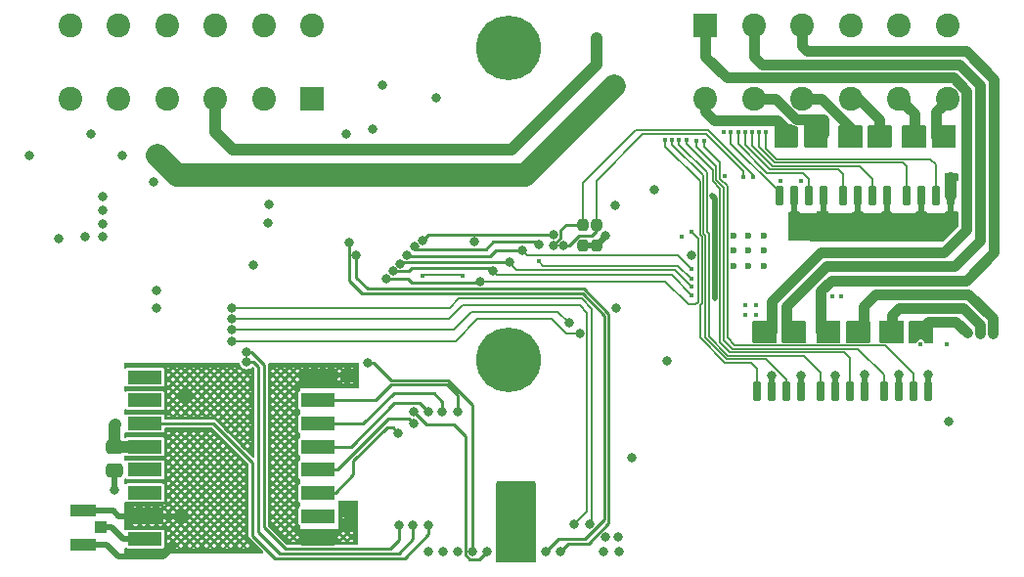
<source format=gbr>
%TF.GenerationSoftware,KiCad,Pcbnew,(6.0.2)*%
%TF.CreationDate,2022-04-22T14:27:02-06:00*%
%TF.ProjectId,CONEPROJ,434f4e45-5052-44f4-9a2e-6b696361645f,rev?*%
%TF.SameCoordinates,Original*%
%TF.FileFunction,Copper,L4,Bot*%
%TF.FilePolarity,Positive*%
%FSLAX46Y46*%
G04 Gerber Fmt 4.6, Leading zero omitted, Abs format (unit mm)*
G04 Created by KiCad (PCBNEW (6.0.2)) date 2022-04-22 14:27:02*
%MOMM*%
%LPD*%
G01*
G04 APERTURE LIST*
G04 Aperture macros list*
%AMRoundRect*
0 Rectangle with rounded corners*
0 $1 Rounding radius*
0 $2 $3 $4 $5 $6 $7 $8 $9 X,Y pos of 4 corners*
0 Add a 4 corners polygon primitive as box body*
4,1,4,$2,$3,$4,$5,$6,$7,$8,$9,$2,$3,0*
0 Add four circle primitives for the rounded corners*
1,1,$1+$1,$2,$3*
1,1,$1+$1,$4,$5*
1,1,$1+$1,$6,$7*
1,1,$1+$1,$8,$9*
0 Add four rect primitives between the rounded corners*
20,1,$1+$1,$2,$3,$4,$5,0*
20,1,$1+$1,$4,$5,$6,$7,0*
20,1,$1+$1,$6,$7,$8,$9,0*
20,1,$1+$1,$8,$9,$2,$3,0*%
G04 Aperture macros list end*
%TA.AperFunction,ComponentPad*%
%ADD10C,5.600000*%
%TD*%
%TA.AperFunction,ComponentPad*%
%ADD11R,2.056000X2.056000*%
%TD*%
%TA.AperFunction,ComponentPad*%
%ADD12C,2.056000*%
%TD*%
%TA.AperFunction,ComponentPad*%
%ADD13C,0.600000*%
%TD*%
%TA.AperFunction,SMDPad,CuDef*%
%ADD14RoundRect,0.150000X0.150000X-0.725000X0.150000X0.725000X-0.150000X0.725000X-0.150000X-0.725000X0*%
%TD*%
%TA.AperFunction,SMDPad,CuDef*%
%ADD15R,3.000000X1.200000*%
%TD*%
%TA.AperFunction,SMDPad,CuDef*%
%ADD16RoundRect,0.250000X0.475000X-0.337500X0.475000X0.337500X-0.475000X0.337500X-0.475000X-0.337500X0*%
%TD*%
%TA.AperFunction,SMDPad,CuDef*%
%ADD17RoundRect,0.237500X-0.237500X0.250000X-0.237500X-0.250000X0.237500X-0.250000X0.237500X0.250000X0*%
%TD*%
%TA.AperFunction,SMDPad,CuDef*%
%ADD18R,2.200000X1.050000*%
%TD*%
%TA.AperFunction,SMDPad,CuDef*%
%ADD19R,1.050000X1.000000*%
%TD*%
%TA.AperFunction,ViaPad*%
%ADD20C,0.800000*%
%TD*%
%TA.AperFunction,ViaPad*%
%ADD21C,0.450000*%
%TD*%
%TA.AperFunction,Conductor*%
%ADD22C,0.950000*%
%TD*%
%TA.AperFunction,Conductor*%
%ADD23C,0.200000*%
%TD*%
%TA.AperFunction,Conductor*%
%ADD24C,0.250000*%
%TD*%
%TA.AperFunction,Conductor*%
%ADD25C,0.500000*%
%TD*%
%TA.AperFunction,Conductor*%
%ADD26C,1.000000*%
%TD*%
%TA.AperFunction,Conductor*%
%ADD27C,2.000000*%
%TD*%
G04 APERTURE END LIST*
D10*
%TO.P,H304,1,1*%
%TO.N,GND*%
X67000000Y-47000000D03*
%TD*%
D11*
%TO.P,J4,A1,A1*%
%TO.N,/GPO_1_OUT*%
X84025000Y-45040000D03*
D12*
%TO.P,J4,A2,A2*%
%TO.N,/GPO_2_OUT*%
X88215000Y-45040000D03*
%TO.P,J4,A3,A3*%
%TO.N,/GPO_3_OUT*%
X92405000Y-45040000D03*
%TO.P,J4,A4,A4*%
%TO.N,/GPO_4_OUT*%
X96595000Y-45040000D03*
%TO.P,J4,A5,A5*%
%TO.N,/GPO_5_OUT*%
X100785000Y-45040000D03*
%TO.P,J4,A6,A6*%
%TO.N,/GPO_6_OUT*%
X104975000Y-45040000D03*
%TO.P,J4,A7,A7*%
%TO.N,/GPO_7_OUT*%
X104975000Y-51390000D03*
%TO.P,J4,A8,A8*%
%TO.N,/GPO_8_OUT*%
X100785000Y-51390000D03*
%TO.P,J4,A9,A9*%
%TO.N,/GPO_9_OUT*%
X96595000Y-51390000D03*
%TO.P,J4,A10,A10*%
%TO.N,/R_OUT*%
X92405000Y-51390000D03*
%TO.P,J4,A11,A11*%
%TO.N,/G_OUT*%
X88215000Y-51390000D03*
%TO.P,J4,A12,A12*%
%TO.N,/B_OUT*%
X84025000Y-51390000D03*
D11*
%TO.P,J4,B1,B1*%
%TO.N,/CANL*%
X49975000Y-51390000D03*
D12*
%TO.P,J4,B2,B2*%
%TO.N,/CANH*%
X45785000Y-51390000D03*
%TO.P,J4,B3,B3*%
%TO.N,/LEDA_OUT*%
X41595000Y-51390000D03*
%TO.P,J4,B4,B4*%
%TO.N,/EXT_IO4*%
X37405000Y-51390000D03*
%TO.P,J4,B5,B5*%
%TO.N,+5V*%
X33215000Y-51390000D03*
%TO.P,J4,B6,B6*%
%TO.N,/EXT_12V*%
X29025000Y-51390000D03*
%TO.P,J4,B7,B7*%
%TO.N,GND*%
X29025000Y-45040000D03*
%TO.P,J4,B8,B8*%
%TO.N,/EXT_IO5*%
X33215000Y-45040000D03*
%TO.P,J4,B9,B9*%
%TO.N,/EXT_I2C_SDA*%
X37405000Y-45040000D03*
%TO.P,J4,B10,B10*%
%TO.N,/EXT_I2C_SCL*%
X41595000Y-45040000D03*
%TO.P,J4,B11,B11*%
%TO.N,/EXT_UART_TX*%
X45785000Y-45040000D03*
%TO.P,J4,B12,B12*%
%TO.N,/EXT_UART_RX*%
X49975000Y-45040000D03*
%TD*%
D13*
%TO.P,U10,57,GND*%
%TO.N,GND*%
X87750000Y-64550000D03*
X89025000Y-65825000D03*
X86475000Y-64550000D03*
X86475000Y-63275000D03*
X89025000Y-64550000D03*
X87750000Y-65825000D03*
X89025000Y-63275000D03*
X87750000Y-63275000D03*
X86475000Y-65825000D03*
%TD*%
D10*
%TO.P,H302,1,1*%
%TO.N,GND*%
X67000000Y-74000000D03*
%TD*%
D14*
%TO.P,Q7,1,S*%
%TO.N,GND*%
X94205000Y-59800000D03*
%TO.P,Q7,2,G*%
%TO.N,/LEDG*%
X92935000Y-59800000D03*
%TO.P,Q7,3,S*%
%TO.N,GND*%
X91665000Y-59800000D03*
%TO.P,Q7,4,G*%
%TO.N,/LEDB*%
X90395000Y-59800000D03*
%TO.P,Q7,5,D*%
%TO.N,/B_OUT*%
X90395000Y-54650000D03*
%TO.P,Q7,6,D*%
X91665000Y-54650000D03*
%TO.P,Q7,7,D*%
%TO.N,/G_OUT*%
X92935000Y-54650000D03*
%TO.P,Q7,8,D*%
X94205000Y-54650000D03*
%TD*%
%TO.P,Q5,1,S*%
%TO.N,GND*%
X105255000Y-59800000D03*
%TO.P,Q5,2,G*%
%TO.N,/GPO_7*%
X103985000Y-59800000D03*
%TO.P,Q5,3,S*%
%TO.N,GND*%
X102715000Y-59800000D03*
%TO.P,Q5,4,G*%
%TO.N,/GPO_8*%
X101445000Y-59800000D03*
%TO.P,Q5,5,D*%
%TO.N,/GPO_8_OUT*%
X101445000Y-54650000D03*
%TO.P,Q5,6,D*%
X102715000Y-54650000D03*
%TO.P,Q5,7,D*%
%TO.N,/GPO_7_OUT*%
X103985000Y-54650000D03*
%TO.P,Q5,8,D*%
X105255000Y-54650000D03*
%TD*%
%TO.P,Q6,1,S*%
%TO.N,GND*%
X103305000Y-76725000D03*
%TO.P,Q6,2,G*%
%TO.N,/GPO_4*%
X102035000Y-76725000D03*
%TO.P,Q6,3,S*%
%TO.N,GND*%
X100765000Y-76725000D03*
%TO.P,Q6,4,G*%
%TO.N,/GPO_5*%
X99495000Y-76725000D03*
%TO.P,Q6,5,D*%
%TO.N,/GPO_5_OUT*%
X99495000Y-71575000D03*
%TO.P,Q6,6,D*%
X100765000Y-71575000D03*
%TO.P,Q6,7,D*%
%TO.N,/GPO_4_OUT*%
X102035000Y-71575000D03*
%TO.P,Q6,8,D*%
X103305000Y-71575000D03*
%TD*%
%TO.P,Q3,1,S*%
%TO.N,GND*%
X92280000Y-76725000D03*
%TO.P,Q3,2,G*%
%TO.N,/GPO_2*%
X91010000Y-76725000D03*
%TO.P,Q3,3,S*%
%TO.N,GND*%
X89740000Y-76725000D03*
%TO.P,Q3,4,G*%
%TO.N,/GPO_1*%
X88470000Y-76725000D03*
%TO.P,Q3,5,D*%
%TO.N,/GPO_1_OUT*%
X88470000Y-71575000D03*
%TO.P,Q3,6,D*%
X89740000Y-71575000D03*
%TO.P,Q3,7,D*%
%TO.N,/GPO_2_OUT*%
X91010000Y-71575000D03*
%TO.P,Q3,8,D*%
X92280000Y-71575000D03*
%TD*%
D15*
%TO.P,U310,1,GND*%
%TO.N,GND*%
X50480000Y-75500000D03*
%TO.P,U310,2,MISO*%
%TO.N,/EXT_SPI_MISO*%
X50480000Y-77500000D03*
%TO.P,U310,3,MOSI*%
%TO.N,/EXT_SPI_MOSI*%
X50480000Y-79500000D03*
%TO.P,U310,4,SCK*%
%TO.N,/EXT_SPI_SCK*%
X50480000Y-81500000D03*
%TO.P,U310,5,NSS*%
%TO.N,/EXT_SPI_SS0*%
X50480000Y-83500000D03*
%TO.P,U310,6,RESET*%
%TO.N,/EXT_IO2*%
X50480000Y-85500000D03*
%TO.P,U310,7,DIO5*%
%TO.N,unconnected-(U310-Pad7)*%
X50480000Y-87500000D03*
%TO.P,U310,8,GND*%
%TO.N,GND*%
X50480000Y-89500000D03*
%TO.P,U310,9,ANT*%
%TO.N,Net-(J304-Pad2)*%
X35480000Y-89500000D03*
%TO.P,U310,10,GND*%
%TO.N,GND*%
X35480000Y-87500000D03*
%TO.P,U310,11,DIO3*%
%TO.N,unconnected-(U310-Pad11)*%
X35480000Y-85500000D03*
%TO.P,U310,12,DIO4*%
%TO.N,unconnected-(U310-Pad12)*%
X35480000Y-83500000D03*
%TO.P,U310,13,3.3V*%
%TO.N,+3V3*%
X35480000Y-81500000D03*
%TO.P,U310,14,DIO0*%
%TO.N,/EXT_IO1*%
X35480000Y-79500000D03*
%TO.P,U310,15,DIO1*%
%TO.N,unconnected-(U310-Pad15)*%
X35480000Y-77500000D03*
%TO.P,U310,16,DIO2*%
%TO.N,unconnected-(U310-Pad16)*%
X35480000Y-75500000D03*
%TD*%
D16*
%TO.P,C302,1*%
%TO.N,GND*%
X32850000Y-83587500D03*
%TO.P,C302,2*%
%TO.N,+3V3*%
X32850000Y-81512500D03*
%TD*%
D14*
%TO.P,Q4,1,S*%
%TO.N,GND*%
X97805000Y-76725000D03*
%TO.P,Q4,2,G*%
%TO.N,/GPO_6*%
X96535000Y-76725000D03*
%TO.P,Q4,3,S*%
%TO.N,GND*%
X95265000Y-76725000D03*
%TO.P,Q4,4,G*%
%TO.N,/GPO_3*%
X93995000Y-76725000D03*
%TO.P,Q4,5,D*%
%TO.N,/GPO_3_OUT*%
X93995000Y-71575000D03*
%TO.P,Q4,6,D*%
X95265000Y-71575000D03*
%TO.P,Q4,7,D*%
%TO.N,/GPO_6_OUT*%
X96535000Y-71575000D03*
%TO.P,Q4,8,D*%
X97805000Y-71575000D03*
%TD*%
D17*
%TO.P,R12,1*%
%TO.N,/EXT_I2C_SCL*%
X73376667Y-62292500D03*
%TO.P,R12,2*%
%TO.N,+3V3*%
X73376667Y-64117500D03*
%TD*%
%TO.P,R11,1*%
%TO.N,/EXT_I2C_SDA*%
X74546667Y-62292500D03*
%TO.P,R11,2*%
%TO.N,+3V3*%
X74546667Y-64117500D03*
%TD*%
D14*
%TO.P,Q2,1,S*%
%TO.N,GND*%
X99705000Y-59800000D03*
%TO.P,Q2,2,G*%
%TO.N,/GPO_9*%
X98435000Y-59800000D03*
%TO.P,Q2,3,S*%
%TO.N,GND*%
X97165000Y-59800000D03*
%TO.P,Q2,4,G*%
%TO.N,/LEDR*%
X95895000Y-59800000D03*
%TO.P,Q2,5,D*%
%TO.N,/R_OUT*%
X95895000Y-54650000D03*
%TO.P,Q2,6,D*%
X97165000Y-54650000D03*
%TO.P,Q2,7,D*%
%TO.N,/GPO_9_OUT*%
X98435000Y-54650000D03*
%TO.P,Q2,8,D*%
X99705000Y-54650000D03*
%TD*%
D18*
%TO.P,J304,1*%
%TO.N,GND*%
X30175000Y-87025000D03*
D19*
%TO.P,J304,2*%
%TO.N,Net-(J304-Pad2)*%
X31700000Y-88500000D03*
D18*
%TO.P,J304,3*%
%TO.N,GND*%
X30175000Y-89975000D03*
%TD*%
D20*
%TO.N,+5V*%
X36500000Y-69500000D03*
X76525000Y-90550000D03*
X30300000Y-63350000D03*
X75175000Y-90550000D03*
X76475000Y-89350000D03*
X36500000Y-68000000D03*
X75349992Y-89324992D03*
D21*
%TO.N,/LEDG*%
X86825000Y-54250000D03*
%TO.N,/LEDR*%
X87450000Y-54250000D03*
D20*
%TO.N,/EXT_UART_RX*%
X73975000Y-88200000D03*
X43000000Y-69500000D03*
%TO.N,/EXT_UART_TX*%
X43000000Y-70450000D03*
X72675000Y-88200000D03*
D21*
%TO.N,/LEDB*%
X86200000Y-54250000D03*
D20*
%TO.N,/CAN_TX*%
X71425000Y-90600000D03*
X53775000Y-64950000D03*
%TO.N,/CAN_RX*%
X70150000Y-90600000D03*
X53150000Y-63850000D03*
D21*
%TO.N,/GPO_1*%
X80530000Y-54950000D03*
%TO.N,/GPO_2*%
X81130000Y-54950000D03*
%TO.N,/GPO_3*%
X81730000Y-54950000D03*
%TO.N,/GPO_4*%
X83920000Y-55030000D03*
%TO.N,+3V3*%
X88400000Y-69275000D03*
D20*
X67675000Y-90600000D03*
X46150000Y-62100000D03*
X68875000Y-88200000D03*
D21*
X104900000Y-72600000D03*
X95025000Y-68475000D03*
X88400000Y-70125000D03*
X87450000Y-69275000D03*
X87450000Y-70125000D03*
D20*
X77600000Y-82500000D03*
D21*
X90500000Y-58500000D03*
D20*
X68875000Y-90600000D03*
X66350000Y-88200000D03*
X82800011Y-64949500D03*
X67650000Y-88200000D03*
X66350000Y-90625000D03*
X75320000Y-63270000D03*
D21*
X85700000Y-58100000D03*
D20*
X32950000Y-79550000D03*
D21*
%TO.N,GND*%
X95725000Y-68475000D03*
X92250000Y-58500000D03*
D20*
X25450000Y-56300000D03*
D21*
X85600000Y-54250000D03*
D20*
X39000000Y-76975000D03*
X53050000Y-88300000D03*
X98875000Y-62975000D03*
X46200000Y-60550000D03*
X55225000Y-54025000D03*
X80710000Y-74090000D03*
X53050000Y-87150000D03*
X89750000Y-75325000D03*
X28000000Y-63500000D03*
X98300000Y-62200000D03*
X76275000Y-69525000D03*
X52950000Y-54400000D03*
X97825000Y-75300000D03*
X100750000Y-75275000D03*
X79580000Y-59250000D03*
X32850000Y-85250000D03*
X103325000Y-75275000D03*
X36200000Y-58600000D03*
X52950000Y-75350000D03*
X95275000Y-75325000D03*
X30800000Y-54400000D03*
X76175000Y-60600000D03*
D21*
X81910000Y-63340000D03*
D20*
X105275000Y-58275000D03*
X56025000Y-50225000D03*
X44850000Y-65800000D03*
X38650000Y-87500000D03*
D21*
X102625000Y-72600000D03*
D20*
X92300000Y-75325000D03*
X63980000Y-63780000D03*
X105100000Y-79300000D03*
X60700000Y-51300000D03*
X97775000Y-62975000D03*
D21*
%TO.N,/GPO_6*%
X82350000Y-54940000D03*
%TO.N,/MCP_RESET*%
X59525000Y-66700000D03*
X63000000Y-66700000D03*
D20*
X59541734Y-63631115D03*
X70825500Y-63160000D03*
D21*
%TO.N,/GPO_7*%
X89275000Y-54250000D03*
%TO.N,/GPO_8*%
X88650000Y-54250000D03*
%TO.N,/GPO_9*%
X88050000Y-54250000D03*
D20*
%TO.N,VCC*%
X36600000Y-56300000D03*
X33500000Y-56300000D03*
X76150000Y-50250000D03*
%TO.N,/LEDA_OUT*%
X74600000Y-46100000D03*
%TO.N,/GPO_6_OUT*%
X108850000Y-71700000D03*
%TO.N,/GPO_4_OUT*%
X106650000Y-71650000D03*
%TO.N,/GPO_5_OUT*%
X107750000Y-71675000D03*
D21*
%TO.N,+1V1*%
X84600000Y-59800000D03*
X84790000Y-68670000D03*
D20*
%TO.N,/EXT_IO4*%
X58700000Y-88300000D03*
X44300000Y-74200000D03*
%TO.N,/EXT_IO5*%
X57500000Y-88300000D03*
X44300000Y-73300000D03*
D21*
%TO.N,/GPO_12*%
X83200000Y-55000000D03*
D20*
%TO.N,/MODE_BTN*%
X58750000Y-78500000D03*
X65075000Y-90625000D03*
%TO.N,/PAUSE_BTN*%
X63825000Y-90625000D03*
X54750000Y-74250000D03*
%TO.N,/EXT_I2C_SDA*%
X43000000Y-72350000D03*
X73110000Y-71740000D03*
X71730000Y-64060000D03*
D21*
X87250000Y-58150000D03*
%TO.N,/EXT_I2C_SCL*%
X88110000Y-58150000D03*
D20*
X43000000Y-71400000D03*
X70830153Y-64059491D03*
X72180000Y-70810000D03*
%TO.N,/EXT_12V*%
X31800000Y-62200000D03*
X60000000Y-90600000D03*
X31800000Y-61050000D03*
X31800000Y-63350000D03*
X31800000Y-59850000D03*
X61300000Y-90600000D03*
X62575989Y-90600000D03*
%TO.N,/EXT_IO1*%
X60000000Y-88300000D03*
%TO.N,/EXT_IO2*%
X57420000Y-80330000D03*
D21*
%TO.N,/EXT_IO3*%
X82830000Y-62910000D03*
D20*
X64540000Y-67200000D03*
X56347189Y-66984474D03*
%TO.N,/EXT_SPI_MISO*%
X62530000Y-78500000D03*
X68150000Y-64500000D03*
D21*
X82820000Y-66150000D03*
D20*
X58199500Y-64915500D03*
%TO.N,/EXT_SPI_MOSI*%
X61250000Y-78500000D03*
X67030000Y-65540000D03*
X57570000Y-65665500D03*
D21*
X82830000Y-67670000D03*
D20*
%TO.N,/EXT_SPI_SCK*%
X65600000Y-66290000D03*
X56944588Y-66312002D03*
X60000000Y-78500000D03*
D21*
X82830000Y-68400000D03*
D20*
%TO.N,/EXT_SPI_SS0*%
X58770000Y-79520000D03*
%TO.N,/EXT_SPI_SS1*%
X69550000Y-64040000D03*
X58849500Y-64205500D03*
D21*
X82820000Y-66970000D03*
X69570000Y-65430000D03*
%TD*%
D22*
%TO.N,/GPO_8_OUT*%
X100785000Y-51390000D02*
X102075000Y-52680000D01*
X102075000Y-52680000D02*
X102075000Y-55000000D01*
%TO.N,/G_OUT*%
X94205000Y-54445000D02*
X93550000Y-55100000D01*
X91863351Y-53150000D02*
X94205000Y-53150000D01*
X94205000Y-53150000D02*
X94205000Y-54445000D01*
X88215000Y-51390000D02*
X90103351Y-51390000D01*
X90103351Y-51390000D02*
X91863351Y-53150000D01*
%TO.N,/R_OUT*%
X96525000Y-53850000D02*
X96525000Y-55125000D01*
X94065000Y-51390000D02*
X96525000Y-53850000D01*
X92405000Y-51390000D02*
X94065000Y-51390000D01*
%TO.N,/B_OUT*%
X84025000Y-52500000D02*
X84750000Y-53225000D01*
X91000000Y-54000000D02*
X91000000Y-55075000D01*
X84750000Y-53225000D02*
X90225000Y-53225000D01*
X90225000Y-53225000D02*
X91000000Y-54000000D01*
X84025000Y-51390000D02*
X84025000Y-52500000D01*
D23*
%TO.N,/LEDG*%
X89350480Y-57800480D02*
X92374520Y-57800480D01*
X93000000Y-58325000D02*
X93000000Y-59735000D01*
X86825000Y-55275000D02*
X89350480Y-57800480D01*
X86825000Y-54250000D02*
X86825000Y-55275000D01*
X92374520Y-57800480D02*
X92475480Y-57800480D01*
X92475480Y-57800480D02*
X93000000Y-58325000D01*
X93000000Y-59735000D02*
X92935000Y-59800000D01*
%TO.N,/LEDR*%
X87450000Y-55350000D02*
X89600960Y-57500960D01*
X89600960Y-57500960D02*
X95475960Y-57500960D01*
X95475960Y-57500960D02*
X95895000Y-57920000D01*
X87450000Y-54250000D02*
X87450000Y-55350000D01*
X95895000Y-57920000D02*
X95895000Y-59800000D01*
%TO.N,/EXT_UART_RX*%
X74190000Y-87985000D02*
X74190000Y-69600000D01*
X62650000Y-68700000D02*
X61850000Y-69500000D01*
X74190000Y-69600000D02*
X73290000Y-68700000D01*
X61850000Y-69500000D02*
X43000000Y-69500000D01*
X73290000Y-68700000D02*
X62650000Y-68700000D01*
X73975000Y-88200000D02*
X74190000Y-87985000D01*
%TO.N,/EXT_UART_TX*%
X61800000Y-70450000D02*
X43000000Y-70450000D01*
X62975000Y-69275000D02*
X61800000Y-70450000D01*
X72675000Y-88200000D02*
X73775000Y-87100000D01*
X73155000Y-69275000D02*
X62975000Y-69275000D01*
X73775000Y-69895000D02*
X73155000Y-69275000D01*
X73775000Y-87100000D02*
X73775000Y-69895000D01*
%TO.N,/LEDB*%
X86200000Y-54250000D02*
X86200000Y-55250000D01*
X90395000Y-59445000D02*
X90395000Y-59800000D01*
X86200000Y-55250000D02*
X90395000Y-59445000D01*
D24*
%TO.N,/CAN_TX*%
X75625000Y-69975000D02*
X75625000Y-88175000D01*
X54750000Y-67825000D02*
X73475000Y-67825000D01*
X72150000Y-89875000D02*
X71425000Y-90600000D01*
X75616807Y-88175000D02*
X73916807Y-89875000D01*
X73475000Y-67825000D02*
X75625000Y-69975000D01*
X53775000Y-64950000D02*
X53775000Y-66850000D01*
X53775000Y-66850000D02*
X54750000Y-67825000D01*
X75625000Y-88175000D02*
X75616807Y-88175000D01*
X73916807Y-89875000D02*
X72150000Y-89875000D01*
%TO.N,/CAN_RX*%
X73558193Y-89500000D02*
X75275480Y-87782713D01*
X53150489Y-63850489D02*
X53150000Y-63850000D01*
X75275480Y-70165480D02*
X73360480Y-68250480D01*
X54275480Y-68250480D02*
X53150489Y-67125489D01*
X53150489Y-67125489D02*
X53150489Y-63850489D01*
X73360480Y-68250480D02*
X54275480Y-68250480D01*
X75275480Y-87782713D02*
X75275480Y-70165480D01*
X71250000Y-89500000D02*
X73558193Y-89500000D01*
X70150000Y-90600000D02*
X71250000Y-89500000D01*
D23*
%TO.N,/GPO_1*%
X83530000Y-63186414D02*
X83699031Y-63355446D01*
X85712599Y-74222599D02*
X87972599Y-74222599D01*
X83530000Y-58530000D02*
X83530000Y-63186414D01*
X83699031Y-63355446D02*
X83699031Y-69084554D01*
X87972599Y-74222599D02*
X88470000Y-74720000D01*
X88470000Y-74720000D02*
X88470000Y-76725000D01*
X83530000Y-69253585D02*
X83530000Y-72040000D01*
X83530000Y-72040000D02*
X85712599Y-74222599D01*
X80530000Y-54950000D02*
X80530000Y-55530000D01*
X83699031Y-69084554D02*
X83530000Y-69253585D01*
X80530000Y-55530000D02*
X83530000Y-58530000D01*
%TO.N,/GPO_2*%
X83829520Y-58029520D02*
X83829520Y-63062350D01*
X81130000Y-54950000D02*
X81130000Y-55330000D01*
X83829520Y-63062350D02*
X83998551Y-63231381D01*
X81130000Y-55330000D02*
X83829520Y-58029520D01*
X85836921Y-73923079D02*
X89273079Y-73923079D01*
X89273079Y-73923079D02*
X91010000Y-75660000D01*
X83998551Y-63231381D02*
X83998551Y-72084709D01*
X91010000Y-75660000D02*
X91010000Y-76725000D01*
X83998551Y-72084709D02*
X85836921Y-73923079D01*
%TO.N,/GPO_3*%
X85963559Y-73623559D02*
X92523559Y-73623559D01*
X84298071Y-63107316D02*
X84298071Y-71958071D01*
X81730000Y-55330000D02*
X84129040Y-57729040D01*
X81730000Y-54950000D02*
X81730000Y-55330000D01*
X84129040Y-62938284D02*
X84298071Y-63107316D01*
X93995000Y-76725000D02*
X94200000Y-76930000D01*
X84129040Y-57729040D02*
X84129040Y-62938284D01*
X93995000Y-75095000D02*
X93995000Y-76725000D01*
X84298071Y-71958071D02*
X85963559Y-73623559D01*
X92523559Y-73623559D02*
X93995000Y-75095000D01*
%TO.N,/GPO_4*%
X85890000Y-58930000D02*
X85890000Y-72050000D01*
X86565000Y-72725000D02*
X99535000Y-72725000D01*
X102025000Y-76715000D02*
X102035000Y-76725000D01*
X102025000Y-75215000D02*
X102025000Y-76715000D01*
X85250000Y-56900000D02*
X85250000Y-58290000D01*
X83920000Y-55030000D02*
X83920000Y-55570000D01*
X85890000Y-72050000D02*
X86565000Y-72725000D01*
X85250000Y-58290000D02*
X85890000Y-58930000D01*
X83920000Y-55570000D02*
X85250000Y-56900000D01*
X99535000Y-72725000D02*
X102025000Y-75215000D01*
D25*
%TO.N,+3V3*%
X73376667Y-64117500D02*
X74546667Y-64117500D01*
D26*
X32850000Y-81512500D02*
X35467500Y-81512500D01*
D25*
X75320000Y-63270000D02*
X75320000Y-63344167D01*
D26*
X32950000Y-79550000D02*
X32850000Y-79650000D01*
X35467500Y-81512500D02*
X35480000Y-81500000D01*
X32862500Y-81500000D02*
X32850000Y-81512500D01*
X32850000Y-79650000D02*
X32850000Y-81512500D01*
D25*
X75320000Y-63344167D02*
X74546667Y-64117500D01*
%TO.N,GND*%
X37100000Y-91000000D02*
X37900000Y-90200000D01*
X35480000Y-87500000D02*
X33200000Y-87500000D01*
X97805000Y-76725000D02*
X97805000Y-75320000D01*
X103305000Y-76725000D02*
X103305000Y-75295000D01*
D26*
X105275000Y-59780000D02*
X105275000Y-58275000D01*
X105255000Y-59800000D02*
X105275000Y-59780000D01*
D25*
X100765000Y-75290000D02*
X100750000Y-75275000D01*
X33200000Y-91000000D02*
X37100000Y-91000000D01*
X89740000Y-76725000D02*
X89740000Y-75335000D01*
X32725000Y-87025000D02*
X30175000Y-87025000D01*
X92280000Y-76725000D02*
X92280000Y-75345000D01*
X30175000Y-89975000D02*
X32175000Y-89975000D01*
X95265000Y-75335000D02*
X95275000Y-75325000D01*
X89740000Y-75335000D02*
X89750000Y-75325000D01*
X38450000Y-87500000D02*
X38650000Y-87500000D01*
X103305000Y-75295000D02*
X103325000Y-75275000D01*
X32850000Y-83587500D02*
X32850000Y-85250000D01*
X100765000Y-76725000D02*
X100765000Y-75290000D01*
X35480000Y-87500000D02*
X38450000Y-87500000D01*
X95265000Y-76725000D02*
X95265000Y-75335000D01*
X92280000Y-75345000D02*
X92300000Y-75325000D01*
X32175000Y-89975000D02*
X33200000Y-91000000D01*
X33200000Y-87500000D02*
X32725000Y-87025000D01*
X97805000Y-75320000D02*
X97825000Y-75300000D01*
D23*
%TO.N,/GPO_6*%
X96044040Y-73324040D02*
X96540000Y-73820000D01*
X85290960Y-59178132D02*
X85290960Y-72480960D01*
X84650960Y-58538132D02*
X85290960Y-59178132D01*
X84650960Y-57550960D02*
X84650960Y-58538132D01*
X86134040Y-73324040D02*
X96044040Y-73324040D01*
X85290960Y-72480960D02*
X86134040Y-73324040D01*
X82350000Y-55250000D02*
X84650960Y-57550960D01*
X82350000Y-54940000D02*
X82350000Y-55250000D01*
X96540000Y-76720000D02*
X96535000Y-76725000D01*
X96540000Y-73820000D02*
X96540000Y-76720000D01*
D24*
%TO.N,/MCP_RESET*%
X70820989Y-63155489D02*
X60017360Y-63155489D01*
D23*
X62900000Y-66600000D02*
X59625000Y-66600000D01*
D24*
X70825500Y-63160000D02*
X70820989Y-63155489D01*
X60017360Y-63155489D02*
X59541734Y-63631115D01*
D23*
X59625000Y-66600000D02*
X59525000Y-66700000D01*
X63000000Y-66700000D02*
X62900000Y-66600000D01*
%TO.N,/GPO_7*%
X89275000Y-54250000D02*
X89275000Y-55714621D01*
X103985000Y-57089800D02*
X103985000Y-59800000D01*
X103497600Y-56602400D02*
X103985000Y-57089800D01*
X90162779Y-56602400D02*
X103497600Y-56602400D01*
X89275000Y-55714621D02*
X90162779Y-56602400D01*
%TO.N,/GPO_8*%
X88650000Y-55552828D02*
X89999092Y-56901920D01*
X101445000Y-57248840D02*
X101098080Y-56901920D01*
X89999092Y-56901920D02*
X101098080Y-56901920D01*
X88650000Y-54250000D02*
X88650000Y-55552828D01*
X101445000Y-59800000D02*
X101445000Y-57248840D01*
%TO.N,/GPO_9*%
X89801440Y-57201440D02*
X97326440Y-57201440D01*
X88050000Y-55450000D02*
X89801440Y-57201440D01*
X88050000Y-54250000D02*
X88050000Y-55450000D01*
X97326440Y-57201440D02*
X98435000Y-58310000D01*
X98435000Y-58310000D02*
X98435000Y-59800000D01*
D27*
%TO.N,VCC*%
X38299999Y-57999999D02*
X36600000Y-56300000D01*
X76150000Y-50250000D02*
X76140000Y-50250000D01*
X68390001Y-57999999D02*
X38299999Y-57999999D01*
X76140000Y-50250000D02*
X68390001Y-57999999D01*
D26*
%TO.N,/LEDA_OUT*%
X74600000Y-46100000D02*
X74600000Y-48400000D01*
X74600000Y-48400000D02*
X67200000Y-55800000D01*
X67200000Y-55800000D02*
X43100000Y-55800000D01*
X41595000Y-54295000D02*
X41595000Y-51390000D01*
X43100000Y-55800000D02*
X41595000Y-54295000D01*
D22*
%TO.N,/GPO_1_OUT*%
X84025000Y-45040000D02*
X84025000Y-47775000D01*
X104600000Y-64700000D02*
X93945044Y-64700000D01*
X106602511Y-62697489D02*
X104600000Y-64700000D01*
X85810000Y-49560000D02*
X105446649Y-49560000D01*
X84025000Y-47775000D02*
X85810000Y-49560000D01*
X93945044Y-64700000D02*
X89740000Y-68905044D01*
X105446649Y-49560000D02*
X106602511Y-50715862D01*
X106602511Y-50715862D02*
X106602511Y-62697489D01*
X89740000Y-68905044D02*
X89740000Y-71575000D01*
%TO.N,/GPO_2_OUT*%
X107799520Y-63700480D02*
X105600000Y-65900000D01*
X105600000Y-65900000D02*
X94450000Y-65900000D01*
X94450000Y-65900000D02*
X91010000Y-69340000D01*
X88859040Y-48409520D02*
X106009520Y-48409520D01*
X91010000Y-69340000D02*
X91010000Y-71575000D01*
X88215000Y-45040000D02*
X88215000Y-47765480D01*
X106009520Y-48409520D02*
X107799520Y-50199520D01*
X107799520Y-50199520D02*
X107799520Y-63700480D01*
X88215000Y-47765480D02*
X88859040Y-48409520D01*
%TO.N,/GPO_6_OUT*%
X108850000Y-71700000D02*
X108850000Y-70350000D01*
X106800000Y-68300000D02*
X98750000Y-68300000D01*
X98750000Y-68300000D02*
X97700000Y-69350000D01*
X97700000Y-69350000D02*
X97700000Y-71500000D01*
X108850000Y-70350000D02*
X106800000Y-68300000D01*
%TO.N,/GPO_4_OUT*%
X103250000Y-70700000D02*
X102690000Y-71260000D01*
X106650000Y-71650000D02*
X105700000Y-70700000D01*
X105700000Y-70700000D02*
X103250000Y-70700000D01*
%TO.N,/GPO_5_OUT*%
X106300000Y-69500000D02*
X100775000Y-69500000D01*
X107750000Y-71675000D02*
X107750000Y-70950000D01*
X100175000Y-70100000D02*
X100175000Y-71800000D01*
X100775000Y-69500000D02*
X100175000Y-70100000D01*
X107750000Y-70950000D02*
X106300000Y-69500000D01*
%TO.N,/GPO_3_OUT*%
X93995000Y-68005000D02*
X93995000Y-71575000D01*
X109000480Y-49700480D02*
X109000480Y-64649520D01*
X106580000Y-47280000D02*
X109000480Y-49700480D01*
X92405000Y-45040000D02*
X92405000Y-46855960D01*
X92405000Y-46855960D02*
X92829040Y-47280000D01*
X109000480Y-64649520D02*
X106550000Y-67100000D01*
X106550000Y-67100000D02*
X94900000Y-67100000D01*
X94900000Y-67100000D02*
X93995000Y-68005000D01*
X92829040Y-47280000D02*
X106580000Y-47280000D01*
%TO.N,/GPO_7_OUT*%
X103985000Y-52515000D02*
X103985000Y-54650000D01*
X104975000Y-51525000D02*
X103985000Y-52515000D01*
X104975000Y-51390000D02*
X104975000Y-51525000D01*
%TO.N,/GPO_9_OUT*%
X99025000Y-53175000D02*
X99025000Y-55025000D01*
X97240000Y-51390000D02*
X99025000Y-53175000D01*
X96595000Y-51390000D02*
X97240000Y-51390000D01*
D25*
%TO.N,+1V1*%
X84600000Y-59800000D02*
X84790000Y-59990000D01*
X84790000Y-59990000D02*
X84790000Y-68670000D01*
D24*
%TO.N,/EXT_IO4*%
X44900000Y-74200000D02*
X45300000Y-74600000D01*
X58700000Y-89500000D02*
X58700000Y-88300000D01*
X45300000Y-74600000D02*
X45300000Y-88905704D01*
X44300000Y-74200000D02*
X44900000Y-74200000D01*
X45300000Y-88905704D02*
X47144296Y-90750000D01*
X47144296Y-90750000D02*
X57450000Y-90750000D01*
X57450000Y-90750000D02*
X58700000Y-89500000D01*
%TO.N,/EXT_IO5*%
X47650000Y-90350000D02*
X56750000Y-90350000D01*
X44300000Y-73300000D02*
X44700000Y-73300000D01*
X56750000Y-90350000D02*
X57500000Y-89600000D01*
X57500000Y-89600000D02*
X57500000Y-88300000D01*
X45800000Y-74400000D02*
X45800000Y-88500000D01*
X44700000Y-73300000D02*
X45800000Y-74400000D01*
X45800000Y-88500000D02*
X47650000Y-90350000D01*
D23*
%TO.N,/GPO_12*%
X97224520Y-73024520D02*
X86355480Y-73024520D01*
X86355480Y-73024520D02*
X85590480Y-72259520D01*
X99495000Y-76725000D02*
X99495000Y-75295000D01*
X85590480Y-72259520D02*
X85590480Y-59054066D01*
X83200000Y-55500000D02*
X83200000Y-55000000D01*
X84950480Y-58414066D02*
X84950480Y-57250480D01*
X85590480Y-59054066D02*
X84950480Y-58414066D01*
X84950480Y-57250480D02*
X83200000Y-55500000D01*
X99495000Y-75295000D02*
X97224520Y-73024520D01*
D25*
%TO.N,Net-(J304-Pad2)*%
X35480000Y-89500000D02*
X33625000Y-89500000D01*
X33625000Y-89500000D02*
X32625000Y-88500000D01*
X32625000Y-88500000D02*
X31700000Y-88500000D01*
D24*
%TO.N,/MODE_BTN*%
X63200489Y-80600489D02*
X63200489Y-90883682D01*
X64450489Y-91249511D02*
X65075000Y-90625000D01*
X58750000Y-78500000D02*
X59850000Y-79600000D01*
X59850000Y-79600000D02*
X62200000Y-79600000D01*
X62200000Y-79600000D02*
X63200489Y-80600489D01*
X63566318Y-91249511D02*
X64450489Y-91249511D01*
X63200489Y-90883682D02*
X63566318Y-91249511D01*
%TO.N,/PAUSE_BTN*%
X55275000Y-74250000D02*
X56815481Y-75790481D01*
X54750000Y-74250000D02*
X55275000Y-74250000D01*
X56815481Y-75790481D02*
X61734777Y-75790481D01*
X61734777Y-75790481D02*
X63825000Y-77880704D01*
X63825000Y-77880704D02*
X63825000Y-90625000D01*
D23*
%TO.N,/EXT_I2C_SDA*%
X74550000Y-58510000D02*
X78585000Y-54475000D01*
X62400000Y-72350000D02*
X43000000Y-72350000D01*
X78585000Y-54475000D02*
X84051414Y-54475000D01*
X71930000Y-71740000D02*
X70665000Y-70475000D01*
D24*
X74546667Y-62831666D02*
X74546667Y-62292500D01*
D23*
X70665000Y-70475000D02*
X64275000Y-70475000D01*
D24*
X73053334Y-63221666D02*
X74156667Y-63221666D01*
X72215000Y-64060000D02*
X73053334Y-63221666D01*
X71730000Y-64060000D02*
X72215000Y-64060000D01*
D23*
X73110000Y-71740000D02*
X71930000Y-71740000D01*
X74550000Y-62289167D02*
X74550000Y-58510000D01*
X87250000Y-57673586D02*
X87250000Y-58150000D01*
X74546667Y-62292500D02*
X74550000Y-62289167D01*
D24*
X74156667Y-63221666D02*
X74546667Y-62831666D01*
D23*
X84051414Y-54475000D02*
X87250000Y-57673586D01*
X64275000Y-70475000D02*
X62400000Y-72350000D01*
%TO.N,/EXT_I2C_SCL*%
X63775000Y-69825000D02*
X62200000Y-71400000D01*
X71195000Y-69825000D02*
X63775000Y-69825000D01*
D24*
X71925000Y-62275000D02*
X73106667Y-62275000D01*
D23*
X62200000Y-71400000D02*
X43000000Y-71400000D01*
X84220000Y-54070000D02*
X78010000Y-54070000D01*
X73376667Y-58703333D02*
X73376667Y-62292500D01*
D24*
X70830153Y-64059491D02*
X71450000Y-63439644D01*
D23*
X72180000Y-70810000D02*
X71195000Y-69825000D01*
X88110000Y-58150000D02*
X88110000Y-57960000D01*
D24*
X71450000Y-62750000D02*
X71925000Y-62275000D01*
D23*
X88110000Y-57960000D02*
X84220000Y-54070000D01*
X78010000Y-54070000D02*
X73376667Y-58703333D01*
D24*
X71450000Y-63439644D02*
X71450000Y-62750000D01*
%TO.N,/EXT_IO1*%
X41400000Y-79500000D02*
X35480000Y-79500000D01*
X60000000Y-89100000D02*
X57950000Y-91150000D01*
X46750000Y-91150000D02*
X44800000Y-89200000D01*
X60000000Y-88300000D02*
X60000000Y-89100000D01*
X44800000Y-89200000D02*
X44800000Y-82900000D01*
X57950000Y-91150000D02*
X46750000Y-91150000D01*
X44800000Y-82900000D02*
X41400000Y-79500000D01*
%TO.N,/EXT_IO2*%
X51980000Y-85500000D02*
X53540000Y-83940000D01*
X53540000Y-83940000D02*
X53540000Y-82750000D01*
X56430000Y-79860000D02*
X56950000Y-79860000D01*
X50480000Y-85500000D02*
X51980000Y-85500000D01*
X56950000Y-79860000D02*
X57420000Y-80330000D01*
X53540000Y-82750000D02*
X56430000Y-79860000D01*
D23*
%TO.N,/EXT_IO3*%
X80520000Y-67200000D02*
X64540000Y-67200000D01*
X83170000Y-69190000D02*
X82510000Y-69190000D01*
X82510000Y-69190000D02*
X80520000Y-67200000D01*
X83399511Y-68960489D02*
X83170000Y-69190000D01*
D24*
X58284474Y-66984474D02*
X56347189Y-66984474D01*
D23*
X83399511Y-63479511D02*
X83399511Y-68960489D01*
D24*
X64540000Y-67200000D02*
X64415000Y-67325000D01*
D23*
X82830000Y-62910000D02*
X83399511Y-63479511D01*
D24*
X58625000Y-67325000D02*
X58284474Y-66984474D01*
X64415000Y-67325000D02*
X58625000Y-67325000D01*
D23*
%TO.N,/EXT_SPI_MISO*%
X82820000Y-66150000D02*
X81590000Y-64920000D01*
X68570000Y-64920000D02*
X68150000Y-64500000D01*
D24*
X62530000Y-77080000D02*
X61590000Y-76140000D01*
X58344000Y-65060000D02*
X58199500Y-64915500D01*
X61590000Y-76140000D02*
X56800000Y-76140000D01*
X55440000Y-77500000D02*
X50480000Y-77500000D01*
X62530000Y-78500000D02*
X62530000Y-77080000D01*
X65320000Y-65060000D02*
X58344000Y-65060000D01*
X56800000Y-76140000D02*
X55440000Y-77500000D01*
X68150000Y-64500000D02*
X65880000Y-64500000D01*
X65880000Y-64500000D02*
X65320000Y-65060000D01*
D23*
X81590000Y-64920000D02*
X68570000Y-64920000D01*
D24*
%TO.N,/EXT_SPI_MOSI*%
X61250000Y-78500000D02*
X61250000Y-77610000D01*
X60500000Y-76860000D02*
X57030000Y-76860000D01*
X57030000Y-76860000D02*
X54390000Y-79500000D01*
X61250000Y-77610000D02*
X60500000Y-76860000D01*
D23*
X67030000Y-65620000D02*
X67030000Y-65540000D01*
X67640000Y-66230000D02*
X67030000Y-65620000D01*
X82830000Y-67670000D02*
X81390000Y-66230000D01*
D24*
X54390000Y-79500000D02*
X50480000Y-79500000D01*
D23*
X81390000Y-66230000D02*
X67640000Y-66230000D01*
D24*
X57570000Y-65665500D02*
X57695500Y-65540000D01*
X57695500Y-65540000D02*
X67030000Y-65540000D01*
D23*
%TO.N,/EXT_SPI_SCK*%
X81070000Y-66640000D02*
X65950000Y-66640000D01*
D24*
X59240000Y-77740000D02*
X57060000Y-77740000D01*
X58287998Y-66312002D02*
X58600000Y-66000000D01*
X53300000Y-81500000D02*
X50480000Y-81500000D01*
X60000000Y-78500000D02*
X59240000Y-77740000D01*
X57060000Y-77740000D02*
X53300000Y-81500000D01*
D23*
X82830000Y-68400000D02*
X81070000Y-66640000D01*
D24*
X56944588Y-66312002D02*
X58287998Y-66312002D01*
X58600000Y-66000000D02*
X65310000Y-66000000D01*
D23*
X65950000Y-66640000D02*
X65600000Y-66290000D01*
D24*
X65310000Y-66000000D02*
X65600000Y-66290000D01*
%TO.N,/EXT_SPI_SS0*%
X50480000Y-83500000D02*
X52120000Y-83500000D01*
X58780000Y-79510000D02*
X58770000Y-79520000D01*
X52120000Y-83500000D02*
X56530000Y-79090000D01*
X58360000Y-79090000D02*
X58780000Y-79510000D01*
X56530000Y-79090000D02*
X58360000Y-79090000D01*
D23*
%TO.N,/EXT_SPI_SS1*%
X69570000Y-65430000D02*
X69970000Y-65830000D01*
D24*
X69290000Y-63780000D02*
X69550000Y-64040000D01*
D23*
X69970000Y-65830000D02*
X81640000Y-65830000D01*
D24*
X58849500Y-64205500D02*
X59048511Y-64404511D01*
X65005489Y-64404511D02*
X65630000Y-63780000D01*
X65630000Y-63780000D02*
X69290000Y-63780000D01*
D23*
X81640000Y-65830000D02*
X82780000Y-66970000D01*
D24*
X59048511Y-64404511D02*
X65005489Y-64404511D01*
D23*
X82780000Y-66970000D02*
X82820000Y-66970000D01*
%TD*%
%TA.AperFunction,Conductor*%
%TO.N,+3V3*%
G36*
X69242441Y-84520002D02*
G01*
X69288934Y-84573658D01*
X69300320Y-84625678D01*
X69317490Y-91373681D01*
X69297662Y-91441851D01*
X69244125Y-91488480D01*
X69191491Y-91500000D01*
X66008509Y-91500000D01*
X65940388Y-91479998D01*
X65893895Y-91426342D01*
X65882510Y-91373682D01*
X65899680Y-84625678D01*
X65919856Y-84557610D01*
X65973630Y-84511254D01*
X66025680Y-84500000D01*
X69174320Y-84500000D01*
X69242441Y-84520002D01*
G37*
%TD.AperFunction*%
%TD*%
%TA.AperFunction,Conductor*%
%TO.N,GND*%
G36*
X41281105Y-79845502D02*
G01*
X41302079Y-79862405D01*
X44437595Y-82997921D01*
X44471621Y-83060233D01*
X44474500Y-83087016D01*
X44474500Y-89180290D01*
X44474020Y-89191272D01*
X44470736Y-89228807D01*
X44473590Y-89239456D01*
X44480491Y-89265210D01*
X44482870Y-89275942D01*
X44489412Y-89313045D01*
X44494923Y-89322590D01*
X44496115Y-89325866D01*
X44497592Y-89329034D01*
X44500446Y-89339684D01*
X44506770Y-89348715D01*
X44522055Y-89370544D01*
X44527961Y-89379815D01*
X44541293Y-89402906D01*
X44546806Y-89412455D01*
X44555251Y-89419541D01*
X44575682Y-89436685D01*
X44583785Y-89444111D01*
X45699578Y-90559905D01*
X45733604Y-90622217D01*
X45728539Y-90693033D01*
X45685992Y-90749868D01*
X45619472Y-90774679D01*
X45610483Y-90775000D01*
X33825810Y-90775000D01*
X33757689Y-90754998D01*
X33711196Y-90701342D01*
X33699810Y-90649190D01*
X33699418Y-90389580D01*
X33705252Y-90369600D01*
X37396526Y-90369600D01*
X37685814Y-90369600D01*
X38116361Y-90369600D01*
X38405649Y-90369600D01*
X38836196Y-90369600D01*
X39125484Y-90369600D01*
X39556030Y-90369600D01*
X39845318Y-90369600D01*
X40275865Y-90369600D01*
X40565153Y-90369600D01*
X40995700Y-90369600D01*
X41284988Y-90369600D01*
X41715534Y-90369600D01*
X42004822Y-90369600D01*
X42435369Y-90369600D01*
X42724657Y-90369600D01*
X43155204Y-90369600D01*
X43444492Y-90369600D01*
X43875038Y-90369600D01*
X44164326Y-90369600D01*
X44594873Y-90369600D01*
X44884161Y-90369600D01*
X44739517Y-90224956D01*
X44594873Y-90369600D01*
X44164326Y-90369600D01*
X44019682Y-90224956D01*
X43875038Y-90369600D01*
X43444492Y-90369600D01*
X43299848Y-90224956D01*
X43155204Y-90369600D01*
X42724657Y-90369600D01*
X42580013Y-90224956D01*
X42435369Y-90369600D01*
X42004822Y-90369600D01*
X41860178Y-90224956D01*
X41715534Y-90369600D01*
X41284988Y-90369600D01*
X41140344Y-90224956D01*
X40995700Y-90369600D01*
X40565153Y-90369600D01*
X40420509Y-90224956D01*
X40275865Y-90369600D01*
X39845318Y-90369600D01*
X39700674Y-90224956D01*
X39556030Y-90369600D01*
X39125484Y-90369600D01*
X38980840Y-90224956D01*
X38836196Y-90369600D01*
X38405649Y-90369600D01*
X38261005Y-90224956D01*
X38116361Y-90369600D01*
X37685814Y-90369600D01*
X37541170Y-90224956D01*
X37396526Y-90369600D01*
X33705252Y-90369600D01*
X33719317Y-90321429D01*
X33772903Y-90274856D01*
X33843161Y-90264646D01*
X33879446Y-90278519D01*
X33879983Y-90277223D01*
X33891453Y-90281974D01*
X33901769Y-90288867D01*
X33913938Y-90291288D01*
X33913939Y-90291288D01*
X33954184Y-90299293D01*
X33960252Y-90300500D01*
X36999748Y-90300500D01*
X37005816Y-90299293D01*
X37046061Y-90291288D01*
X37046062Y-90291288D01*
X37058231Y-90288867D01*
X37124552Y-90244552D01*
X37168867Y-90178231D01*
X37180500Y-90119748D01*
X37180500Y-90046059D01*
X37720068Y-90046059D01*
X37901088Y-90227079D01*
X38082108Y-90046059D01*
X38439902Y-90046059D01*
X38620922Y-90227079D01*
X38801942Y-90046059D01*
X39159737Y-90046059D01*
X39340757Y-90227079D01*
X39521777Y-90046059D01*
X39879572Y-90046059D01*
X40060592Y-90227079D01*
X40241612Y-90046059D01*
X40599406Y-90046059D01*
X40780426Y-90227079D01*
X40961446Y-90046059D01*
X41319241Y-90046059D01*
X41500261Y-90227079D01*
X41681281Y-90046059D01*
X42039076Y-90046059D01*
X42220096Y-90227079D01*
X42401116Y-90046059D01*
X42758910Y-90046059D01*
X42939930Y-90227079D01*
X43120950Y-90046059D01*
X43478745Y-90046059D01*
X43659765Y-90227079D01*
X43840785Y-90046059D01*
X44198580Y-90046059D01*
X44379600Y-90227079D01*
X44560620Y-90046059D01*
X44379600Y-89865039D01*
X44198580Y-90046059D01*
X43840785Y-90046059D01*
X43659765Y-89865039D01*
X43478745Y-90046059D01*
X43120950Y-90046059D01*
X42939930Y-89865039D01*
X42758910Y-90046059D01*
X42401116Y-90046059D01*
X42220096Y-89865039D01*
X42039076Y-90046059D01*
X41681281Y-90046059D01*
X41500261Y-89865039D01*
X41319241Y-90046059D01*
X40961446Y-90046059D01*
X40780426Y-89865039D01*
X40599406Y-90046059D01*
X40241612Y-90046059D01*
X40060592Y-89865039D01*
X39879572Y-90046059D01*
X39521777Y-90046059D01*
X39340757Y-89865039D01*
X39159737Y-90046059D01*
X38801942Y-90046059D01*
X38620922Y-89865039D01*
X38439902Y-90046059D01*
X38082108Y-90046059D01*
X37901088Y-89865039D01*
X37720068Y-90046059D01*
X37180500Y-90046059D01*
X37180500Y-89783892D01*
X37457900Y-89783892D01*
X37541170Y-89867162D01*
X37722190Y-89686142D01*
X38079985Y-89686142D01*
X38261005Y-89867162D01*
X38442025Y-89686142D01*
X38442024Y-89686141D01*
X38799820Y-89686141D01*
X38980840Y-89867162D01*
X39161860Y-89686142D01*
X39519654Y-89686142D01*
X39700674Y-89867162D01*
X39881693Y-89686142D01*
X40239489Y-89686142D01*
X40420509Y-89867162D01*
X40601529Y-89686142D01*
X40601528Y-89686141D01*
X40959324Y-89686141D01*
X41140344Y-89867162D01*
X41321364Y-89686142D01*
X41679158Y-89686142D01*
X41860178Y-89867162D01*
X42041197Y-89686142D01*
X42398993Y-89686142D01*
X42580013Y-89867162D01*
X42761033Y-89686142D01*
X43118828Y-89686142D01*
X43299848Y-89867162D01*
X43480868Y-89686142D01*
X43838662Y-89686142D01*
X44019682Y-89867162D01*
X44200702Y-89686141D01*
X44019683Y-89505122D01*
X43838662Y-89686142D01*
X43480868Y-89686142D01*
X43299848Y-89505122D01*
X43118828Y-89686142D01*
X42761033Y-89686142D01*
X42580013Y-89505122D01*
X42398993Y-89686142D01*
X42041197Y-89686142D01*
X42041198Y-89686141D01*
X41860179Y-89505122D01*
X41679158Y-89686142D01*
X41321364Y-89686142D01*
X41140343Y-89505122D01*
X40959324Y-89686141D01*
X40601528Y-89686141D01*
X40420509Y-89505122D01*
X40239489Y-89686142D01*
X39881693Y-89686142D01*
X39881694Y-89686141D01*
X39700675Y-89505122D01*
X39519654Y-89686142D01*
X39161860Y-89686142D01*
X38980839Y-89505122D01*
X38799820Y-89686141D01*
X38442024Y-89686141D01*
X38261005Y-89505122D01*
X38079985Y-89686142D01*
X37722190Y-89686142D01*
X37541170Y-89505122D01*
X37457900Y-89588393D01*
X37457900Y-89783892D01*
X37180500Y-89783892D01*
X37180500Y-89326225D01*
X37720068Y-89326225D01*
X37901087Y-89507244D01*
X38082108Y-89326224D01*
X38439902Y-89326224D01*
X38620922Y-89507244D01*
X38801942Y-89326224D01*
X39159737Y-89326224D01*
X39340757Y-89507244D01*
X39521776Y-89326225D01*
X39879572Y-89326225D01*
X40060591Y-89507244D01*
X40241612Y-89326224D01*
X40599406Y-89326224D01*
X40780427Y-89507244D01*
X40961446Y-89326225D01*
X40961445Y-89326224D01*
X41319241Y-89326224D01*
X41500261Y-89507244D01*
X41681280Y-89326225D01*
X42039076Y-89326225D01*
X42220095Y-89507244D01*
X42401116Y-89326224D01*
X42758910Y-89326224D01*
X42939931Y-89507244D01*
X43120950Y-89326225D01*
X43120949Y-89326224D01*
X43478745Y-89326224D01*
X43659765Y-89507244D01*
X43840785Y-89326224D01*
X44198580Y-89326224D01*
X44212513Y-89340157D01*
X44210831Y-89330615D01*
X44207314Y-89317490D01*
X44198580Y-89326224D01*
X43840785Y-89326224D01*
X43659765Y-89145204D01*
X43478745Y-89326224D01*
X43120949Y-89326224D01*
X42939930Y-89145204D01*
X42758910Y-89326224D01*
X42401116Y-89326224D01*
X42220096Y-89145204D01*
X42039076Y-89326225D01*
X41681280Y-89326225D01*
X41681281Y-89326224D01*
X41500261Y-89145204D01*
X41319241Y-89326224D01*
X40961445Y-89326224D01*
X40780426Y-89145204D01*
X40599406Y-89326224D01*
X40241612Y-89326224D01*
X40060592Y-89145204D01*
X39879572Y-89326225D01*
X39521776Y-89326225D01*
X39521777Y-89326224D01*
X39340757Y-89145204D01*
X39159737Y-89326224D01*
X38801942Y-89326224D01*
X38620922Y-89145204D01*
X38439902Y-89326224D01*
X38082108Y-89326224D01*
X37901088Y-89145204D01*
X37720068Y-89326225D01*
X37180500Y-89326225D01*
X37180500Y-88880252D01*
X37178266Y-88869020D01*
X37457437Y-88869020D01*
X37457627Y-88871596D01*
X37457749Y-88874086D01*
X37457900Y-88880252D01*
X37457900Y-89064057D01*
X37541170Y-89147327D01*
X37722190Y-88966307D01*
X38079985Y-88966307D01*
X38261005Y-89147327D01*
X38442025Y-88966307D01*
X38799820Y-88966307D01*
X38980840Y-89147327D01*
X39161860Y-88966307D01*
X39519654Y-88966307D01*
X39700674Y-89147327D01*
X39881694Y-88966307D01*
X40239489Y-88966307D01*
X40420509Y-89147327D01*
X40601529Y-88966307D01*
X40959324Y-88966307D01*
X41140344Y-89147327D01*
X41321364Y-88966307D01*
X41679158Y-88966307D01*
X41860178Y-89147327D01*
X42041198Y-88966307D01*
X42398993Y-88966307D01*
X42580013Y-89147327D01*
X42761033Y-88966307D01*
X43118828Y-88966307D01*
X43299848Y-89147327D01*
X43480868Y-88966307D01*
X43838662Y-88966307D01*
X44019682Y-89147327D01*
X44197100Y-88969909D01*
X44197100Y-88962705D01*
X44019682Y-88785287D01*
X43838662Y-88966307D01*
X43480868Y-88966307D01*
X43299848Y-88785287D01*
X43118828Y-88966307D01*
X42761033Y-88966307D01*
X42580013Y-88785287D01*
X42398993Y-88966307D01*
X42041198Y-88966307D01*
X41860178Y-88785287D01*
X41679158Y-88966307D01*
X41321364Y-88966307D01*
X41140344Y-88785287D01*
X40959324Y-88966307D01*
X40601529Y-88966307D01*
X40420509Y-88785287D01*
X40239489Y-88966307D01*
X39881694Y-88966307D01*
X39700674Y-88785287D01*
X39519654Y-88966307D01*
X39161860Y-88966307D01*
X38980840Y-88785287D01*
X38799820Y-88966307D01*
X38442025Y-88966307D01*
X38261005Y-88785287D01*
X38079985Y-88966307D01*
X37722190Y-88966307D01*
X37541170Y-88785287D01*
X37457437Y-88869020D01*
X37178266Y-88869020D01*
X37171288Y-88833939D01*
X37171288Y-88833938D01*
X37168867Y-88821769D01*
X37154452Y-88800195D01*
X37131443Y-88765761D01*
X37124552Y-88755448D01*
X37058231Y-88711133D01*
X37046062Y-88708712D01*
X37046061Y-88708712D01*
X37005816Y-88700707D01*
X36999748Y-88699500D01*
X33960252Y-88699500D01*
X33954184Y-88700707D01*
X33913939Y-88708712D01*
X33913938Y-88708712D01*
X33901769Y-88711133D01*
X33891453Y-88718026D01*
X33879983Y-88722777D01*
X33879391Y-88721347D01*
X33824983Y-88738383D01*
X33756516Y-88719600D01*
X33709073Y-88666783D01*
X33696734Y-88612593D01*
X33696705Y-88593546D01*
X37349428Y-88593546D01*
X37355201Y-88601330D01*
X37360060Y-88608603D01*
X37362273Y-88606390D01*
X37362272Y-88606389D01*
X37720068Y-88606389D01*
X37901088Y-88787410D01*
X38082108Y-88606390D01*
X38439902Y-88606390D01*
X38620922Y-88787410D01*
X38801942Y-88606390D01*
X39159737Y-88606390D01*
X39340757Y-88787410D01*
X39521777Y-88606390D01*
X39521776Y-88606389D01*
X39879572Y-88606389D01*
X40060592Y-88787410D01*
X40241612Y-88606390D01*
X40599406Y-88606390D01*
X40780426Y-88787410D01*
X40961445Y-88606390D01*
X41319241Y-88606390D01*
X41500261Y-88787410D01*
X41681281Y-88606390D01*
X41681280Y-88606389D01*
X42039076Y-88606389D01*
X42220096Y-88787410D01*
X42401116Y-88606390D01*
X42758910Y-88606390D01*
X42939930Y-88787410D01*
X43120949Y-88606390D01*
X43478745Y-88606390D01*
X43659765Y-88787410D01*
X43840785Y-88606390D01*
X43659765Y-88425370D01*
X43478745Y-88606390D01*
X43120949Y-88606390D01*
X43120950Y-88606389D01*
X42939931Y-88425370D01*
X42758910Y-88606390D01*
X42401116Y-88606390D01*
X42220095Y-88425370D01*
X42039076Y-88606389D01*
X41681280Y-88606389D01*
X41500261Y-88425370D01*
X41319241Y-88606390D01*
X40961445Y-88606390D01*
X40961446Y-88606389D01*
X40780427Y-88425370D01*
X40599406Y-88606390D01*
X40241612Y-88606390D01*
X40060591Y-88425370D01*
X39879572Y-88606389D01*
X39521776Y-88606389D01*
X39340757Y-88425370D01*
X39159737Y-88606390D01*
X38801942Y-88606390D01*
X38620922Y-88425370D01*
X38439902Y-88606390D01*
X38082108Y-88606390D01*
X37901087Y-88425370D01*
X37720068Y-88606389D01*
X37362272Y-88606389D01*
X37349428Y-88593546D01*
X33696705Y-88593546D01*
X33696493Y-88453008D01*
X37153616Y-88453008D01*
X37186171Y-88466492D01*
X37197358Y-88471783D01*
X37201750Y-88474131D01*
X37212349Y-88480484D01*
X37278670Y-88524799D01*
X37286454Y-88530572D01*
X37181253Y-88425370D01*
X37153616Y-88453008D01*
X33696493Y-88453008D01*
X33696150Y-88226000D01*
X34101551Y-88226000D01*
X34101614Y-88267874D01*
X34123017Y-88246472D01*
X34480811Y-88246472D01*
X34656439Y-88422100D01*
X34667224Y-88422100D01*
X34842852Y-88246472D01*
X35200646Y-88246472D01*
X35376274Y-88422100D01*
X35387058Y-88422100D01*
X35562686Y-88246472D01*
X35920481Y-88246472D01*
X36096109Y-88422100D01*
X36106893Y-88422100D01*
X36282521Y-88246472D01*
X36640315Y-88246472D01*
X36815943Y-88422100D01*
X36826728Y-88422100D01*
X37002355Y-88246473D01*
X37002354Y-88246472D01*
X37360150Y-88246472D01*
X37541170Y-88427492D01*
X37722190Y-88246472D01*
X38079985Y-88246472D01*
X38261005Y-88427492D01*
X38442024Y-88246473D01*
X38799820Y-88246473D01*
X38980839Y-88427492D01*
X39161860Y-88246472D01*
X39519654Y-88246472D01*
X39700675Y-88427492D01*
X39881694Y-88246473D01*
X39881693Y-88246472D01*
X40239489Y-88246472D01*
X40420509Y-88427492D01*
X40601528Y-88246473D01*
X40959324Y-88246473D01*
X41140343Y-88427492D01*
X41321364Y-88246472D01*
X41679158Y-88246472D01*
X41860179Y-88427492D01*
X42041198Y-88246473D01*
X42041197Y-88246472D01*
X42398993Y-88246472D01*
X42580013Y-88427492D01*
X42761033Y-88246472D01*
X43118828Y-88246472D01*
X43299848Y-88427492D01*
X43480868Y-88246472D01*
X43838662Y-88246472D01*
X44019683Y-88427492D01*
X44197100Y-88250075D01*
X44197100Y-88242870D01*
X44019682Y-88065452D01*
X43838662Y-88246472D01*
X43480868Y-88246472D01*
X43299848Y-88065452D01*
X43118828Y-88246472D01*
X42761033Y-88246472D01*
X42580013Y-88065452D01*
X42398993Y-88246472D01*
X42041197Y-88246472D01*
X41860178Y-88065452D01*
X41679158Y-88246472D01*
X41321364Y-88246472D01*
X41140344Y-88065452D01*
X40959324Y-88246473D01*
X40601528Y-88246473D01*
X40601529Y-88246472D01*
X40420509Y-88065452D01*
X40239489Y-88246472D01*
X39881693Y-88246472D01*
X39700674Y-88065452D01*
X39519654Y-88246472D01*
X39161860Y-88246472D01*
X38980840Y-88065452D01*
X38799820Y-88246473D01*
X38442024Y-88246473D01*
X38442025Y-88246472D01*
X38261005Y-88065452D01*
X38079985Y-88246472D01*
X37722190Y-88246472D01*
X37541170Y-88065452D01*
X37360150Y-88246472D01*
X37002354Y-88246472D01*
X36981546Y-88225664D01*
X36980000Y-88226000D01*
X36660787Y-88226000D01*
X36640315Y-88246472D01*
X36282521Y-88246472D01*
X36262049Y-88226000D01*
X35940953Y-88226000D01*
X35920481Y-88246472D01*
X35562686Y-88246472D01*
X35542214Y-88226000D01*
X35221118Y-88226000D01*
X35200646Y-88246472D01*
X34842852Y-88246472D01*
X34822380Y-88226000D01*
X34501283Y-88226000D01*
X34480811Y-88246472D01*
X34123017Y-88246472D01*
X34102545Y-88226000D01*
X34101551Y-88226000D01*
X33696150Y-88226000D01*
X33695797Y-87992322D01*
X37106000Y-87992322D01*
X37181253Y-88067575D01*
X37362273Y-87886555D01*
X37720068Y-87886555D01*
X37901088Y-88067575D01*
X38082108Y-87886555D01*
X39159737Y-87886555D01*
X39340757Y-88067575D01*
X39521777Y-87886555D01*
X39879572Y-87886555D01*
X40060592Y-88067575D01*
X40241612Y-87886555D01*
X40599406Y-87886555D01*
X40780426Y-88067575D01*
X40961446Y-87886555D01*
X41319241Y-87886555D01*
X41500261Y-88067575D01*
X41681281Y-87886555D01*
X42039076Y-87886555D01*
X42220096Y-88067575D01*
X42401116Y-87886555D01*
X42758910Y-87886555D01*
X42939930Y-88067575D01*
X43120950Y-87886555D01*
X43478745Y-87886555D01*
X43659765Y-88067575D01*
X43840785Y-87886555D01*
X43659765Y-87705535D01*
X43478745Y-87886555D01*
X43120950Y-87886555D01*
X42939930Y-87705535D01*
X42758910Y-87886555D01*
X42401116Y-87886555D01*
X42220096Y-87705535D01*
X42039076Y-87886555D01*
X41681281Y-87886555D01*
X41500261Y-87705535D01*
X41319241Y-87886555D01*
X40961446Y-87886555D01*
X40780426Y-87705535D01*
X40599406Y-87886555D01*
X40241612Y-87886555D01*
X40060592Y-87705535D01*
X39879572Y-87886555D01*
X39521777Y-87886555D01*
X39340757Y-87705535D01*
X39159737Y-87886555D01*
X38082108Y-87886555D01*
X37901088Y-87705535D01*
X37720068Y-87886555D01*
X37362273Y-87886555D01*
X37181253Y-87705535D01*
X37106000Y-87780788D01*
X37106000Y-87992322D01*
X33695797Y-87992322D01*
X33695093Y-87526638D01*
X37360150Y-87526638D01*
X37541170Y-87707658D01*
X37722190Y-87526638D01*
X39519654Y-87526638D01*
X39700674Y-87707658D01*
X39881693Y-87526638D01*
X40239489Y-87526638D01*
X40420509Y-87707658D01*
X40601529Y-87526638D01*
X40601528Y-87526637D01*
X40959324Y-87526637D01*
X41140344Y-87707658D01*
X41321364Y-87526638D01*
X41679158Y-87526638D01*
X41860178Y-87707658D01*
X42041197Y-87526638D01*
X42398993Y-87526638D01*
X42580013Y-87707658D01*
X42761033Y-87526638D01*
X43118828Y-87526638D01*
X43299848Y-87707658D01*
X43480868Y-87526638D01*
X43838662Y-87526638D01*
X44019682Y-87707658D01*
X44197100Y-87530240D01*
X44197100Y-87523035D01*
X44019683Y-87345618D01*
X43838662Y-87526638D01*
X43480868Y-87526638D01*
X43299848Y-87345618D01*
X43118828Y-87526638D01*
X42761033Y-87526638D01*
X42580013Y-87345618D01*
X42398993Y-87526638D01*
X42041197Y-87526638D01*
X42041198Y-87526637D01*
X41860179Y-87345618D01*
X41679158Y-87526638D01*
X41321364Y-87526638D01*
X41140343Y-87345618D01*
X40959324Y-87526637D01*
X40601528Y-87526637D01*
X40420509Y-87345618D01*
X40239489Y-87526638D01*
X39881693Y-87526638D01*
X39881694Y-87526637D01*
X39700675Y-87345618D01*
X39519654Y-87526638D01*
X37722190Y-87526638D01*
X37541170Y-87345618D01*
X37360150Y-87526638D01*
X33695093Y-87526638D01*
X33694709Y-87272486D01*
X37106000Y-87272486D01*
X37181253Y-87347740D01*
X37362272Y-87166721D01*
X37720068Y-87166721D01*
X37901087Y-87347740D01*
X38082108Y-87166720D01*
X38082060Y-87166672D01*
X39159785Y-87166672D01*
X39159955Y-87166938D01*
X39340757Y-87347740D01*
X39521776Y-87166721D01*
X39879572Y-87166721D01*
X40060591Y-87347740D01*
X40241612Y-87166720D01*
X40599406Y-87166720D01*
X40780427Y-87347740D01*
X40961446Y-87166721D01*
X40961445Y-87166720D01*
X41319241Y-87166720D01*
X41500261Y-87347740D01*
X41681280Y-87166721D01*
X42039076Y-87166721D01*
X42220095Y-87347740D01*
X42401116Y-87166720D01*
X42758910Y-87166720D01*
X42939931Y-87347740D01*
X43120950Y-87166721D01*
X43120949Y-87166720D01*
X43478745Y-87166720D01*
X43659765Y-87347740D01*
X43840785Y-87166720D01*
X43659765Y-86985700D01*
X43478745Y-87166720D01*
X43120949Y-87166720D01*
X42939930Y-86985700D01*
X42758910Y-87166720D01*
X42401116Y-87166720D01*
X42220096Y-86985700D01*
X42039076Y-87166721D01*
X41681280Y-87166721D01*
X41681281Y-87166720D01*
X41500261Y-86985700D01*
X41319241Y-87166720D01*
X40961445Y-87166720D01*
X40780426Y-86985700D01*
X40599406Y-87166720D01*
X40241612Y-87166720D01*
X40060592Y-86985700D01*
X39879572Y-87166721D01*
X39521776Y-87166721D01*
X39521777Y-87166720D01*
X39340757Y-86985700D01*
X39159785Y-87166672D01*
X38082060Y-87166672D01*
X37901088Y-86985700D01*
X37720068Y-87166721D01*
X37362272Y-87166721D01*
X37362273Y-87166720D01*
X37181253Y-86985700D01*
X37106000Y-87060953D01*
X37106000Y-87272486D01*
X33694709Y-87272486D01*
X33694126Y-86886439D01*
X33694006Y-86806803D01*
X37360150Y-86806803D01*
X37541170Y-86987823D01*
X37722190Y-86806803D01*
X38079985Y-86806803D01*
X38261005Y-86987823D01*
X38442025Y-86806803D01*
X38799820Y-86806803D01*
X38980840Y-86987823D01*
X39161860Y-86806803D01*
X39519654Y-86806803D01*
X39700674Y-86987823D01*
X39881694Y-86806803D01*
X40239489Y-86806803D01*
X40420509Y-86987823D01*
X40601529Y-86806803D01*
X40959324Y-86806803D01*
X41140344Y-86987823D01*
X41321364Y-86806803D01*
X41679158Y-86806803D01*
X41860178Y-86987823D01*
X42041198Y-86806803D01*
X42398993Y-86806803D01*
X42580013Y-86987823D01*
X42761033Y-86806803D01*
X43118828Y-86806803D01*
X43299848Y-86987823D01*
X43480868Y-86806803D01*
X43838662Y-86806803D01*
X44019682Y-86987823D01*
X44197100Y-86810405D01*
X44197100Y-86803201D01*
X44019682Y-86625783D01*
X43838662Y-86806803D01*
X43480868Y-86806803D01*
X43299848Y-86625783D01*
X43118828Y-86806803D01*
X42761033Y-86806803D01*
X42580013Y-86625783D01*
X42398993Y-86806803D01*
X42041198Y-86806803D01*
X41860178Y-86625783D01*
X41679158Y-86806803D01*
X41321364Y-86806803D01*
X41140344Y-86625783D01*
X40959324Y-86806803D01*
X40601529Y-86806803D01*
X40420509Y-86625783D01*
X40239489Y-86806803D01*
X39881694Y-86806803D01*
X39700674Y-86625783D01*
X39519654Y-86806803D01*
X39161860Y-86806803D01*
X38980840Y-86625783D01*
X38799820Y-86806803D01*
X38442025Y-86806803D01*
X38261005Y-86625783D01*
X38079985Y-86806803D01*
X37722190Y-86806803D01*
X37541170Y-86625783D01*
X37360150Y-86806803D01*
X33694006Y-86806803D01*
X33693956Y-86774000D01*
X34513614Y-86774000D01*
X34810048Y-86774000D01*
X35233449Y-86774000D01*
X35529883Y-86774000D01*
X35953284Y-86774000D01*
X36249718Y-86774000D01*
X36673118Y-86774000D01*
X36969552Y-86774000D01*
X36821335Y-86625783D01*
X36673118Y-86774000D01*
X36249718Y-86774000D01*
X36101501Y-86625783D01*
X35953284Y-86774000D01*
X35529883Y-86774000D01*
X35381666Y-86625783D01*
X35233449Y-86774000D01*
X34810048Y-86774000D01*
X34661831Y-86625783D01*
X34513614Y-86774000D01*
X33693956Y-86774000D01*
X33693660Y-86577900D01*
X34251908Y-86577900D01*
X34301914Y-86627906D01*
X34351920Y-86577900D01*
X34971744Y-86577900D01*
X35021749Y-86627906D01*
X35071755Y-86577900D01*
X35691577Y-86577900D01*
X35741583Y-86627906D01*
X35791588Y-86577900D01*
X36411412Y-86577900D01*
X36461418Y-86627906D01*
X36511424Y-86577900D01*
X36411412Y-86577900D01*
X35791588Y-86577900D01*
X35691577Y-86577900D01*
X35071755Y-86577900D01*
X34971744Y-86577900D01*
X34351920Y-86577900D01*
X34251908Y-86577900D01*
X33693660Y-86577900D01*
X33693634Y-86560549D01*
X37113896Y-86560549D01*
X37181253Y-86627906D01*
X37362273Y-86446886D01*
X37362272Y-86446885D01*
X37720068Y-86446885D01*
X37901088Y-86627906D01*
X38082108Y-86446886D01*
X38439902Y-86446886D01*
X38620922Y-86627906D01*
X38801942Y-86446886D01*
X39159737Y-86446886D01*
X39340757Y-86627906D01*
X39521777Y-86446886D01*
X39521776Y-86446885D01*
X39879572Y-86446885D01*
X40060592Y-86627906D01*
X40241612Y-86446886D01*
X40599406Y-86446886D01*
X40780426Y-86627906D01*
X40961445Y-86446886D01*
X41319241Y-86446886D01*
X41500261Y-86627906D01*
X41681281Y-86446886D01*
X41681280Y-86446885D01*
X42039076Y-86446885D01*
X42220096Y-86627906D01*
X42401116Y-86446886D01*
X42758910Y-86446886D01*
X42939930Y-86627906D01*
X43120949Y-86446886D01*
X43478745Y-86446886D01*
X43659765Y-86627906D01*
X43840785Y-86446886D01*
X43659765Y-86265866D01*
X43478745Y-86446886D01*
X43120949Y-86446886D01*
X43120950Y-86446885D01*
X42939931Y-86265866D01*
X42758910Y-86446886D01*
X42401116Y-86446886D01*
X42220095Y-86265866D01*
X42039076Y-86446885D01*
X41681280Y-86446885D01*
X41500261Y-86265866D01*
X41319241Y-86446886D01*
X40961445Y-86446886D01*
X40961446Y-86446885D01*
X40780427Y-86265866D01*
X40599406Y-86446886D01*
X40241612Y-86446886D01*
X40060591Y-86265866D01*
X39879572Y-86446885D01*
X39521776Y-86446885D01*
X39340757Y-86265866D01*
X39159737Y-86446886D01*
X38801942Y-86446886D01*
X38620922Y-86265866D01*
X38439902Y-86446886D01*
X38082108Y-86446886D01*
X37901087Y-86265866D01*
X37720068Y-86446885D01*
X37362272Y-86446885D01*
X37336670Y-86421283D01*
X37336373Y-86421611D01*
X37301611Y-86456373D01*
X37292438Y-86464687D01*
X37288589Y-86467845D01*
X37278670Y-86475201D01*
X37212349Y-86519516D01*
X37201750Y-86525869D01*
X37197358Y-86528217D01*
X37186171Y-86533508D01*
X37140749Y-86552322D01*
X37129098Y-86556491D01*
X37124333Y-86557936D01*
X37113896Y-86560549D01*
X33693634Y-86560549D01*
X33693369Y-86385538D01*
X33713268Y-86317388D01*
X33766854Y-86270815D01*
X33837112Y-86260605D01*
X33889368Y-86280582D01*
X33891448Y-86281972D01*
X33891453Y-86281974D01*
X33901769Y-86288867D01*
X33913938Y-86291288D01*
X33913939Y-86291288D01*
X33954184Y-86299293D01*
X33960252Y-86300500D01*
X36999748Y-86300500D01*
X37005816Y-86299293D01*
X37046061Y-86291288D01*
X37046062Y-86291288D01*
X37058231Y-86288867D01*
X37124552Y-86244552D01*
X37168706Y-86178472D01*
X37451654Y-86178472D01*
X37541170Y-86267988D01*
X37722190Y-86086968D01*
X38079985Y-86086968D01*
X38261005Y-86267988D01*
X38442025Y-86086968D01*
X38799820Y-86086968D01*
X38980840Y-86267988D01*
X39161860Y-86086968D01*
X39519654Y-86086968D01*
X39700674Y-86267988D01*
X39881694Y-86086968D01*
X40239489Y-86086968D01*
X40420509Y-86267988D01*
X40601529Y-86086968D01*
X40959324Y-86086968D01*
X41140344Y-86267988D01*
X41321364Y-86086968D01*
X41679158Y-86086968D01*
X41860178Y-86267988D01*
X42041198Y-86086968D01*
X42398993Y-86086968D01*
X42580013Y-86267988D01*
X42761033Y-86086968D01*
X43118828Y-86086968D01*
X43299848Y-86267988D01*
X43480868Y-86086968D01*
X43838662Y-86086968D01*
X44019682Y-86267988D01*
X44197100Y-86090570D01*
X44197100Y-86083366D01*
X44019682Y-85905948D01*
X43838662Y-86086968D01*
X43480868Y-86086968D01*
X43299848Y-85905948D01*
X43118828Y-86086968D01*
X42761033Y-86086968D01*
X42580013Y-85905948D01*
X42398993Y-86086968D01*
X42041198Y-86086968D01*
X41860178Y-85905948D01*
X41679158Y-86086968D01*
X41321364Y-86086968D01*
X41140344Y-85905948D01*
X40959324Y-86086968D01*
X40601529Y-86086968D01*
X40420509Y-85905948D01*
X40239489Y-86086968D01*
X39881694Y-86086968D01*
X39700674Y-85905948D01*
X39519654Y-86086968D01*
X39161860Y-86086968D01*
X38980840Y-85905948D01*
X38799820Y-86086968D01*
X38442025Y-86086968D01*
X38261005Y-85905948D01*
X38079985Y-86086968D01*
X37722190Y-86086968D01*
X37541170Y-85905948D01*
X37457900Y-85989218D01*
X37457900Y-86119748D01*
X37457749Y-86125914D01*
X37457627Y-86128404D01*
X37457171Y-86134588D01*
X37454750Y-86159169D01*
X37453991Y-86165324D01*
X37453625Y-86167789D01*
X37452570Y-86173865D01*
X37451654Y-86178472D01*
X37168706Y-86178472D01*
X37168867Y-86178231D01*
X37171435Y-86165324D01*
X37179293Y-86125816D01*
X37180500Y-86119748D01*
X37180500Y-85727051D01*
X37720068Y-85727051D01*
X37901088Y-85908071D01*
X38082108Y-85727051D01*
X38439902Y-85727051D01*
X38620922Y-85908071D01*
X38801942Y-85727051D01*
X39159737Y-85727051D01*
X39340757Y-85908071D01*
X39521777Y-85727051D01*
X39879572Y-85727051D01*
X40060592Y-85908071D01*
X40241612Y-85727051D01*
X40599406Y-85727051D01*
X40780426Y-85908071D01*
X40961446Y-85727051D01*
X41319241Y-85727051D01*
X41500261Y-85908071D01*
X41681281Y-85727051D01*
X42039076Y-85727051D01*
X42220096Y-85908071D01*
X42401116Y-85727051D01*
X42758910Y-85727051D01*
X42939930Y-85908071D01*
X43120950Y-85727051D01*
X43478745Y-85727051D01*
X43659765Y-85908071D01*
X43840785Y-85727051D01*
X43659765Y-85546031D01*
X43478745Y-85727051D01*
X43120950Y-85727051D01*
X42939930Y-85546031D01*
X42758910Y-85727051D01*
X42401116Y-85727051D01*
X42220096Y-85546031D01*
X42039076Y-85727051D01*
X41681281Y-85727051D01*
X41500261Y-85546031D01*
X41319241Y-85727051D01*
X40961446Y-85727051D01*
X40780426Y-85546031D01*
X40599406Y-85727051D01*
X40241612Y-85727051D01*
X40060592Y-85546031D01*
X39879572Y-85727051D01*
X39521777Y-85727051D01*
X39340757Y-85546031D01*
X39159737Y-85727051D01*
X38801942Y-85727051D01*
X38620922Y-85546031D01*
X38439902Y-85727051D01*
X38082108Y-85727051D01*
X37901088Y-85546031D01*
X37720068Y-85727051D01*
X37180500Y-85727051D01*
X37180500Y-85464884D01*
X37457900Y-85464884D01*
X37541170Y-85548154D01*
X37722190Y-85367134D01*
X38079985Y-85367134D01*
X38261005Y-85548154D01*
X38442025Y-85367134D01*
X38442024Y-85367133D01*
X38799820Y-85367133D01*
X38980840Y-85548154D01*
X39161860Y-85367134D01*
X39519654Y-85367134D01*
X39700674Y-85548154D01*
X39881693Y-85367134D01*
X40239489Y-85367134D01*
X40420509Y-85548154D01*
X40601529Y-85367134D01*
X40601528Y-85367133D01*
X40959324Y-85367133D01*
X41140344Y-85548154D01*
X41321364Y-85367134D01*
X41679158Y-85367134D01*
X41860178Y-85548154D01*
X42041197Y-85367134D01*
X42398993Y-85367134D01*
X42580013Y-85548154D01*
X42761033Y-85367134D01*
X43118828Y-85367134D01*
X43299848Y-85548154D01*
X43480868Y-85367134D01*
X43838662Y-85367134D01*
X44019682Y-85548154D01*
X44197100Y-85370736D01*
X44197100Y-85363531D01*
X44019683Y-85186114D01*
X43838662Y-85367134D01*
X43480868Y-85367134D01*
X43299848Y-85186114D01*
X43118828Y-85367134D01*
X42761033Y-85367134D01*
X42580013Y-85186114D01*
X42398993Y-85367134D01*
X42041197Y-85367134D01*
X42041198Y-85367133D01*
X41860179Y-85186114D01*
X41679158Y-85367134D01*
X41321364Y-85367134D01*
X41140343Y-85186114D01*
X40959324Y-85367133D01*
X40601528Y-85367133D01*
X40420509Y-85186114D01*
X40239489Y-85367134D01*
X39881693Y-85367134D01*
X39881694Y-85367133D01*
X39700675Y-85186114D01*
X39519654Y-85367134D01*
X39161860Y-85367134D01*
X38980839Y-85186114D01*
X38799820Y-85367133D01*
X38442024Y-85367133D01*
X38261005Y-85186114D01*
X38079985Y-85367134D01*
X37722190Y-85367134D01*
X37541170Y-85186114D01*
X37457900Y-85269385D01*
X37457900Y-85464884D01*
X37180500Y-85464884D01*
X37180500Y-85007216D01*
X37720068Y-85007216D01*
X37901088Y-85188236D01*
X38082108Y-85007216D01*
X38439902Y-85007216D01*
X38620922Y-85188236D01*
X38801942Y-85007216D01*
X39159737Y-85007216D01*
X39340757Y-85188236D01*
X39521777Y-85007216D01*
X39879572Y-85007216D01*
X40060592Y-85188236D01*
X40241612Y-85007216D01*
X40599406Y-85007216D01*
X40780426Y-85188236D01*
X40961446Y-85007216D01*
X41319241Y-85007216D01*
X41500261Y-85188236D01*
X41681281Y-85007216D01*
X42039076Y-85007216D01*
X42220096Y-85188236D01*
X42401116Y-85007216D01*
X42758910Y-85007216D01*
X42939930Y-85188236D01*
X43120950Y-85007216D01*
X43478745Y-85007216D01*
X43659765Y-85188236D01*
X43840785Y-85007216D01*
X43659765Y-84826196D01*
X43478745Y-85007216D01*
X43120950Y-85007216D01*
X42939930Y-84826196D01*
X42758910Y-85007216D01*
X42401116Y-85007216D01*
X42220096Y-84826196D01*
X42039076Y-85007216D01*
X41681281Y-85007216D01*
X41500261Y-84826196D01*
X41319241Y-85007216D01*
X40961446Y-85007216D01*
X40780426Y-84826196D01*
X40599406Y-85007216D01*
X40241612Y-85007216D01*
X40060592Y-84826196D01*
X39879572Y-85007216D01*
X39521777Y-85007216D01*
X39340757Y-84826196D01*
X39159737Y-85007216D01*
X38801942Y-85007216D01*
X38620922Y-84826196D01*
X38439902Y-85007216D01*
X38082108Y-85007216D01*
X37901088Y-84826196D01*
X37720068Y-85007216D01*
X37180500Y-85007216D01*
X37180500Y-84880252D01*
X37168867Y-84821769D01*
X37124552Y-84755448D01*
X37058231Y-84711133D01*
X37046062Y-84708712D01*
X37046061Y-84708712D01*
X37005816Y-84700707D01*
X36999748Y-84699500D01*
X33960252Y-84699500D01*
X33954184Y-84700707D01*
X33913939Y-84708712D01*
X33913938Y-84708712D01*
X33901769Y-84711133D01*
X33891452Y-84718027D01*
X33891449Y-84718028D01*
X33886700Y-84721201D01*
X33818947Y-84742417D01*
X33750480Y-84723635D01*
X33703036Y-84670818D01*
X33694164Y-84631853D01*
X37375596Y-84631853D01*
X37399516Y-84667651D01*
X37405869Y-84678250D01*
X37408217Y-84682642D01*
X37413508Y-84693828D01*
X37418337Y-84705486D01*
X37541170Y-84828319D01*
X37722190Y-84647299D01*
X38079985Y-84647299D01*
X38261005Y-84828319D01*
X38442025Y-84647299D01*
X38799820Y-84647299D01*
X38980840Y-84828319D01*
X39161860Y-84647299D01*
X39519654Y-84647299D01*
X39700674Y-84828319D01*
X39881694Y-84647299D01*
X40239489Y-84647299D01*
X40420509Y-84828319D01*
X40601529Y-84647299D01*
X40959324Y-84647299D01*
X41140344Y-84828319D01*
X41321364Y-84647299D01*
X41679158Y-84647299D01*
X41860178Y-84828319D01*
X42041198Y-84647299D01*
X42398993Y-84647299D01*
X42580013Y-84828319D01*
X42761033Y-84647299D01*
X43118828Y-84647299D01*
X43299848Y-84828319D01*
X43480868Y-84647299D01*
X43838662Y-84647299D01*
X44019682Y-84828319D01*
X44197100Y-84650901D01*
X44197100Y-84643697D01*
X44019682Y-84466279D01*
X43838662Y-84647299D01*
X43480868Y-84647299D01*
X43299848Y-84466279D01*
X43118828Y-84647299D01*
X42761033Y-84647299D01*
X42580013Y-84466279D01*
X42398993Y-84647299D01*
X42041198Y-84647299D01*
X41860178Y-84466279D01*
X41679158Y-84647299D01*
X41321364Y-84647299D01*
X41140344Y-84466279D01*
X40959324Y-84647299D01*
X40601529Y-84647299D01*
X40420509Y-84466279D01*
X40239489Y-84647299D01*
X39881694Y-84647299D01*
X39700674Y-84466279D01*
X39519654Y-84647299D01*
X39161860Y-84647299D01*
X38980840Y-84466279D01*
X38799820Y-84647299D01*
X38442025Y-84647299D01*
X38261005Y-84466279D01*
X38079985Y-84647299D01*
X37722190Y-84647299D01*
X37541170Y-84466279D01*
X37375596Y-84631853D01*
X33694164Y-84631853D01*
X33690697Y-84616627D01*
X33690345Y-84383518D01*
X33710244Y-84315367D01*
X33763830Y-84268794D01*
X33834088Y-84258584D01*
X33886347Y-84278563D01*
X33891450Y-84281973D01*
X33891454Y-84281975D01*
X33901769Y-84288867D01*
X33913938Y-84291288D01*
X33913939Y-84291288D01*
X33954184Y-84299293D01*
X33960252Y-84300500D01*
X36999748Y-84300500D01*
X37005816Y-84299293D01*
X37046061Y-84291288D01*
X37046062Y-84291288D01*
X37058231Y-84288867D01*
X37060453Y-84287382D01*
X37720068Y-84287382D01*
X37901087Y-84468401D01*
X38082108Y-84287381D01*
X38439902Y-84287381D01*
X38620922Y-84468401D01*
X38801942Y-84287381D01*
X39159737Y-84287381D01*
X39340757Y-84468401D01*
X39521776Y-84287382D01*
X39879572Y-84287382D01*
X40060591Y-84468401D01*
X40241612Y-84287381D01*
X40599406Y-84287381D01*
X40780427Y-84468401D01*
X40961446Y-84287382D01*
X40961445Y-84287381D01*
X41319241Y-84287381D01*
X41500261Y-84468401D01*
X41681280Y-84287382D01*
X42039076Y-84287382D01*
X42220095Y-84468401D01*
X42401116Y-84287381D01*
X42758910Y-84287381D01*
X42939931Y-84468401D01*
X43120950Y-84287382D01*
X43120949Y-84287381D01*
X43478745Y-84287381D01*
X43659765Y-84468401D01*
X43840785Y-84287381D01*
X43659765Y-84106361D01*
X43478745Y-84287381D01*
X43120949Y-84287381D01*
X42939930Y-84106361D01*
X42758910Y-84287381D01*
X42401116Y-84287381D01*
X42220096Y-84106361D01*
X42039076Y-84287382D01*
X41681280Y-84287382D01*
X41681281Y-84287381D01*
X41500261Y-84106361D01*
X41319241Y-84287381D01*
X40961445Y-84287381D01*
X40780426Y-84106361D01*
X40599406Y-84287381D01*
X40241612Y-84287381D01*
X40060592Y-84106361D01*
X39879572Y-84287382D01*
X39521776Y-84287382D01*
X39521777Y-84287381D01*
X39340757Y-84106361D01*
X39159737Y-84287381D01*
X38801942Y-84287381D01*
X38620922Y-84106361D01*
X38439902Y-84287381D01*
X38082108Y-84287381D01*
X37901088Y-84106361D01*
X37720068Y-84287382D01*
X37060453Y-84287382D01*
X37124552Y-84244552D01*
X37168867Y-84178231D01*
X37180500Y-84119748D01*
X37180500Y-84025214D01*
X37457900Y-84025214D01*
X37541170Y-84108484D01*
X37722190Y-83927464D01*
X38079985Y-83927464D01*
X38261005Y-84108484D01*
X38442025Y-83927464D01*
X38799820Y-83927464D01*
X38980840Y-84108484D01*
X39161860Y-83927464D01*
X39519654Y-83927464D01*
X39700674Y-84108484D01*
X39881694Y-83927464D01*
X40239489Y-83927464D01*
X40420509Y-84108484D01*
X40601529Y-83927464D01*
X40959324Y-83927464D01*
X41140344Y-84108484D01*
X41321364Y-83927464D01*
X41679158Y-83927464D01*
X41860178Y-84108484D01*
X42041198Y-83927464D01*
X42398993Y-83927464D01*
X42580013Y-84108484D01*
X42761033Y-83927464D01*
X43118828Y-83927464D01*
X43299848Y-84108484D01*
X43480868Y-83927464D01*
X43838662Y-83927464D01*
X44019682Y-84108484D01*
X44197100Y-83931066D01*
X44197100Y-83923862D01*
X44019682Y-83746444D01*
X43838662Y-83927464D01*
X43480868Y-83927464D01*
X43299848Y-83746444D01*
X43118828Y-83927464D01*
X42761033Y-83927464D01*
X42580013Y-83746444D01*
X42398993Y-83927464D01*
X42041198Y-83927464D01*
X41860178Y-83746444D01*
X41679158Y-83927464D01*
X41321364Y-83927464D01*
X41140344Y-83746444D01*
X40959324Y-83927464D01*
X40601529Y-83927464D01*
X40420509Y-83746444D01*
X40239489Y-83927464D01*
X39881694Y-83927464D01*
X39700674Y-83746444D01*
X39519654Y-83927464D01*
X39161860Y-83927464D01*
X38980840Y-83746444D01*
X38799820Y-83927464D01*
X38442025Y-83927464D01*
X38261005Y-83746444D01*
X38079985Y-83927464D01*
X37722190Y-83927464D01*
X37541170Y-83746444D01*
X37457900Y-83829714D01*
X37457900Y-84025214D01*
X37180500Y-84025214D01*
X37180500Y-83567547D01*
X37720068Y-83567547D01*
X37901088Y-83748567D01*
X38082108Y-83567547D01*
X38439902Y-83567547D01*
X38620922Y-83748567D01*
X38801942Y-83567547D01*
X39159737Y-83567547D01*
X39340757Y-83748567D01*
X39521777Y-83567547D01*
X39879572Y-83567547D01*
X40060592Y-83748567D01*
X40241612Y-83567547D01*
X40599406Y-83567547D01*
X40780426Y-83748567D01*
X40961446Y-83567547D01*
X41319241Y-83567547D01*
X41500261Y-83748567D01*
X41681281Y-83567547D01*
X42039076Y-83567547D01*
X42220096Y-83748567D01*
X42401116Y-83567547D01*
X42758910Y-83567547D01*
X42939930Y-83748567D01*
X43120950Y-83567547D01*
X43478745Y-83567547D01*
X43659765Y-83748567D01*
X43840785Y-83567547D01*
X43659765Y-83386527D01*
X43478745Y-83567547D01*
X43120950Y-83567547D01*
X42939930Y-83386527D01*
X42758910Y-83567547D01*
X42401116Y-83567547D01*
X42220096Y-83386527D01*
X42039076Y-83567547D01*
X41681281Y-83567547D01*
X41500261Y-83386527D01*
X41319241Y-83567547D01*
X40961446Y-83567547D01*
X40780426Y-83386527D01*
X40599406Y-83567547D01*
X40241612Y-83567547D01*
X40060592Y-83386527D01*
X39879572Y-83567547D01*
X39521777Y-83567547D01*
X39340757Y-83386527D01*
X39159737Y-83567547D01*
X38801942Y-83567547D01*
X38620922Y-83386527D01*
X38439902Y-83567547D01*
X38082108Y-83567547D01*
X37901088Y-83386527D01*
X37720068Y-83567547D01*
X37180500Y-83567547D01*
X37180500Y-83305378D01*
X37457900Y-83305378D01*
X37541170Y-83388649D01*
X37722190Y-83207629D01*
X38079985Y-83207629D01*
X38261005Y-83388649D01*
X38442024Y-83207630D01*
X38799820Y-83207630D01*
X38980839Y-83388649D01*
X39161860Y-83207629D01*
X39519654Y-83207629D01*
X39700675Y-83388649D01*
X39881694Y-83207630D01*
X39881693Y-83207629D01*
X40239489Y-83207629D01*
X40420509Y-83388649D01*
X40601528Y-83207630D01*
X40959324Y-83207630D01*
X41140343Y-83388649D01*
X41321364Y-83207629D01*
X41679158Y-83207629D01*
X41860179Y-83388649D01*
X42041198Y-83207630D01*
X42041197Y-83207629D01*
X42398993Y-83207629D01*
X42580013Y-83388649D01*
X42761033Y-83207629D01*
X43118828Y-83207629D01*
X43299848Y-83388649D01*
X43480868Y-83207629D01*
X43838662Y-83207629D01*
X44019683Y-83388649D01*
X44197100Y-83211232D01*
X44197100Y-83204027D01*
X44019682Y-83026609D01*
X43838662Y-83207629D01*
X43480868Y-83207629D01*
X43299848Y-83026609D01*
X43118828Y-83207629D01*
X42761033Y-83207629D01*
X42580013Y-83026609D01*
X42398993Y-83207629D01*
X42041197Y-83207629D01*
X41860178Y-83026609D01*
X41679158Y-83207629D01*
X41321364Y-83207629D01*
X41140344Y-83026609D01*
X40959324Y-83207630D01*
X40601528Y-83207630D01*
X40601529Y-83207629D01*
X40420509Y-83026609D01*
X40239489Y-83207629D01*
X39881693Y-83207629D01*
X39700674Y-83026609D01*
X39519654Y-83207629D01*
X39161860Y-83207629D01*
X38980840Y-83026609D01*
X38799820Y-83207630D01*
X38442024Y-83207630D01*
X38442025Y-83207629D01*
X38261005Y-83026609D01*
X38079985Y-83207629D01*
X37722190Y-83207629D01*
X37541170Y-83026609D01*
X37457900Y-83109879D01*
X37457900Y-83305378D01*
X37180500Y-83305378D01*
X37180500Y-82880252D01*
X37179293Y-82874184D01*
X37174028Y-82847712D01*
X37720068Y-82847712D01*
X37901088Y-83028732D01*
X38082108Y-82847712D01*
X38439902Y-82847712D01*
X38620922Y-83028732D01*
X38801942Y-82847712D01*
X39159737Y-82847712D01*
X39340757Y-83028732D01*
X39521777Y-82847712D01*
X39879572Y-82847712D01*
X40060592Y-83028732D01*
X40241612Y-82847712D01*
X40599406Y-82847712D01*
X40780426Y-83028732D01*
X40961446Y-82847712D01*
X41319241Y-82847712D01*
X41500261Y-83028732D01*
X41681281Y-82847712D01*
X42039076Y-82847712D01*
X42220096Y-83028732D01*
X42401116Y-82847712D01*
X42758910Y-82847712D01*
X42939930Y-83028732D01*
X43120950Y-82847712D01*
X43478745Y-82847712D01*
X43659765Y-83028732D01*
X43840785Y-82847712D01*
X43659765Y-82666692D01*
X43478745Y-82847712D01*
X43120950Y-82847712D01*
X42939930Y-82666692D01*
X42758910Y-82847712D01*
X42401116Y-82847712D01*
X42220096Y-82666692D01*
X42039076Y-82847712D01*
X41681281Y-82847712D01*
X41500261Y-82666692D01*
X41319241Y-82847712D01*
X40961446Y-82847712D01*
X40780426Y-82666692D01*
X40599406Y-82847712D01*
X40241612Y-82847712D01*
X40060592Y-82666692D01*
X39879572Y-82847712D01*
X39521777Y-82847712D01*
X39340757Y-82666692D01*
X39159737Y-82847712D01*
X38801942Y-82847712D01*
X38620922Y-82666692D01*
X38439902Y-82847712D01*
X38082108Y-82847712D01*
X37901088Y-82666692D01*
X37720068Y-82847712D01*
X37174028Y-82847712D01*
X37171288Y-82833939D01*
X37171288Y-82833938D01*
X37168867Y-82821769D01*
X37124552Y-82755448D01*
X37058231Y-82711133D01*
X37046062Y-82708712D01*
X37046061Y-82708712D01*
X37005816Y-82700707D01*
X36999748Y-82699500D01*
X33960252Y-82699500D01*
X33954184Y-82700707D01*
X33913939Y-82708712D01*
X33913938Y-82708712D01*
X33901769Y-82711133D01*
X33891452Y-82718027D01*
X33891449Y-82718028D01*
X33883683Y-82723217D01*
X33815931Y-82744434D01*
X33747464Y-82725653D01*
X33700019Y-82672837D01*
X33687679Y-82618644D01*
X33687482Y-82487795D01*
X37360150Y-82487795D01*
X37541170Y-82668815D01*
X37722190Y-82487795D01*
X38079985Y-82487795D01*
X38261005Y-82668815D01*
X38442025Y-82487795D01*
X38442024Y-82487794D01*
X38799820Y-82487794D01*
X38980840Y-82668815D01*
X39161860Y-82487795D01*
X39519654Y-82487795D01*
X39700674Y-82668815D01*
X39881693Y-82487795D01*
X40239489Y-82487795D01*
X40420509Y-82668815D01*
X40601529Y-82487795D01*
X40601528Y-82487794D01*
X40959324Y-82487794D01*
X41140344Y-82668815D01*
X41321364Y-82487795D01*
X41679158Y-82487795D01*
X41860178Y-82668815D01*
X42041197Y-82487795D01*
X42398993Y-82487795D01*
X42580013Y-82668815D01*
X42761033Y-82487795D01*
X43118828Y-82487795D01*
X43299848Y-82668815D01*
X43480868Y-82487795D01*
X43299848Y-82306775D01*
X43118828Y-82487795D01*
X42761033Y-82487795D01*
X42580013Y-82306775D01*
X42398993Y-82487795D01*
X42041197Y-82487795D01*
X42041198Y-82487794D01*
X41860179Y-82306775D01*
X41679158Y-82487795D01*
X41321364Y-82487795D01*
X41140343Y-82306775D01*
X40959324Y-82487794D01*
X40601528Y-82487794D01*
X40420509Y-82306775D01*
X40239489Y-82487795D01*
X39881693Y-82487795D01*
X39881694Y-82487794D01*
X39700675Y-82306775D01*
X39519654Y-82487795D01*
X39161860Y-82487795D01*
X38980839Y-82306775D01*
X38799820Y-82487794D01*
X38442024Y-82487794D01*
X38261005Y-82306775D01*
X38079985Y-82487795D01*
X37722190Y-82487795D01*
X37541170Y-82306775D01*
X37360150Y-82487795D01*
X33687482Y-82487795D01*
X33687321Y-82381497D01*
X33707220Y-82313346D01*
X33760806Y-82266773D01*
X33831064Y-82256563D01*
X33883325Y-82276543D01*
X33891452Y-82281974D01*
X33891455Y-82281975D01*
X33901769Y-82288867D01*
X33913938Y-82291288D01*
X33913939Y-82291288D01*
X33954184Y-82299293D01*
X33960252Y-82300500D01*
X36999748Y-82300500D01*
X37005816Y-82299293D01*
X37046061Y-82291288D01*
X37046062Y-82291288D01*
X37058231Y-82288867D01*
X37124552Y-82244552D01*
X37168867Y-82178231D01*
X37178883Y-82127878D01*
X37720068Y-82127878D01*
X37901087Y-82308897D01*
X38082108Y-82127877D01*
X38439902Y-82127877D01*
X38620922Y-82308897D01*
X38801942Y-82127877D01*
X39159737Y-82127877D01*
X39340757Y-82308897D01*
X39521776Y-82127878D01*
X39879572Y-82127878D01*
X40060591Y-82308897D01*
X40241612Y-82127877D01*
X40599406Y-82127877D01*
X40780427Y-82308897D01*
X40961446Y-82127878D01*
X40961445Y-82127877D01*
X41319241Y-82127877D01*
X41500261Y-82308897D01*
X41681280Y-82127878D01*
X42039076Y-82127878D01*
X42220095Y-82308897D01*
X42401116Y-82127877D01*
X42758910Y-82127877D01*
X42939931Y-82308897D01*
X43120950Y-82127878D01*
X42939930Y-81946857D01*
X42758910Y-82127877D01*
X42401116Y-82127877D01*
X42220096Y-81946857D01*
X42039076Y-82127878D01*
X41681280Y-82127878D01*
X41681281Y-82127877D01*
X41500261Y-81946857D01*
X41319241Y-82127877D01*
X40961445Y-82127877D01*
X40780426Y-81946857D01*
X40599406Y-82127877D01*
X40241612Y-82127877D01*
X40060592Y-81946857D01*
X39879572Y-82127878D01*
X39521776Y-82127878D01*
X39521777Y-82127877D01*
X39340757Y-81946857D01*
X39159737Y-82127877D01*
X38801942Y-82127877D01*
X38620922Y-81946857D01*
X38439902Y-82127877D01*
X38082108Y-82127877D01*
X37901088Y-81946857D01*
X37720068Y-82127878D01*
X37178883Y-82127878D01*
X37180500Y-82119748D01*
X37180500Y-81865710D01*
X37457900Y-81865710D01*
X37541170Y-81948980D01*
X37722190Y-81767960D01*
X38079985Y-81767960D01*
X38261005Y-81948980D01*
X38442025Y-81767960D01*
X38799820Y-81767960D01*
X38980840Y-81948980D01*
X39161860Y-81767960D01*
X39519654Y-81767960D01*
X39700674Y-81948980D01*
X39881694Y-81767960D01*
X40239489Y-81767960D01*
X40420509Y-81948980D01*
X40601529Y-81767960D01*
X40959324Y-81767960D01*
X41140344Y-81948980D01*
X41321364Y-81767960D01*
X41679158Y-81767960D01*
X41860178Y-81948980D01*
X42041198Y-81767960D01*
X42398993Y-81767960D01*
X42580013Y-81948980D01*
X42761033Y-81767960D01*
X42580013Y-81586940D01*
X42398993Y-81767960D01*
X42041198Y-81767960D01*
X41860178Y-81586940D01*
X41679158Y-81767960D01*
X41321364Y-81767960D01*
X41140344Y-81586940D01*
X40959324Y-81767960D01*
X40601529Y-81767960D01*
X40420509Y-81586940D01*
X40239489Y-81767960D01*
X39881694Y-81767960D01*
X39700674Y-81586940D01*
X39519654Y-81767960D01*
X39161860Y-81767960D01*
X38980840Y-81586940D01*
X38799820Y-81767960D01*
X38442025Y-81767960D01*
X38261005Y-81586940D01*
X38079985Y-81767960D01*
X37722190Y-81767960D01*
X37541170Y-81586940D01*
X37457900Y-81670210D01*
X37457900Y-81865710D01*
X37180500Y-81865710D01*
X37180500Y-81408042D01*
X37720068Y-81408042D01*
X37901088Y-81589063D01*
X38082108Y-81408043D01*
X38439902Y-81408043D01*
X38620922Y-81589063D01*
X38801942Y-81408043D01*
X39159737Y-81408043D01*
X39340757Y-81589063D01*
X39521777Y-81408043D01*
X39521776Y-81408042D01*
X39879572Y-81408042D01*
X40060592Y-81589063D01*
X40241612Y-81408043D01*
X40599406Y-81408043D01*
X40780426Y-81589063D01*
X40961445Y-81408043D01*
X41319241Y-81408043D01*
X41500261Y-81589063D01*
X41681281Y-81408043D01*
X41681280Y-81408042D01*
X42039076Y-81408042D01*
X42220096Y-81589063D01*
X42401116Y-81408043D01*
X42220095Y-81227023D01*
X42039076Y-81408042D01*
X41681280Y-81408042D01*
X41500261Y-81227023D01*
X41319241Y-81408043D01*
X40961445Y-81408043D01*
X40961446Y-81408042D01*
X40780427Y-81227023D01*
X40599406Y-81408043D01*
X40241612Y-81408043D01*
X40060591Y-81227023D01*
X39879572Y-81408042D01*
X39521776Y-81408042D01*
X39340757Y-81227023D01*
X39159737Y-81408043D01*
X38801942Y-81408043D01*
X38620922Y-81227023D01*
X38439902Y-81408043D01*
X38082108Y-81408043D01*
X37901087Y-81227023D01*
X37720068Y-81408042D01*
X37180500Y-81408042D01*
X37180500Y-81145874D01*
X37457900Y-81145874D01*
X37541170Y-81229145D01*
X37722190Y-81048125D01*
X38079985Y-81048125D01*
X38261005Y-81229145D01*
X38442024Y-81048126D01*
X38799820Y-81048126D01*
X38980839Y-81229145D01*
X39161860Y-81048125D01*
X39519654Y-81048125D01*
X39700675Y-81229145D01*
X39881694Y-81048126D01*
X39881693Y-81048125D01*
X40239489Y-81048125D01*
X40420509Y-81229145D01*
X40601528Y-81048126D01*
X40959324Y-81048126D01*
X41140343Y-81229145D01*
X41321364Y-81048125D01*
X41679158Y-81048125D01*
X41860179Y-81229145D01*
X42041198Y-81048126D01*
X41860178Y-80867105D01*
X41679158Y-81048125D01*
X41321364Y-81048125D01*
X41140344Y-80867105D01*
X40959324Y-81048126D01*
X40601528Y-81048126D01*
X40601529Y-81048125D01*
X40420509Y-80867105D01*
X40239489Y-81048125D01*
X39881693Y-81048125D01*
X39700674Y-80867105D01*
X39519654Y-81048125D01*
X39161860Y-81048125D01*
X38980840Y-80867105D01*
X38799820Y-81048126D01*
X38442024Y-81048126D01*
X38442025Y-81048125D01*
X38261005Y-80867105D01*
X38079985Y-81048125D01*
X37722190Y-81048125D01*
X37541170Y-80867105D01*
X37457900Y-80950375D01*
X37457900Y-81145874D01*
X37180500Y-81145874D01*
X37180500Y-80880252D01*
X37177885Y-80867105D01*
X37171288Y-80833939D01*
X37171288Y-80833938D01*
X37168867Y-80821769D01*
X37124552Y-80755448D01*
X37090993Y-80733024D01*
X37068547Y-80718026D01*
X37058231Y-80711133D01*
X37046062Y-80708712D01*
X37046061Y-80708712D01*
X37005816Y-80700707D01*
X36999748Y-80699500D01*
X33960252Y-80699500D01*
X33954184Y-80700707D01*
X33913939Y-80708712D01*
X33913938Y-80708712D01*
X33901769Y-80711133D01*
X33891454Y-80718025D01*
X33891450Y-80718027D01*
X33880663Y-80725235D01*
X33812910Y-80746450D01*
X33744443Y-80727667D01*
X33708999Y-80688208D01*
X37720068Y-80688208D01*
X37901088Y-80869228D01*
X38082108Y-80688208D01*
X38439902Y-80688208D01*
X38620922Y-80869228D01*
X38801942Y-80688208D01*
X39159737Y-80688208D01*
X39340757Y-80869228D01*
X39521777Y-80688208D01*
X39879572Y-80688208D01*
X40060592Y-80869228D01*
X40241612Y-80688208D01*
X40599406Y-80688208D01*
X40780426Y-80869228D01*
X40961446Y-80688208D01*
X41319241Y-80688208D01*
X41500261Y-80869228D01*
X41681281Y-80688208D01*
X41500261Y-80507188D01*
X41319241Y-80688208D01*
X40961446Y-80688208D01*
X40780426Y-80507188D01*
X40599406Y-80688208D01*
X40241612Y-80688208D01*
X40060592Y-80507188D01*
X39879572Y-80688208D01*
X39521777Y-80688208D01*
X39340757Y-80507188D01*
X39159737Y-80688208D01*
X38801942Y-80688208D01*
X38620922Y-80507188D01*
X38439902Y-80688208D01*
X38082108Y-80688208D01*
X37901088Y-80507188D01*
X37720068Y-80688208D01*
X33708999Y-80688208D01*
X33697000Y-80674850D01*
X33684661Y-80620660D01*
X33684297Y-80379476D01*
X33691877Y-80353514D01*
X37385373Y-80353514D01*
X37541170Y-80509311D01*
X37722190Y-80328291D01*
X38079985Y-80328291D01*
X38261005Y-80509311D01*
X38442025Y-80328291D01*
X38442024Y-80328290D01*
X38799820Y-80328290D01*
X38980840Y-80509311D01*
X39161860Y-80328291D01*
X39519654Y-80328291D01*
X39700674Y-80509311D01*
X39881693Y-80328291D01*
X40239489Y-80328291D01*
X40420509Y-80509311D01*
X40601529Y-80328291D01*
X40601528Y-80328290D01*
X40959324Y-80328290D01*
X41140344Y-80509311D01*
X41321364Y-80328291D01*
X41140343Y-80147271D01*
X40959324Y-80328290D01*
X40601528Y-80328290D01*
X40420509Y-80147271D01*
X40239489Y-80328291D01*
X39881693Y-80328291D01*
X39881694Y-80328290D01*
X39700675Y-80147271D01*
X39519654Y-80328291D01*
X39161860Y-80328291D01*
X38980839Y-80147271D01*
X38799820Y-80328290D01*
X38442024Y-80328290D01*
X38261005Y-80147271D01*
X38079985Y-80328291D01*
X37722190Y-80328291D01*
X37541169Y-80147271D01*
X37434902Y-80253538D01*
X37432322Y-80260749D01*
X37413508Y-80306171D01*
X37408217Y-80317358D01*
X37405869Y-80321750D01*
X37399516Y-80332349D01*
X37385373Y-80353514D01*
X33691877Y-80353514D01*
X33704196Y-80311325D01*
X33757782Y-80264751D01*
X33828040Y-80254542D01*
X33880302Y-80274523D01*
X33891451Y-80281973D01*
X33891452Y-80281974D01*
X33901769Y-80288867D01*
X33913938Y-80291288D01*
X33913939Y-80291288D01*
X33954184Y-80299293D01*
X33960252Y-80300500D01*
X36999748Y-80300500D01*
X37005816Y-80299293D01*
X37046061Y-80291288D01*
X37046062Y-80291288D01*
X37058231Y-80288867D01*
X37124552Y-80244552D01*
X37168867Y-80178231D01*
X37180500Y-80119748D01*
X37180500Y-80102900D01*
X37854596Y-80102900D01*
X37901088Y-80149393D01*
X37947581Y-80102900D01*
X38574429Y-80102900D01*
X38620922Y-80149393D01*
X38667415Y-80102900D01*
X39294264Y-80102900D01*
X39340757Y-80149393D01*
X39387250Y-80102900D01*
X40014100Y-80102900D01*
X40060592Y-80149393D01*
X40107085Y-80102900D01*
X40733933Y-80102900D01*
X40780426Y-80149393D01*
X40826918Y-80102900D01*
X40733933Y-80102900D01*
X40107085Y-80102900D01*
X40014100Y-80102900D01*
X39387250Y-80102900D01*
X39294264Y-80102900D01*
X38667415Y-80102900D01*
X38574429Y-80102900D01*
X37947581Y-80102900D01*
X37854596Y-80102900D01*
X37180500Y-80102900D01*
X37180500Y-79951500D01*
X37200502Y-79883379D01*
X37254158Y-79836886D01*
X37306500Y-79825500D01*
X41212984Y-79825500D01*
X41281105Y-79845502D01*
G37*
%TD.AperFunction*%
%TA.AperFunction,Conductor*%
G36*
X48900000Y-74250000D02*
G01*
X53924000Y-74250000D01*
X53992121Y-74270002D01*
X54038614Y-74323658D01*
X54050000Y-74376000D01*
X54050000Y-76324000D01*
X54029998Y-76392121D01*
X53976342Y-76438614D01*
X53924000Y-76450000D01*
X48900000Y-76450000D01*
X48900049Y-76463659D01*
X48900693Y-76644054D01*
X48880935Y-76712246D01*
X48854258Y-76739500D01*
X48854539Y-76739781D01*
X48845766Y-76748554D01*
X48835448Y-76755448D01*
X48828555Y-76765764D01*
X48828554Y-76765765D01*
X48814423Y-76786914D01*
X48791133Y-76821769D01*
X48779500Y-76880252D01*
X48779500Y-78119748D01*
X48780707Y-78125816D01*
X48788566Y-78165324D01*
X48791133Y-78178231D01*
X48835448Y-78244552D01*
X48845761Y-78251443D01*
X48845763Y-78251445D01*
X48850826Y-78254828D01*
X48896354Y-78309305D01*
X48906822Y-78359140D01*
X48907824Y-78639288D01*
X48888066Y-78707480D01*
X48851828Y-78744502D01*
X48845764Y-78748554D01*
X48845761Y-78748557D01*
X48835448Y-78755448D01*
X48791133Y-78821769D01*
X48788712Y-78833938D01*
X48788712Y-78833939D01*
X48787341Y-78840831D01*
X48779500Y-78880252D01*
X48779500Y-80119748D01*
X48791133Y-80178231D01*
X48835448Y-80244552D01*
X48845761Y-80251443D01*
X48857991Y-80259615D01*
X48903518Y-80314093D01*
X48913987Y-80363929D01*
X48914507Y-80509311D01*
X48914954Y-80634524D01*
X48895196Y-80702716D01*
X48858957Y-80739739D01*
X48845763Y-80748555D01*
X48845761Y-80748557D01*
X48835448Y-80755448D01*
X48791133Y-80821769D01*
X48788712Y-80833938D01*
X48788712Y-80833939D01*
X48782115Y-80867105D01*
X48779500Y-80880252D01*
X48779500Y-82119748D01*
X48791133Y-82178231D01*
X48835448Y-82244552D01*
X48845761Y-82251443D01*
X48845764Y-82251446D01*
X48865155Y-82264403D01*
X48910682Y-82318880D01*
X48921151Y-82368717D01*
X48921260Y-82399079D01*
X48922084Y-82629760D01*
X48902326Y-82697951D01*
X48866087Y-82734975D01*
X48845763Y-82748555D01*
X48845761Y-82748557D01*
X48835448Y-82755448D01*
X48791133Y-82821769D01*
X48788712Y-82833938D01*
X48788712Y-82833939D01*
X48780707Y-82874184D01*
X48779500Y-82880252D01*
X48779500Y-84119748D01*
X48791133Y-84178231D01*
X48835448Y-84244552D01*
X48845761Y-84251443D01*
X48845764Y-84251446D01*
X48872319Y-84269190D01*
X48917846Y-84323667D01*
X48928315Y-84373504D01*
X48929214Y-84624996D01*
X48909456Y-84693187D01*
X48873217Y-84730211D01*
X48845763Y-84748555D01*
X48845761Y-84748557D01*
X48835448Y-84755448D01*
X48791133Y-84821769D01*
X48779500Y-84880252D01*
X48779500Y-86119748D01*
X48780707Y-86125816D01*
X48788566Y-86165324D01*
X48791133Y-86178231D01*
X48835448Y-86244552D01*
X48845761Y-86251443D01*
X48845763Y-86251445D01*
X48879483Y-86273976D01*
X48925011Y-86328453D01*
X48935479Y-86378289D01*
X48936131Y-86560549D01*
X48936344Y-86620231D01*
X48916586Y-86688423D01*
X48880348Y-86725445D01*
X48845764Y-86748554D01*
X48845761Y-86748557D01*
X48835448Y-86755448D01*
X48828557Y-86765761D01*
X48805835Y-86799767D01*
X48791133Y-86821769D01*
X48779500Y-86880252D01*
X48779500Y-88119748D01*
X48791133Y-88178231D01*
X48835448Y-88244552D01*
X48845761Y-88251443D01*
X48845763Y-88251445D01*
X48886647Y-88278763D01*
X48932175Y-88333240D01*
X48942644Y-88383077D01*
X48943419Y-88600020D01*
X48956851Y-88600020D01*
X50329954Y-88600011D01*
X52200000Y-88600000D01*
X52200000Y-87562001D01*
X52605400Y-87562001D01*
X52605400Y-87655359D01*
X52657699Y-87707658D01*
X52687631Y-87677726D01*
X53347603Y-87677726D01*
X53377534Y-87707658D01*
X53544600Y-87540592D01*
X53544600Y-87512685D01*
X53541314Y-87509399D01*
X53452789Y-87607199D01*
X53425303Y-87630018D01*
X53347603Y-87677726D01*
X52687631Y-87677726D01*
X52712626Y-87652731D01*
X52657359Y-87615943D01*
X52630727Y-87592131D01*
X52605400Y-87562001D01*
X52200000Y-87562001D01*
X52200000Y-86770075D01*
X53521826Y-86770075D01*
X53544600Y-86796506D01*
X53544600Y-86792849D01*
X53521826Y-86770075D01*
X52200000Y-86770075D01*
X52200000Y-86738807D01*
X52605400Y-86738807D01*
X52641655Y-86697756D01*
X52668861Y-86674602D01*
X52691950Y-86660034D01*
X52666812Y-86634896D01*
X53368421Y-86634896D01*
X53420226Y-86668475D01*
X53377534Y-86625783D01*
X53368421Y-86634896D01*
X52666812Y-86634896D01*
X52657699Y-86625783D01*
X52605400Y-86678082D01*
X52605400Y-86738807D01*
X52200000Y-86738807D01*
X52200000Y-86326000D01*
X52220002Y-86257879D01*
X52273658Y-86211386D01*
X52326000Y-86200000D01*
X53824000Y-86200000D01*
X53892121Y-86220002D01*
X53938614Y-86273658D01*
X53950000Y-86326000D01*
X53950000Y-89898500D01*
X53929998Y-89966621D01*
X53876342Y-90013114D01*
X53824000Y-90024500D01*
X47837016Y-90024500D01*
X47768895Y-90004498D01*
X47747921Y-89987595D01*
X47446467Y-89686141D01*
X48157671Y-89686141D01*
X48218630Y-89747100D01*
X48458753Y-89747100D01*
X48519711Y-89686142D01*
X48506828Y-89673259D01*
X52106000Y-89673259D01*
X52106000Y-89699026D01*
X52118884Y-89686142D01*
X52476679Y-89686142D01*
X52537637Y-89747100D01*
X52777761Y-89747100D01*
X52838719Y-89686142D01*
X52838718Y-89686141D01*
X53196514Y-89686141D01*
X53257473Y-89747100D01*
X53497596Y-89747100D01*
X53544600Y-89700096D01*
X53544600Y-89672189D01*
X53377533Y-89505122D01*
X53196514Y-89686141D01*
X52838718Y-89686141D01*
X52657699Y-89505122D01*
X52476679Y-89686142D01*
X52118884Y-89686142D01*
X52106000Y-89673259D01*
X48506828Y-89673259D01*
X48338690Y-89505122D01*
X48157671Y-89686141D01*
X47446467Y-89686141D01*
X47086550Y-89326224D01*
X47797753Y-89326224D01*
X47978774Y-89507244D01*
X48159793Y-89326225D01*
X48159792Y-89326224D01*
X48517588Y-89326224D01*
X48698608Y-89507244D01*
X48854000Y-89351851D01*
X48854000Y-89326225D01*
X52116762Y-89326225D01*
X52297781Y-89507244D01*
X52478802Y-89326224D01*
X52836596Y-89326224D01*
X53017617Y-89507244D01*
X53198636Y-89326225D01*
X53017616Y-89145204D01*
X52836596Y-89326224D01*
X52478802Y-89326224D01*
X52297782Y-89145204D01*
X52116762Y-89326225D01*
X48854000Y-89326225D01*
X48854000Y-89300596D01*
X48698608Y-89145204D01*
X48517588Y-89326224D01*
X48159792Y-89326224D01*
X47978773Y-89145204D01*
X47797753Y-89326224D01*
X47086550Y-89326224D01*
X46726633Y-88966307D01*
X47437836Y-88966307D01*
X47618856Y-89147327D01*
X47799876Y-88966307D01*
X48157671Y-88966307D01*
X48338691Y-89147327D01*
X48519711Y-88966307D01*
X52476679Y-88966307D01*
X52657699Y-89147327D01*
X52838719Y-88966307D01*
X53196514Y-88966307D01*
X53377534Y-89147327D01*
X53544600Y-88980261D01*
X53544600Y-88952353D01*
X53392442Y-88800195D01*
X53315200Y-88847622D01*
X53196514Y-88966307D01*
X52838719Y-88966307D01*
X52657699Y-88785287D01*
X52476679Y-88966307D01*
X48519711Y-88966307D01*
X48338691Y-88785287D01*
X48157671Y-88966307D01*
X47799876Y-88966307D01*
X47618856Y-88785287D01*
X47437836Y-88966307D01*
X46726633Y-88966307D01*
X46366715Y-88606389D01*
X47077919Y-88606389D01*
X47258939Y-88787410D01*
X47439959Y-88606390D01*
X47797753Y-88606390D01*
X47978773Y-88787410D01*
X48159792Y-88606390D01*
X48517588Y-88606390D01*
X48541368Y-88630170D01*
X48540531Y-88626041D01*
X48538022Y-88601468D01*
X48537967Y-88586012D01*
X48517588Y-88606390D01*
X48159792Y-88606390D01*
X48159793Y-88606389D01*
X47978774Y-88425370D01*
X47797753Y-88606390D01*
X47439959Y-88606390D01*
X47258938Y-88425370D01*
X47077919Y-88606389D01*
X46366715Y-88606389D01*
X46162405Y-88402079D01*
X46128379Y-88339767D01*
X46125500Y-88312984D01*
X46125500Y-88246472D01*
X46718001Y-88246472D01*
X46899022Y-88427492D01*
X47080041Y-88246473D01*
X47080040Y-88246472D01*
X47437836Y-88246472D01*
X47618856Y-88427492D01*
X47799875Y-88246473D01*
X48157671Y-88246473D01*
X48338690Y-88427492D01*
X48519711Y-88246472D01*
X48338691Y-88065452D01*
X48157671Y-88246473D01*
X47799875Y-88246473D01*
X47799876Y-88246472D01*
X47618856Y-88065452D01*
X47437836Y-88246472D01*
X47080040Y-88246472D01*
X46899021Y-88065452D01*
X46718001Y-88246472D01*
X46125500Y-88246472D01*
X46125500Y-87931371D01*
X46402900Y-87931371D01*
X46539104Y-88067575D01*
X46720124Y-87886555D01*
X47077919Y-87886555D01*
X47258939Y-88067575D01*
X47439959Y-87886555D01*
X47797753Y-87886555D01*
X47978773Y-88067575D01*
X48159793Y-87886555D01*
X47978773Y-87705535D01*
X47797753Y-87886555D01*
X47439959Y-87886555D01*
X47258939Y-87705535D01*
X47077919Y-87886555D01*
X46720124Y-87886555D01*
X46539104Y-87705535D01*
X46402900Y-87841739D01*
X46402900Y-87931371D01*
X46125500Y-87931371D01*
X46125500Y-87526638D01*
X46718001Y-87526638D01*
X46899021Y-87707658D01*
X47080040Y-87526638D01*
X47437836Y-87526638D01*
X47618856Y-87707658D01*
X47799876Y-87526638D01*
X47799875Y-87526637D01*
X48157671Y-87526637D01*
X48338691Y-87707658D01*
X48502100Y-87544249D01*
X48502100Y-87509028D01*
X48338690Y-87345618D01*
X48157671Y-87526637D01*
X47799875Y-87526637D01*
X47618856Y-87345618D01*
X47437836Y-87526638D01*
X47080040Y-87526638D01*
X47080041Y-87526637D01*
X46899022Y-87345618D01*
X46718001Y-87526638D01*
X46125500Y-87526638D01*
X46125500Y-87211535D01*
X46402900Y-87211535D01*
X46539104Y-87347740D01*
X46720123Y-87166721D01*
X47077919Y-87166721D01*
X47258938Y-87347740D01*
X47439959Y-87166720D01*
X47797753Y-87166720D01*
X47978774Y-87347740D01*
X48159793Y-87166721D01*
X47978773Y-86985700D01*
X47797753Y-87166720D01*
X47439959Y-87166720D01*
X47258939Y-86985700D01*
X47077919Y-87166721D01*
X46720123Y-87166721D01*
X46720124Y-87166720D01*
X46539104Y-86985700D01*
X46402900Y-87121904D01*
X46402900Y-87211535D01*
X46125500Y-87211535D01*
X46125500Y-86806803D01*
X46718001Y-86806803D01*
X46899021Y-86987823D01*
X47080041Y-86806803D01*
X47437836Y-86806803D01*
X47618856Y-86987823D01*
X47799876Y-86806803D01*
X48157671Y-86806803D01*
X48338691Y-86987823D01*
X48509181Y-86817333D01*
X48512675Y-86799767D01*
X48338691Y-86625783D01*
X48157671Y-86806803D01*
X47799876Y-86806803D01*
X47618856Y-86625783D01*
X47437836Y-86806803D01*
X47080041Y-86806803D01*
X46899021Y-86625783D01*
X46718001Y-86806803D01*
X46125500Y-86806803D01*
X46125500Y-86491702D01*
X46402900Y-86491702D01*
X46539104Y-86627906D01*
X46720124Y-86446886D01*
X46720123Y-86446885D01*
X47077919Y-86446885D01*
X47258939Y-86627906D01*
X47439959Y-86446886D01*
X47797753Y-86446886D01*
X47978773Y-86627906D01*
X48159792Y-86446886D01*
X48517588Y-86446886D01*
X48530368Y-86459666D01*
X48530277Y-86434197D01*
X48517588Y-86446886D01*
X48159792Y-86446886D01*
X48159793Y-86446885D01*
X47978774Y-86265866D01*
X47797753Y-86446886D01*
X47439959Y-86446886D01*
X47258938Y-86265866D01*
X47077919Y-86446885D01*
X46720123Y-86446885D01*
X46539104Y-86265866D01*
X46402900Y-86402071D01*
X46402900Y-86491702D01*
X46125500Y-86491702D01*
X46125500Y-86086968D01*
X46718001Y-86086968D01*
X46899021Y-86267988D01*
X47080041Y-86086968D01*
X47437836Y-86086968D01*
X47618856Y-86267988D01*
X47799876Y-86086968D01*
X48157671Y-86086968D01*
X48338691Y-86267988D01*
X48502100Y-86104579D01*
X48502100Y-86069357D01*
X48338691Y-85905948D01*
X48157671Y-86086968D01*
X47799876Y-86086968D01*
X47618856Y-85905948D01*
X47437836Y-86086968D01*
X47080041Y-86086968D01*
X46899021Y-85905948D01*
X46718001Y-86086968D01*
X46125500Y-86086968D01*
X46125500Y-85771867D01*
X46402900Y-85771867D01*
X46539104Y-85908071D01*
X46720124Y-85727051D01*
X47077919Y-85727051D01*
X47258939Y-85908071D01*
X47439959Y-85727051D01*
X47797753Y-85727051D01*
X47978773Y-85908071D01*
X48159793Y-85727051D01*
X47978773Y-85546031D01*
X47797753Y-85727051D01*
X47439959Y-85727051D01*
X47258939Y-85546031D01*
X47077919Y-85727051D01*
X46720124Y-85727051D01*
X46539104Y-85546031D01*
X46402900Y-85682235D01*
X46402900Y-85771867D01*
X46125500Y-85771867D01*
X46125500Y-85367134D01*
X46718001Y-85367134D01*
X46899021Y-85548154D01*
X47080040Y-85367134D01*
X47437836Y-85367134D01*
X47618856Y-85548154D01*
X47799876Y-85367134D01*
X47799875Y-85367133D01*
X48157671Y-85367133D01*
X48338691Y-85548154D01*
X48502100Y-85384745D01*
X48502100Y-85349524D01*
X48338690Y-85186114D01*
X48157671Y-85367133D01*
X47799875Y-85367133D01*
X47618856Y-85186114D01*
X47437836Y-85367134D01*
X47080040Y-85367134D01*
X47080041Y-85367133D01*
X46899022Y-85186114D01*
X46718001Y-85367134D01*
X46125500Y-85367134D01*
X46125500Y-85052032D01*
X46402900Y-85052032D01*
X46539104Y-85188236D01*
X46720124Y-85007216D01*
X47077919Y-85007216D01*
X47258939Y-85188236D01*
X47439959Y-85007216D01*
X47797753Y-85007216D01*
X47978773Y-85188236D01*
X48159793Y-85007216D01*
X47978773Y-84826196D01*
X47797753Y-85007216D01*
X47439959Y-85007216D01*
X47258939Y-84826196D01*
X47077919Y-85007216D01*
X46720124Y-85007216D01*
X46539104Y-84826196D01*
X46402900Y-84962400D01*
X46402900Y-85052032D01*
X46125500Y-85052032D01*
X46125500Y-84647299D01*
X46718001Y-84647299D01*
X46899021Y-84828319D01*
X47080041Y-84647299D01*
X47437836Y-84647299D01*
X47618856Y-84828319D01*
X47799876Y-84647299D01*
X48157671Y-84647299D01*
X48338691Y-84828319D01*
X48519711Y-84647299D01*
X48338691Y-84466279D01*
X48157671Y-84647299D01*
X47799876Y-84647299D01*
X47618856Y-84466279D01*
X47437836Y-84647299D01*
X47080041Y-84647299D01*
X46899021Y-84466279D01*
X46718001Y-84647299D01*
X46125500Y-84647299D01*
X46125500Y-84332196D01*
X46402900Y-84332196D01*
X46539104Y-84468401D01*
X46720123Y-84287382D01*
X47077919Y-84287382D01*
X47258938Y-84468401D01*
X47439959Y-84287381D01*
X47797753Y-84287381D01*
X47978774Y-84468401D01*
X48159793Y-84287382D01*
X48159792Y-84287381D01*
X48517588Y-84287381D01*
X48522623Y-84292415D01*
X48522587Y-84282382D01*
X48517588Y-84287381D01*
X48159792Y-84287381D01*
X47978773Y-84106361D01*
X47797753Y-84287381D01*
X47439959Y-84287381D01*
X47258939Y-84106361D01*
X47077919Y-84287382D01*
X46720123Y-84287382D01*
X46720124Y-84287381D01*
X46539104Y-84106361D01*
X46402900Y-84242565D01*
X46402900Y-84332196D01*
X46125500Y-84332196D01*
X46125500Y-83927464D01*
X46718001Y-83927464D01*
X46899021Y-84108484D01*
X47080041Y-83927464D01*
X47437836Y-83927464D01*
X47618856Y-84108484D01*
X47799876Y-83927464D01*
X48157671Y-83927464D01*
X48338691Y-84108484D01*
X48502100Y-83945075D01*
X48502100Y-83909853D01*
X48338691Y-83746444D01*
X48157671Y-83927464D01*
X47799876Y-83927464D01*
X47618856Y-83746444D01*
X47437836Y-83927464D01*
X47080041Y-83927464D01*
X46899021Y-83746444D01*
X46718001Y-83927464D01*
X46125500Y-83927464D01*
X46125500Y-83612363D01*
X46402900Y-83612363D01*
X46539104Y-83748567D01*
X46720124Y-83567547D01*
X47077919Y-83567547D01*
X47258939Y-83748567D01*
X47439959Y-83567547D01*
X47797753Y-83567547D01*
X47978773Y-83748567D01*
X48159793Y-83567547D01*
X47978773Y-83386527D01*
X47797753Y-83567547D01*
X47439959Y-83567547D01*
X47258939Y-83386527D01*
X47077919Y-83567547D01*
X46720124Y-83567547D01*
X46539104Y-83386527D01*
X46402900Y-83522731D01*
X46402900Y-83612363D01*
X46125500Y-83612363D01*
X46125500Y-83207629D01*
X46718001Y-83207629D01*
X46899022Y-83388649D01*
X47080041Y-83207630D01*
X47080040Y-83207629D01*
X47437836Y-83207629D01*
X47618856Y-83388649D01*
X47799875Y-83207630D01*
X48157671Y-83207630D01*
X48338690Y-83388649D01*
X48502100Y-83225239D01*
X48502100Y-83190018D01*
X48338691Y-83026609D01*
X48157671Y-83207630D01*
X47799875Y-83207630D01*
X47799876Y-83207629D01*
X47618856Y-83026609D01*
X47437836Y-83207629D01*
X47080040Y-83207629D01*
X46899021Y-83026609D01*
X46718001Y-83207629D01*
X46125500Y-83207629D01*
X46125500Y-82892528D01*
X46402900Y-82892528D01*
X46539104Y-83028732D01*
X46720124Y-82847712D01*
X47077919Y-82847712D01*
X47258939Y-83028732D01*
X47439959Y-82847712D01*
X47797753Y-82847712D01*
X47978773Y-83028732D01*
X48159793Y-82847712D01*
X47978773Y-82666692D01*
X47797753Y-82847712D01*
X47439959Y-82847712D01*
X47258939Y-82666692D01*
X47077919Y-82847712D01*
X46720124Y-82847712D01*
X46539104Y-82666692D01*
X46402900Y-82802896D01*
X46402900Y-82892528D01*
X46125500Y-82892528D01*
X46125500Y-82487795D01*
X46718001Y-82487795D01*
X46899021Y-82668815D01*
X47080040Y-82487795D01*
X47437836Y-82487795D01*
X47618856Y-82668815D01*
X47799876Y-82487795D01*
X47799875Y-82487794D01*
X48157671Y-82487794D01*
X48338691Y-82668815D01*
X48516187Y-82491319D01*
X48516161Y-82484246D01*
X48338690Y-82306775D01*
X48157671Y-82487794D01*
X47799875Y-82487794D01*
X47618856Y-82306775D01*
X47437836Y-82487795D01*
X47080040Y-82487795D01*
X47080041Y-82487794D01*
X46899022Y-82306775D01*
X46718001Y-82487795D01*
X46125500Y-82487795D01*
X46125500Y-82172692D01*
X46402900Y-82172692D01*
X46539104Y-82308897D01*
X46720123Y-82127878D01*
X47077919Y-82127878D01*
X47258938Y-82308897D01*
X47439959Y-82127877D01*
X47797753Y-82127877D01*
X47978774Y-82308897D01*
X48159793Y-82127878D01*
X47978773Y-81946857D01*
X47797753Y-82127877D01*
X47439959Y-82127877D01*
X47258939Y-81946857D01*
X47077919Y-82127878D01*
X46720123Y-82127878D01*
X46720124Y-82127877D01*
X46539104Y-81946857D01*
X46402900Y-82083061D01*
X46402900Y-82172692D01*
X46125500Y-82172692D01*
X46125500Y-81767960D01*
X46718001Y-81767960D01*
X46899021Y-81948980D01*
X47080041Y-81767960D01*
X47437836Y-81767960D01*
X47618856Y-81948980D01*
X47799876Y-81767960D01*
X48157671Y-81767960D01*
X48338691Y-81948980D01*
X48502100Y-81785571D01*
X48502100Y-81750349D01*
X48338691Y-81586940D01*
X48157671Y-81767960D01*
X47799876Y-81767960D01*
X47618856Y-81586940D01*
X47437836Y-81767960D01*
X47080041Y-81767960D01*
X46899021Y-81586940D01*
X46718001Y-81767960D01*
X46125500Y-81767960D01*
X46125500Y-81452859D01*
X46402900Y-81452859D01*
X46539104Y-81589063D01*
X46720124Y-81408043D01*
X46720123Y-81408042D01*
X47077919Y-81408042D01*
X47258939Y-81589063D01*
X47439959Y-81408043D01*
X47797753Y-81408043D01*
X47978773Y-81589063D01*
X48159793Y-81408042D01*
X47978774Y-81227023D01*
X47797753Y-81408043D01*
X47439959Y-81408043D01*
X47258938Y-81227023D01*
X47077919Y-81408042D01*
X46720123Y-81408042D01*
X46539104Y-81227023D01*
X46402900Y-81363228D01*
X46402900Y-81452859D01*
X46125500Y-81452859D01*
X46125500Y-81048125D01*
X46718001Y-81048125D01*
X46899022Y-81229145D01*
X47080041Y-81048126D01*
X47080040Y-81048125D01*
X47437836Y-81048125D01*
X47618856Y-81229145D01*
X47799875Y-81048126D01*
X48157671Y-81048126D01*
X48338690Y-81229145D01*
X48502100Y-81065735D01*
X48502100Y-81030514D01*
X48338691Y-80867105D01*
X48157671Y-81048126D01*
X47799875Y-81048126D01*
X47799876Y-81048125D01*
X47618856Y-80867105D01*
X47437836Y-81048125D01*
X47080040Y-81048125D01*
X46899021Y-80867105D01*
X46718001Y-81048125D01*
X46125500Y-81048125D01*
X46125500Y-80733024D01*
X46402900Y-80733024D01*
X46539104Y-80869228D01*
X46720124Y-80688208D01*
X47077919Y-80688208D01*
X47258939Y-80869228D01*
X47439959Y-80688208D01*
X47797753Y-80688208D01*
X47978773Y-80869228D01*
X48159793Y-80688208D01*
X47978773Y-80507188D01*
X47797753Y-80688208D01*
X47439959Y-80688208D01*
X47258939Y-80507188D01*
X47077919Y-80688208D01*
X46720124Y-80688208D01*
X46539104Y-80507188D01*
X46402900Y-80643392D01*
X46402900Y-80733024D01*
X46125500Y-80733024D01*
X46125500Y-80328291D01*
X46718001Y-80328291D01*
X46899021Y-80509311D01*
X47080040Y-80328291D01*
X47437836Y-80328291D01*
X47618856Y-80509311D01*
X47799876Y-80328291D01*
X47799875Y-80328290D01*
X48157671Y-80328290D01*
X48338691Y-80509311D01*
X48508497Y-80339505D01*
X48508417Y-80316998D01*
X48338690Y-80147271D01*
X48157671Y-80328290D01*
X47799875Y-80328290D01*
X47618856Y-80147271D01*
X47437836Y-80328291D01*
X47080040Y-80328291D01*
X47080041Y-80328290D01*
X46899022Y-80147271D01*
X46718001Y-80328291D01*
X46125500Y-80328291D01*
X46125500Y-80013189D01*
X46402900Y-80013189D01*
X46539104Y-80149393D01*
X46720124Y-79968373D01*
X47077919Y-79968373D01*
X47258939Y-80149393D01*
X47439959Y-79968373D01*
X47797753Y-79968373D01*
X47978773Y-80149393D01*
X48159793Y-79968373D01*
X47978773Y-79787353D01*
X47797753Y-79968373D01*
X47439959Y-79968373D01*
X47258939Y-79787353D01*
X47077919Y-79968373D01*
X46720124Y-79968373D01*
X46539104Y-79787353D01*
X46402900Y-79923557D01*
X46402900Y-80013189D01*
X46125500Y-80013189D01*
X46125500Y-79608456D01*
X46718001Y-79608456D01*
X46899021Y-79789476D01*
X47080041Y-79608456D01*
X47437836Y-79608456D01*
X47618856Y-79789476D01*
X47799876Y-79608456D01*
X48157671Y-79608456D01*
X48338691Y-79789476D01*
X48502100Y-79626067D01*
X48502100Y-79590845D01*
X48338691Y-79427436D01*
X48157671Y-79608456D01*
X47799876Y-79608456D01*
X47618856Y-79427436D01*
X47437836Y-79608456D01*
X47080041Y-79608456D01*
X46899021Y-79427436D01*
X46718001Y-79608456D01*
X46125500Y-79608456D01*
X46125500Y-79293355D01*
X46402900Y-79293355D01*
X46539104Y-79429559D01*
X46720124Y-79248539D01*
X46720123Y-79248538D01*
X47077919Y-79248538D01*
X47258939Y-79429559D01*
X47439959Y-79248539D01*
X47797753Y-79248539D01*
X47978773Y-79429559D01*
X48159793Y-79248538D01*
X47978774Y-79067519D01*
X47797753Y-79248539D01*
X47439959Y-79248539D01*
X47258938Y-79067519D01*
X47077919Y-79248538D01*
X46720123Y-79248538D01*
X46539104Y-79067519D01*
X46402900Y-79203724D01*
X46402900Y-79293355D01*
X46125500Y-79293355D01*
X46125500Y-78888621D01*
X46718001Y-78888621D01*
X46899021Y-79069641D01*
X47080041Y-78888621D01*
X47437836Y-78888621D01*
X47618856Y-79069641D01*
X47799876Y-78888621D01*
X48157671Y-78888621D01*
X48338691Y-79069641D01*
X48502100Y-78906232D01*
X48502100Y-78880252D01*
X48502251Y-78874086D01*
X48502373Y-78871596D01*
X48502394Y-78871304D01*
X48338691Y-78707601D01*
X48157671Y-78888621D01*
X47799876Y-78888621D01*
X47618856Y-78707601D01*
X47437836Y-78888621D01*
X47080041Y-78888621D01*
X46899021Y-78707601D01*
X46718001Y-78888621D01*
X46125500Y-78888621D01*
X46125500Y-78573520D01*
X46402900Y-78573520D01*
X46539104Y-78709724D01*
X46720124Y-78528704D01*
X47077919Y-78528704D01*
X47258939Y-78709724D01*
X47439959Y-78528704D01*
X47797753Y-78528704D01*
X47978773Y-78709724D01*
X48159793Y-78528704D01*
X47978773Y-78347684D01*
X47797753Y-78528704D01*
X47439959Y-78528704D01*
X47258939Y-78347684D01*
X47077919Y-78528704D01*
X46720124Y-78528704D01*
X46539104Y-78347684D01*
X46402900Y-78483888D01*
X46402900Y-78573520D01*
X46125500Y-78573520D01*
X46125500Y-78168786D01*
X46718001Y-78168786D01*
X46899022Y-78349806D01*
X47080041Y-78168787D01*
X47080040Y-78168786D01*
X47437836Y-78168786D01*
X47618856Y-78349806D01*
X47799875Y-78168787D01*
X48157671Y-78168787D01*
X48338690Y-78349806D01*
X48500807Y-78187689D01*
X48500672Y-78149747D01*
X48338691Y-77987766D01*
X48157671Y-78168787D01*
X47799875Y-78168787D01*
X47799876Y-78168786D01*
X47618856Y-77987766D01*
X47437836Y-78168786D01*
X47080040Y-78168786D01*
X46899021Y-77987766D01*
X46718001Y-78168786D01*
X46125500Y-78168786D01*
X46125500Y-77853685D01*
X46402900Y-77853685D01*
X46539104Y-77989889D01*
X46720124Y-77808869D01*
X47077919Y-77808869D01*
X47258939Y-77989889D01*
X47439959Y-77808869D01*
X47797753Y-77808869D01*
X47978773Y-77989889D01*
X48159793Y-77808869D01*
X47978773Y-77627849D01*
X47797753Y-77808869D01*
X47439959Y-77808869D01*
X47258939Y-77627849D01*
X47077919Y-77808869D01*
X46720124Y-77808869D01*
X46539104Y-77627849D01*
X46402900Y-77764053D01*
X46402900Y-77853685D01*
X46125500Y-77853685D01*
X46125500Y-77448952D01*
X46718001Y-77448952D01*
X46899021Y-77629972D01*
X47080041Y-77448952D01*
X47437836Y-77448952D01*
X47618856Y-77629972D01*
X47799876Y-77448952D01*
X48157671Y-77448952D01*
X48338691Y-77629972D01*
X48498245Y-77470418D01*
X48498091Y-77427332D01*
X48338691Y-77267932D01*
X48157671Y-77448952D01*
X47799876Y-77448952D01*
X47618856Y-77267932D01*
X47437836Y-77448952D01*
X47080041Y-77448952D01*
X46899021Y-77267932D01*
X46718001Y-77448952D01*
X46125500Y-77448952D01*
X46125500Y-77133849D01*
X46402900Y-77133849D01*
X46539104Y-77270054D01*
X46720123Y-77089035D01*
X47077919Y-77089035D01*
X47258938Y-77270054D01*
X47439959Y-77089034D01*
X47797753Y-77089034D01*
X47978774Y-77270054D01*
X48159793Y-77089035D01*
X47978773Y-76908014D01*
X47797753Y-77089034D01*
X47439959Y-77089034D01*
X47258939Y-76908014D01*
X47077919Y-77089035D01*
X46720123Y-77089035D01*
X46720124Y-77089034D01*
X46539104Y-76908014D01*
X46402900Y-77044218D01*
X46402900Y-77133849D01*
X46125500Y-77133849D01*
X46125500Y-76729117D01*
X46718001Y-76729117D01*
X46899021Y-76910137D01*
X47080041Y-76729117D01*
X47437836Y-76729117D01*
X47618856Y-76910137D01*
X47799876Y-76729117D01*
X48157671Y-76729117D01*
X48338691Y-76910137D01*
X48495681Y-76753147D01*
X48495509Y-76704915D01*
X48338691Y-76548097D01*
X48157671Y-76729117D01*
X47799876Y-76729117D01*
X47618856Y-76548097D01*
X47437836Y-76729117D01*
X47080041Y-76729117D01*
X46899021Y-76548097D01*
X46718001Y-76729117D01*
X46125500Y-76729117D01*
X46125500Y-76414016D01*
X46402900Y-76414016D01*
X46539104Y-76550220D01*
X46720124Y-76369200D01*
X46720123Y-76369199D01*
X47077919Y-76369199D01*
X47258939Y-76550220D01*
X47439959Y-76369200D01*
X47797753Y-76369200D01*
X47978773Y-76550220D01*
X48159793Y-76369199D01*
X47978774Y-76188180D01*
X47797753Y-76369200D01*
X47439959Y-76369200D01*
X47258938Y-76188180D01*
X47077919Y-76369199D01*
X46720123Y-76369199D01*
X46539104Y-76188180D01*
X46402900Y-76324385D01*
X46402900Y-76414016D01*
X46125500Y-76414016D01*
X46125500Y-76009282D01*
X46718001Y-76009282D01*
X46899022Y-76190302D01*
X47080041Y-76009283D01*
X47080040Y-76009282D01*
X47437836Y-76009282D01*
X47618856Y-76190302D01*
X47799875Y-76009283D01*
X48157671Y-76009283D01*
X48338690Y-76190302D01*
X48519711Y-76009282D01*
X48506827Y-75996398D01*
X52106000Y-75996398D01*
X52106000Y-76022166D01*
X52118884Y-76009282D01*
X52476679Y-76009282D01*
X52511997Y-76044600D01*
X52803401Y-76044600D01*
X52838718Y-76009283D01*
X53196514Y-76009283D01*
X53231831Y-76044600D01*
X53523236Y-76044600D01*
X53558554Y-76009282D01*
X53377534Y-75828262D01*
X53196514Y-76009283D01*
X52838718Y-76009283D01*
X52838719Y-76009282D01*
X52751819Y-75922382D01*
X52703917Y-75907416D01*
X52671672Y-75892036D01*
X52624995Y-75860966D01*
X52476679Y-76009282D01*
X52118884Y-76009282D01*
X52106000Y-75996398D01*
X48506827Y-75996398D01*
X48338691Y-75828262D01*
X48157671Y-76009283D01*
X47799875Y-76009283D01*
X47799876Y-76009282D01*
X47618856Y-75828262D01*
X47437836Y-76009282D01*
X47080040Y-76009282D01*
X46899021Y-75828262D01*
X46718001Y-76009282D01*
X46125500Y-76009282D01*
X46125500Y-75694181D01*
X46402900Y-75694181D01*
X46539104Y-75830385D01*
X46720124Y-75649365D01*
X47077919Y-75649365D01*
X47258939Y-75830385D01*
X47439959Y-75649365D01*
X47797753Y-75649365D01*
X47978773Y-75830385D01*
X48159793Y-75649365D01*
X48517588Y-75649365D01*
X48698608Y-75830385D01*
X48854000Y-75674993D01*
X48854000Y-75649365D01*
X52116762Y-75649365D01*
X52297782Y-75830385D01*
X52441901Y-75686266D01*
X52423489Y-75656686D01*
X52420268Y-75649365D01*
X53556431Y-75649365D01*
X53644600Y-75737534D01*
X53644600Y-75561196D01*
X53556431Y-75649365D01*
X52420268Y-75649365D01*
X52374273Y-75544836D01*
X52297782Y-75468345D01*
X52116762Y-75649365D01*
X48854000Y-75649365D01*
X48854000Y-75623737D01*
X48698608Y-75468345D01*
X48517588Y-75649365D01*
X48159793Y-75649365D01*
X47978773Y-75468345D01*
X47797753Y-75649365D01*
X47439959Y-75649365D01*
X47258939Y-75468345D01*
X47077919Y-75649365D01*
X46720124Y-75649365D01*
X46539104Y-75468345D01*
X46402900Y-75604549D01*
X46402900Y-75694181D01*
X46125500Y-75694181D01*
X46125500Y-75289448D01*
X46718001Y-75289448D01*
X46899021Y-75470468D01*
X47080040Y-75289448D01*
X47437836Y-75289448D01*
X47618856Y-75470468D01*
X47799876Y-75289448D01*
X47799875Y-75289447D01*
X48157671Y-75289447D01*
X48338691Y-75470468D01*
X48519711Y-75289448D01*
X48506828Y-75276565D01*
X52106000Y-75276565D01*
X52106000Y-75302332D01*
X52118884Y-75289448D01*
X52112335Y-75282900D01*
X53552006Y-75282900D01*
X53553646Y-75294356D01*
X53558554Y-75289448D01*
X53552006Y-75282900D01*
X52112335Y-75282900D01*
X52106000Y-75276565D01*
X48506828Y-75276565D01*
X48338690Y-75108428D01*
X48157671Y-75289447D01*
X47799875Y-75289447D01*
X47618856Y-75108428D01*
X47437836Y-75289448D01*
X47080040Y-75289448D01*
X47080041Y-75289447D01*
X46899022Y-75108428D01*
X46718001Y-75289448D01*
X46125500Y-75289448D01*
X46125500Y-74974345D01*
X46402900Y-74974345D01*
X46539104Y-75110550D01*
X46720123Y-74929531D01*
X47077919Y-74929531D01*
X47258938Y-75110550D01*
X47439959Y-74929530D01*
X47797753Y-74929530D01*
X47978774Y-75110550D01*
X48159793Y-74929531D01*
X48159792Y-74929530D01*
X48517588Y-74929530D01*
X48698608Y-75110550D01*
X48854000Y-74955157D01*
X48854000Y-74929531D01*
X52116762Y-74929531D01*
X52297781Y-75110550D01*
X52478802Y-74929530D01*
X53556431Y-74929530D01*
X53644600Y-75017698D01*
X53644600Y-74841361D01*
X53556431Y-74929530D01*
X52478802Y-74929530D01*
X52297782Y-74748510D01*
X52116762Y-74929531D01*
X48854000Y-74929531D01*
X48854000Y-74903902D01*
X48724098Y-74774000D01*
X49392953Y-74774000D01*
X49443933Y-74774000D01*
X50112787Y-74774000D01*
X50163766Y-74774000D01*
X50832622Y-74774000D01*
X50883602Y-74774000D01*
X51552457Y-74774000D01*
X51603437Y-74774000D01*
X51577947Y-74748510D01*
X51552457Y-74774000D01*
X50883602Y-74774000D01*
X50858112Y-74748510D01*
X50832622Y-74774000D01*
X50163766Y-74774000D01*
X50138277Y-74748510D01*
X50112787Y-74774000D01*
X49443933Y-74774000D01*
X49418443Y-74748510D01*
X49392953Y-74774000D01*
X48724098Y-74774000D01*
X48698608Y-74748510D01*
X48517588Y-74929530D01*
X48159792Y-74929530D01*
X47978773Y-74748510D01*
X47797753Y-74929530D01*
X47439959Y-74929530D01*
X47258939Y-74748510D01*
X47077919Y-74929531D01*
X46720123Y-74929531D01*
X46720124Y-74929530D01*
X46539104Y-74748510D01*
X46402900Y-74884714D01*
X46402900Y-74974345D01*
X46125500Y-74974345D01*
X46125500Y-74651953D01*
X46800341Y-74651953D01*
X46899021Y-74750633D01*
X46996516Y-74653138D01*
X47521361Y-74653138D01*
X47618856Y-74750633D01*
X47715168Y-74654321D01*
X48242380Y-74654321D01*
X48338691Y-74750633D01*
X48433924Y-74655400D01*
X48963292Y-74655400D01*
X49058525Y-74750633D01*
X49153757Y-74655400D01*
X49683127Y-74655400D01*
X49778360Y-74750633D01*
X49873593Y-74655400D01*
X50402962Y-74655400D01*
X50498195Y-74750633D01*
X50593428Y-74655400D01*
X51122798Y-74655400D01*
X51218030Y-74750633D01*
X51313263Y-74655400D01*
X51842631Y-74655400D01*
X51937864Y-74750633D01*
X52033097Y-74655400D01*
X52562466Y-74655400D01*
X52657699Y-74750633D01*
X52752932Y-74655400D01*
X53282301Y-74655400D01*
X53377534Y-74750633D01*
X53472767Y-74655400D01*
X53282301Y-74655400D01*
X52752932Y-74655400D01*
X52562466Y-74655400D01*
X52033097Y-74655400D01*
X51842631Y-74655400D01*
X51313263Y-74655400D01*
X51122798Y-74655400D01*
X50593428Y-74655400D01*
X50402962Y-74655400D01*
X49873593Y-74655400D01*
X49683127Y-74655400D01*
X49153757Y-74655400D01*
X48963292Y-74655400D01*
X48433924Y-74655400D01*
X48434687Y-74654637D01*
X48242380Y-74654321D01*
X47715168Y-74654321D01*
X47716032Y-74653457D01*
X47521361Y-74653138D01*
X46996516Y-74653138D01*
X46997377Y-74652277D01*
X46800341Y-74651953D01*
X46125500Y-74651953D01*
X46125500Y-74419710D01*
X46125980Y-74408728D01*
X46129264Y-74371193D01*
X46130619Y-74371312D01*
X46142334Y-74313028D01*
X46191736Y-74262037D01*
X46254070Y-74245655D01*
X48900000Y-74250000D01*
G37*
%TD.AperFunction*%
%TA.AperFunction,Conductor*%
G36*
X43589460Y-74241280D02*
G01*
X43657548Y-74261394D01*
X43703952Y-74315126D01*
X43711281Y-74340721D01*
X43711741Y-74340598D01*
X43713878Y-74348573D01*
X43714956Y-74356762D01*
X43775464Y-74502841D01*
X43871718Y-74628282D01*
X43878264Y-74633305D01*
X43888681Y-74641298D01*
X43997159Y-74724536D01*
X44143238Y-74785044D01*
X44300000Y-74805682D01*
X44308188Y-74804604D01*
X44364785Y-74797153D01*
X44456762Y-74785044D01*
X44602841Y-74724536D01*
X44719648Y-74634907D01*
X44785868Y-74609307D01*
X44855417Y-74623572D01*
X44885447Y-74645775D01*
X44937595Y-74697923D01*
X44971621Y-74760235D01*
X44974500Y-74787018D01*
X44974500Y-82309984D01*
X44954498Y-82378105D01*
X44900842Y-82424598D01*
X44830568Y-82434702D01*
X44765988Y-82405208D01*
X44759405Y-82399079D01*
X44128286Y-81767960D01*
X44558497Y-81767960D01*
X44697100Y-81906563D01*
X44697100Y-81629357D01*
X44558497Y-81767960D01*
X44128286Y-81767960D01*
X43768369Y-81408043D01*
X44198580Y-81408043D01*
X44379600Y-81589063D01*
X44560620Y-81408043D01*
X44379600Y-81227023D01*
X44198580Y-81408043D01*
X43768369Y-81408043D01*
X43408451Y-81048125D01*
X43838662Y-81048125D01*
X44019683Y-81229145D01*
X44200702Y-81048126D01*
X44200701Y-81048125D01*
X44558497Y-81048125D01*
X44697100Y-81186728D01*
X44697100Y-80909522D01*
X44558497Y-81048125D01*
X44200701Y-81048125D01*
X44019682Y-80867105D01*
X43838662Y-81048125D01*
X43408451Y-81048125D01*
X43048534Y-80688208D01*
X43478745Y-80688208D01*
X43659765Y-80869228D01*
X43840785Y-80688208D01*
X44198580Y-80688208D01*
X44379600Y-80869228D01*
X44560620Y-80688208D01*
X44379600Y-80507188D01*
X44198580Y-80688208D01*
X43840785Y-80688208D01*
X43659765Y-80507188D01*
X43478745Y-80688208D01*
X43048534Y-80688208D01*
X42688617Y-80328291D01*
X43118828Y-80328291D01*
X43299848Y-80509311D01*
X43480868Y-80328291D01*
X43838662Y-80328291D01*
X44019682Y-80509311D01*
X44200701Y-80328291D01*
X44558497Y-80328291D01*
X44697100Y-80466894D01*
X44697100Y-80189688D01*
X44558497Y-80328291D01*
X44200701Y-80328291D01*
X44200702Y-80328290D01*
X44019683Y-80147271D01*
X43838662Y-80328291D01*
X43480868Y-80328291D01*
X43299848Y-80147271D01*
X43118828Y-80328291D01*
X42688617Y-80328291D01*
X42328699Y-79968373D01*
X42758910Y-79968373D01*
X42939930Y-80149393D01*
X43120950Y-79968373D01*
X43478745Y-79968373D01*
X43659765Y-80149393D01*
X43840785Y-79968373D01*
X44198580Y-79968373D01*
X44379600Y-80149393D01*
X44560620Y-79968373D01*
X44379600Y-79787353D01*
X44198580Y-79968373D01*
X43840785Y-79968373D01*
X43659765Y-79787353D01*
X43478745Y-79968373D01*
X43120950Y-79968373D01*
X42939930Y-79787353D01*
X42758910Y-79968373D01*
X42328699Y-79968373D01*
X41968782Y-79608456D01*
X42398993Y-79608456D01*
X42580013Y-79789476D01*
X42761033Y-79608456D01*
X43118828Y-79608456D01*
X43299848Y-79789476D01*
X43480868Y-79608456D01*
X43838662Y-79608456D01*
X44019682Y-79789476D01*
X44200702Y-79608456D01*
X44558497Y-79608456D01*
X44697100Y-79747059D01*
X44697100Y-79469853D01*
X44558497Y-79608456D01*
X44200702Y-79608456D01*
X44019682Y-79427436D01*
X43838662Y-79608456D01*
X43480868Y-79608456D01*
X43299848Y-79427436D01*
X43118828Y-79608456D01*
X42761033Y-79608456D01*
X42580013Y-79427436D01*
X42398993Y-79608456D01*
X41968782Y-79608456D01*
X41644111Y-79283785D01*
X41636684Y-79275681D01*
X41619541Y-79255251D01*
X41619542Y-79255251D01*
X41613908Y-79248538D01*
X42039076Y-79248538D01*
X42220096Y-79429559D01*
X42401116Y-79248539D01*
X42758910Y-79248539D01*
X42939930Y-79429559D01*
X43120949Y-79248539D01*
X43478745Y-79248539D01*
X43659765Y-79429559D01*
X43840785Y-79248539D01*
X44198580Y-79248539D01*
X44379600Y-79429559D01*
X44560620Y-79248539D01*
X44379600Y-79067519D01*
X44198580Y-79248539D01*
X43840785Y-79248539D01*
X43659765Y-79067519D01*
X43478745Y-79248539D01*
X43120949Y-79248539D01*
X43120950Y-79248538D01*
X42939931Y-79067519D01*
X42758910Y-79248539D01*
X42401116Y-79248539D01*
X42220095Y-79067519D01*
X42039076Y-79248538D01*
X41613908Y-79248538D01*
X41612455Y-79246806D01*
X41602906Y-79241293D01*
X41579815Y-79227961D01*
X41570544Y-79222055D01*
X41548715Y-79206770D01*
X41539684Y-79200446D01*
X41529034Y-79197592D01*
X41525866Y-79196115D01*
X41522590Y-79194923D01*
X41513045Y-79189412D01*
X41479301Y-79183462D01*
X41475942Y-79182870D01*
X41465215Y-79180492D01*
X41428807Y-79170736D01*
X41417822Y-79171697D01*
X41417820Y-79171697D01*
X41391272Y-79174020D01*
X41380290Y-79174500D01*
X37306500Y-79174500D01*
X37238379Y-79154498D01*
X37191886Y-79100842D01*
X37180500Y-79048500D01*
X37180500Y-78880252D01*
X37172659Y-78840831D01*
X37171288Y-78833939D01*
X37171288Y-78833938D01*
X37168867Y-78821769D01*
X37155101Y-78801167D01*
X37447604Y-78801167D01*
X37452570Y-78826135D01*
X37453625Y-78832211D01*
X37453991Y-78834676D01*
X37454750Y-78840831D01*
X37457171Y-78865412D01*
X37457627Y-78871596D01*
X37457749Y-78874086D01*
X37457900Y-78880252D01*
X37457900Y-78897100D01*
X37713711Y-78897100D01*
X37722190Y-78888621D01*
X38079985Y-78888621D01*
X38088464Y-78897100D01*
X38433546Y-78897100D01*
X38442024Y-78888622D01*
X38799820Y-78888622D01*
X38808298Y-78897100D01*
X39153381Y-78897100D01*
X39161860Y-78888621D01*
X39519654Y-78888621D01*
X39528133Y-78897100D01*
X39873216Y-78897100D01*
X39881694Y-78888622D01*
X39881693Y-78888621D01*
X40239489Y-78888621D01*
X40247968Y-78897100D01*
X40593050Y-78897100D01*
X40601528Y-78888622D01*
X40959324Y-78888622D01*
X40967802Y-78897100D01*
X41312885Y-78897100D01*
X41321364Y-78888621D01*
X41679158Y-78888621D01*
X41860178Y-79069641D01*
X42041198Y-78888621D01*
X42398993Y-78888621D01*
X42580013Y-79069641D01*
X42761033Y-78888621D01*
X43118828Y-78888621D01*
X43299848Y-79069641D01*
X43480868Y-78888621D01*
X43838662Y-78888621D01*
X44019682Y-79069641D01*
X44200702Y-78888621D01*
X44558497Y-78888621D01*
X44697100Y-79027224D01*
X44697100Y-78750018D01*
X44558497Y-78888621D01*
X44200702Y-78888621D01*
X44019682Y-78707601D01*
X43838662Y-78888621D01*
X43480868Y-78888621D01*
X43299848Y-78707601D01*
X43118828Y-78888621D01*
X42761033Y-78888621D01*
X42580013Y-78707601D01*
X42398993Y-78888621D01*
X42041198Y-78888621D01*
X41860178Y-78707601D01*
X41679158Y-78888621D01*
X41321364Y-78888621D01*
X41140344Y-78707601D01*
X40959324Y-78888622D01*
X40601528Y-78888622D01*
X40601529Y-78888621D01*
X40420509Y-78707601D01*
X40239489Y-78888621D01*
X39881693Y-78888621D01*
X39700674Y-78707601D01*
X39519654Y-78888621D01*
X39161860Y-78888621D01*
X38980840Y-78707601D01*
X38799820Y-78888622D01*
X38442024Y-78888622D01*
X38442025Y-78888621D01*
X38261005Y-78707601D01*
X38079985Y-78888621D01*
X37722190Y-78888621D01*
X37541170Y-78707601D01*
X37447604Y-78801167D01*
X37155101Y-78801167D01*
X37124552Y-78755448D01*
X37058231Y-78711133D01*
X37046062Y-78708712D01*
X37046061Y-78708712D01*
X37005816Y-78700707D01*
X36999748Y-78699500D01*
X33960252Y-78699500D01*
X33954184Y-78700707D01*
X33913939Y-78708712D01*
X33913938Y-78708712D01*
X33901769Y-78711133D01*
X33891452Y-78718027D01*
X33891449Y-78718028D01*
X33877646Y-78727251D01*
X33809894Y-78748467D01*
X33741427Y-78729685D01*
X33693983Y-78676868D01*
X33681643Y-78622678D01*
X33681558Y-78566497D01*
X33681458Y-78500000D01*
X37241556Y-78500000D01*
X37278670Y-78524799D01*
X37288589Y-78532155D01*
X37292438Y-78535313D01*
X37301611Y-78543627D01*
X37324481Y-78566497D01*
X37362273Y-78528704D01*
X37720068Y-78528704D01*
X37901088Y-78709724D01*
X38082108Y-78528704D01*
X38439902Y-78528704D01*
X38620922Y-78709724D01*
X38801942Y-78528704D01*
X39159737Y-78528704D01*
X39340757Y-78709724D01*
X39521777Y-78528704D01*
X39879572Y-78528704D01*
X40060592Y-78709724D01*
X40241612Y-78528704D01*
X40599406Y-78528704D01*
X40780426Y-78709724D01*
X40961446Y-78528704D01*
X41319241Y-78528704D01*
X41500261Y-78709724D01*
X41681281Y-78528704D01*
X42039076Y-78528704D01*
X42220096Y-78709724D01*
X42401116Y-78528704D01*
X42758910Y-78528704D01*
X42939930Y-78709724D01*
X43120950Y-78528704D01*
X43478745Y-78528704D01*
X43659765Y-78709724D01*
X43840785Y-78528704D01*
X44198580Y-78528704D01*
X44379600Y-78709724D01*
X44560620Y-78528704D01*
X44379600Y-78347684D01*
X44198580Y-78528704D01*
X43840785Y-78528704D01*
X43659765Y-78347684D01*
X43478745Y-78528704D01*
X43120950Y-78528704D01*
X42939930Y-78347684D01*
X42758910Y-78528704D01*
X42401116Y-78528704D01*
X42220096Y-78347684D01*
X42039076Y-78528704D01*
X41681281Y-78528704D01*
X41500261Y-78347684D01*
X41319241Y-78528704D01*
X40961446Y-78528704D01*
X40780426Y-78347684D01*
X40599406Y-78528704D01*
X40241612Y-78528704D01*
X40060592Y-78347684D01*
X39879572Y-78528704D01*
X39521777Y-78528704D01*
X39340757Y-78347684D01*
X39159737Y-78528704D01*
X38801942Y-78528704D01*
X38620922Y-78347684D01*
X38439902Y-78528704D01*
X38082108Y-78528704D01*
X37901088Y-78347684D01*
X37720068Y-78528704D01*
X37362273Y-78528704D01*
X37295490Y-78461921D01*
X37292438Y-78464687D01*
X37288589Y-78467845D01*
X37278670Y-78475201D01*
X37241556Y-78500000D01*
X33681458Y-78500000D01*
X33681273Y-78377455D01*
X33701171Y-78309306D01*
X33754756Y-78262732D01*
X33825015Y-78252522D01*
X33877273Y-78272500D01*
X33891451Y-78281973D01*
X33891452Y-78281974D01*
X33901769Y-78288867D01*
X33913938Y-78291288D01*
X33913939Y-78291288D01*
X33954184Y-78299293D01*
X33960252Y-78300500D01*
X36999748Y-78300500D01*
X37005816Y-78299293D01*
X37046061Y-78291288D01*
X37046062Y-78291288D01*
X37058231Y-78288867D01*
X37122310Y-78246050D01*
X37437415Y-78246050D01*
X37541170Y-78349806D01*
X37722190Y-78168786D01*
X38079985Y-78168786D01*
X38261005Y-78349806D01*
X38442024Y-78168787D01*
X38799820Y-78168787D01*
X38980839Y-78349806D01*
X39161860Y-78168786D01*
X39519654Y-78168786D01*
X39700675Y-78349806D01*
X39881694Y-78168787D01*
X39881693Y-78168786D01*
X40239489Y-78168786D01*
X40420509Y-78349806D01*
X40601528Y-78168787D01*
X40959324Y-78168787D01*
X41140343Y-78349806D01*
X41321364Y-78168786D01*
X41679158Y-78168786D01*
X41860179Y-78349806D01*
X42041198Y-78168787D01*
X42041197Y-78168786D01*
X42398993Y-78168786D01*
X42580013Y-78349806D01*
X42761033Y-78168786D01*
X43118828Y-78168786D01*
X43299848Y-78349806D01*
X43480868Y-78168786D01*
X43838662Y-78168786D01*
X44019683Y-78349806D01*
X44200702Y-78168787D01*
X44200701Y-78168786D01*
X44558497Y-78168786D01*
X44697100Y-78307389D01*
X44697100Y-78030183D01*
X44558497Y-78168786D01*
X44200701Y-78168786D01*
X44019682Y-77987766D01*
X43838662Y-78168786D01*
X43480868Y-78168786D01*
X43299848Y-77987766D01*
X43118828Y-78168786D01*
X42761033Y-78168786D01*
X42580013Y-77987766D01*
X42398993Y-78168786D01*
X42041197Y-78168786D01*
X41860178Y-77987766D01*
X41679158Y-78168786D01*
X41321364Y-78168786D01*
X41140344Y-77987766D01*
X40959324Y-78168787D01*
X40601528Y-78168787D01*
X40601529Y-78168786D01*
X40420509Y-77987766D01*
X40239489Y-78168786D01*
X39881693Y-78168786D01*
X39700674Y-77987766D01*
X39519654Y-78168786D01*
X39161860Y-78168786D01*
X38980840Y-77987766D01*
X38799820Y-78168787D01*
X38442024Y-78168787D01*
X38442025Y-78168786D01*
X38261005Y-77987766D01*
X38079985Y-78168786D01*
X37722190Y-78168786D01*
X37541170Y-77987766D01*
X37457900Y-78071036D01*
X37457900Y-78119748D01*
X37457749Y-78125914D01*
X37457627Y-78128404D01*
X37457171Y-78134588D01*
X37454750Y-78159169D01*
X37453991Y-78165324D01*
X37453625Y-78167789D01*
X37452570Y-78173865D01*
X37440937Y-78232348D01*
X37437936Y-78244333D01*
X37437415Y-78246050D01*
X37122310Y-78246050D01*
X37124552Y-78244552D01*
X37168867Y-78178231D01*
X37171435Y-78165324D01*
X37179293Y-78125816D01*
X37180500Y-78119748D01*
X37180500Y-77808869D01*
X37720068Y-77808869D01*
X37901088Y-77989889D01*
X38082108Y-77808869D01*
X38439902Y-77808869D01*
X38620922Y-77989889D01*
X38801942Y-77808869D01*
X39159737Y-77808869D01*
X39340757Y-77989889D01*
X39521777Y-77808869D01*
X39879572Y-77808869D01*
X40060592Y-77989889D01*
X40241612Y-77808869D01*
X40599406Y-77808869D01*
X40780426Y-77989889D01*
X40961446Y-77808869D01*
X41319241Y-77808869D01*
X41500261Y-77989889D01*
X41681281Y-77808869D01*
X42039076Y-77808869D01*
X42220096Y-77989889D01*
X42401116Y-77808869D01*
X42758910Y-77808869D01*
X42939930Y-77989889D01*
X43120950Y-77808869D01*
X43478745Y-77808869D01*
X43659765Y-77989889D01*
X43840785Y-77808869D01*
X44198580Y-77808869D01*
X44379600Y-77989889D01*
X44560620Y-77808869D01*
X44379600Y-77627849D01*
X44198580Y-77808869D01*
X43840785Y-77808869D01*
X43659765Y-77627849D01*
X43478745Y-77808869D01*
X43120950Y-77808869D01*
X42939930Y-77627849D01*
X42758910Y-77808869D01*
X42401116Y-77808869D01*
X42220096Y-77627849D01*
X42039076Y-77808869D01*
X41681281Y-77808869D01*
X41500261Y-77627849D01*
X41319241Y-77808869D01*
X40961446Y-77808869D01*
X40780426Y-77627849D01*
X40599406Y-77808869D01*
X40241612Y-77808869D01*
X40060592Y-77627849D01*
X39879572Y-77808869D01*
X39521777Y-77808869D01*
X39340757Y-77627849D01*
X39159737Y-77808869D01*
X38801942Y-77808869D01*
X38620922Y-77627849D01*
X38439902Y-77808869D01*
X38082108Y-77808869D01*
X37901088Y-77627849D01*
X37720068Y-77808869D01*
X37180500Y-77808869D01*
X37180500Y-77546702D01*
X37457900Y-77546702D01*
X37541170Y-77629972D01*
X37722190Y-77448952D01*
X38079985Y-77448952D01*
X38261005Y-77629972D01*
X38311717Y-77579260D01*
X38930129Y-77579260D01*
X38980840Y-77629972D01*
X39029727Y-77581085D01*
X38930129Y-77579260D01*
X38311717Y-77579260D01*
X38442025Y-77448952D01*
X39519654Y-77448952D01*
X39700674Y-77629972D01*
X39881694Y-77448952D01*
X40239489Y-77448952D01*
X40420509Y-77629972D01*
X40601529Y-77448952D01*
X40959324Y-77448952D01*
X41140344Y-77629972D01*
X41321364Y-77448952D01*
X41679158Y-77448952D01*
X41860178Y-77629972D01*
X42041198Y-77448952D01*
X42398993Y-77448952D01*
X42580013Y-77629972D01*
X42761033Y-77448952D01*
X43118828Y-77448952D01*
X43299848Y-77629972D01*
X43480868Y-77448952D01*
X43838662Y-77448952D01*
X44019682Y-77629972D01*
X44200702Y-77448952D01*
X44558497Y-77448952D01*
X44697100Y-77587555D01*
X44697100Y-77310349D01*
X44558497Y-77448952D01*
X44200702Y-77448952D01*
X44019682Y-77267932D01*
X43838662Y-77448952D01*
X43480868Y-77448952D01*
X43299848Y-77267932D01*
X43118828Y-77448952D01*
X42761033Y-77448952D01*
X42580013Y-77267932D01*
X42398993Y-77448952D01*
X42041198Y-77448952D01*
X41860178Y-77267932D01*
X41679158Y-77448952D01*
X41321364Y-77448952D01*
X41140344Y-77267932D01*
X40959324Y-77448952D01*
X40601529Y-77448952D01*
X40420509Y-77267932D01*
X40239489Y-77448952D01*
X39881694Y-77448952D01*
X39700674Y-77267932D01*
X39519654Y-77448952D01*
X38442025Y-77448952D01*
X38261005Y-77267932D01*
X38079985Y-77448952D01*
X37722190Y-77448952D01*
X37541170Y-77267932D01*
X37457900Y-77351202D01*
X37457900Y-77546702D01*
X37180500Y-77546702D01*
X37180500Y-77089035D01*
X37720068Y-77089035D01*
X37901087Y-77270054D01*
X38082107Y-77089035D01*
X39879572Y-77089035D01*
X40060591Y-77270054D01*
X40241612Y-77089034D01*
X40599406Y-77089034D01*
X40780427Y-77270054D01*
X40961446Y-77089035D01*
X40961445Y-77089034D01*
X41319241Y-77089034D01*
X41500261Y-77270054D01*
X41681280Y-77089035D01*
X42039076Y-77089035D01*
X42220095Y-77270054D01*
X42401116Y-77089034D01*
X42758910Y-77089034D01*
X42939931Y-77270054D01*
X43120950Y-77089035D01*
X43120949Y-77089034D01*
X43478745Y-77089034D01*
X43659765Y-77270054D01*
X43840785Y-77089034D01*
X44198580Y-77089034D01*
X44379600Y-77270054D01*
X44560620Y-77089034D01*
X44379600Y-76908014D01*
X44198580Y-77089034D01*
X43840785Y-77089034D01*
X43659765Y-76908014D01*
X43478745Y-77089034D01*
X43120949Y-77089034D01*
X42939930Y-76908014D01*
X42758910Y-77089034D01*
X42401116Y-77089034D01*
X42220096Y-76908014D01*
X42039076Y-77089035D01*
X41681280Y-77089035D01*
X41681281Y-77089034D01*
X41500261Y-76908014D01*
X41319241Y-77089034D01*
X40961445Y-77089034D01*
X40780426Y-76908014D01*
X40599406Y-77089034D01*
X40241612Y-77089034D01*
X40060592Y-76908014D01*
X39879572Y-77089035D01*
X38082107Y-77089035D01*
X38082108Y-77089034D01*
X37901088Y-76908014D01*
X37720068Y-77089035D01*
X37180500Y-77089035D01*
X37180500Y-76880252D01*
X37168867Y-76821769D01*
X37124552Y-76755448D01*
X37058231Y-76711133D01*
X37046062Y-76708712D01*
X37046061Y-76708712D01*
X37005816Y-76700707D01*
X36999748Y-76699500D01*
X33960252Y-76699500D01*
X33954184Y-76700707D01*
X33913939Y-76708712D01*
X33913938Y-76708712D01*
X33901769Y-76711133D01*
X33891454Y-76718025D01*
X33891450Y-76718027D01*
X33874627Y-76729268D01*
X33806874Y-76750483D01*
X33738407Y-76731700D01*
X33693410Y-76681606D01*
X37407663Y-76681606D01*
X37408217Y-76682642D01*
X37413508Y-76693829D01*
X37432322Y-76739251D01*
X37436491Y-76750902D01*
X37437936Y-76755667D01*
X37440937Y-76767652D01*
X37451428Y-76820395D01*
X37541170Y-76910137D01*
X37722190Y-76729117D01*
X38079985Y-76729117D01*
X38261005Y-76910137D01*
X38442025Y-76729117D01*
X38418906Y-76705998D01*
X39542773Y-76705998D01*
X39579563Y-76786914D01*
X39580436Y-76789899D01*
X39700674Y-76910137D01*
X39881694Y-76729117D01*
X40239489Y-76729117D01*
X40420509Y-76910137D01*
X40601529Y-76729117D01*
X40959324Y-76729117D01*
X41140344Y-76910137D01*
X41321364Y-76729117D01*
X41679158Y-76729117D01*
X41860178Y-76910137D01*
X42041198Y-76729117D01*
X42398993Y-76729117D01*
X42580013Y-76910137D01*
X42761033Y-76729117D01*
X43118828Y-76729117D01*
X43299848Y-76910137D01*
X43480868Y-76729117D01*
X43838662Y-76729117D01*
X44019682Y-76910137D01*
X44200702Y-76729117D01*
X44558497Y-76729117D01*
X44697100Y-76867720D01*
X44697100Y-76590514D01*
X44558497Y-76729117D01*
X44200702Y-76729117D01*
X44019682Y-76548097D01*
X43838662Y-76729117D01*
X43480868Y-76729117D01*
X43299848Y-76548097D01*
X43118828Y-76729117D01*
X42761033Y-76729117D01*
X42580013Y-76548097D01*
X42398993Y-76729117D01*
X42041198Y-76729117D01*
X41860178Y-76548097D01*
X41679158Y-76729117D01*
X41321364Y-76729117D01*
X41140344Y-76548097D01*
X40959324Y-76729117D01*
X40601529Y-76729117D01*
X40420509Y-76548097D01*
X40239489Y-76729117D01*
X39881694Y-76729117D01*
X39700674Y-76548097D01*
X39542773Y-76705998D01*
X38418906Y-76705998D01*
X38261005Y-76548097D01*
X38079985Y-76729117D01*
X37722190Y-76729117D01*
X37541171Y-76548098D01*
X37407663Y-76681606D01*
X33693410Y-76681606D01*
X33690964Y-76678883D01*
X33678625Y-76624694D01*
X33678436Y-76499602D01*
X33678248Y-76375435D01*
X33680069Y-76369199D01*
X37720068Y-76369199D01*
X37901088Y-76550220D01*
X38082108Y-76369200D01*
X38439902Y-76369200D01*
X38592629Y-76521927D01*
X38618861Y-76499602D01*
X38734998Y-76426325D01*
X38752764Y-76418378D01*
X38801942Y-76369200D01*
X39159737Y-76369200D01*
X39190607Y-76400070D01*
X39239255Y-76414619D01*
X39271685Y-76429604D01*
X39386775Y-76504202D01*
X39521777Y-76369200D01*
X39521776Y-76369199D01*
X39879572Y-76369199D01*
X40060592Y-76550220D01*
X40241612Y-76369200D01*
X40599406Y-76369200D01*
X40780426Y-76550220D01*
X40961445Y-76369200D01*
X41319241Y-76369200D01*
X41500261Y-76550220D01*
X41681281Y-76369200D01*
X41681280Y-76369199D01*
X42039076Y-76369199D01*
X42220096Y-76550220D01*
X42401116Y-76369200D01*
X42758910Y-76369200D01*
X42939930Y-76550220D01*
X43120949Y-76369200D01*
X43478745Y-76369200D01*
X43659765Y-76550220D01*
X43840785Y-76369200D01*
X44198580Y-76369200D01*
X44379600Y-76550220D01*
X44560620Y-76369200D01*
X44379600Y-76188180D01*
X44198580Y-76369200D01*
X43840785Y-76369200D01*
X43659765Y-76188180D01*
X43478745Y-76369200D01*
X43120949Y-76369200D01*
X43120950Y-76369199D01*
X42939931Y-76188180D01*
X42758910Y-76369200D01*
X42401116Y-76369200D01*
X42220095Y-76188180D01*
X42039076Y-76369199D01*
X41681280Y-76369199D01*
X41500261Y-76188180D01*
X41319241Y-76369200D01*
X40961445Y-76369200D01*
X40961446Y-76369199D01*
X40780427Y-76188180D01*
X40599406Y-76369200D01*
X40241612Y-76369200D01*
X40060591Y-76188180D01*
X39879572Y-76369199D01*
X39521776Y-76369199D01*
X39340757Y-76188180D01*
X39159737Y-76369200D01*
X38801942Y-76369200D01*
X38620922Y-76188180D01*
X38439902Y-76369200D01*
X38082108Y-76369200D01*
X37901087Y-76188180D01*
X37720068Y-76369199D01*
X33680069Y-76369199D01*
X33698147Y-76307285D01*
X33751732Y-76260711D01*
X33821991Y-76250501D01*
X33874250Y-76270480D01*
X33891450Y-76281973D01*
X33891454Y-76281975D01*
X33901769Y-76288867D01*
X33913938Y-76291288D01*
X33913939Y-76291288D01*
X33954184Y-76299293D01*
X33960252Y-76300500D01*
X36999748Y-76300500D01*
X37005816Y-76299293D01*
X37046061Y-76291288D01*
X37046062Y-76291288D01*
X37058231Y-76288867D01*
X37124552Y-76244552D01*
X37168867Y-76178231D01*
X37180500Y-76119748D01*
X37180500Y-76107031D01*
X37457900Y-76107031D01*
X37541170Y-76190302D01*
X37722190Y-76009282D01*
X38079985Y-76009282D01*
X38261005Y-76190302D01*
X38442024Y-76009283D01*
X38799820Y-76009283D01*
X38980839Y-76190302D01*
X39161860Y-76009282D01*
X39519654Y-76009282D01*
X39700675Y-76190302D01*
X39881694Y-76009283D01*
X39881693Y-76009282D01*
X40239489Y-76009282D01*
X40420509Y-76190302D01*
X40601528Y-76009283D01*
X40959324Y-76009283D01*
X41140343Y-76190302D01*
X41321364Y-76009282D01*
X41679158Y-76009282D01*
X41860179Y-76190302D01*
X42041198Y-76009283D01*
X42041197Y-76009282D01*
X42398993Y-76009282D01*
X42580013Y-76190302D01*
X42761033Y-76009282D01*
X43118828Y-76009282D01*
X43299848Y-76190302D01*
X43480868Y-76009282D01*
X43838662Y-76009282D01*
X44019683Y-76190302D01*
X44200702Y-76009283D01*
X44200701Y-76009282D01*
X44558497Y-76009282D01*
X44697100Y-76147885D01*
X44697100Y-75870679D01*
X44558497Y-76009282D01*
X44200701Y-76009282D01*
X44019682Y-75828262D01*
X43838662Y-76009282D01*
X43480868Y-76009282D01*
X43299848Y-75828262D01*
X43118828Y-76009282D01*
X42761033Y-76009282D01*
X42580013Y-75828262D01*
X42398993Y-76009282D01*
X42041197Y-76009282D01*
X41860178Y-75828262D01*
X41679158Y-76009282D01*
X41321364Y-76009282D01*
X41140344Y-75828262D01*
X40959324Y-76009283D01*
X40601528Y-76009283D01*
X40601529Y-76009282D01*
X40420509Y-75828262D01*
X40239489Y-76009282D01*
X39881693Y-76009282D01*
X39700674Y-75828262D01*
X39519654Y-76009282D01*
X39161860Y-76009282D01*
X38980840Y-75828262D01*
X38799820Y-76009283D01*
X38442024Y-76009283D01*
X38442025Y-76009282D01*
X38261005Y-75828262D01*
X38079985Y-76009282D01*
X37722190Y-76009282D01*
X37541170Y-75828262D01*
X37457900Y-75911532D01*
X37457900Y-76107031D01*
X37180500Y-76107031D01*
X37180500Y-75649365D01*
X37720068Y-75649365D01*
X37901088Y-75830385D01*
X38082108Y-75649365D01*
X38439902Y-75649365D01*
X38620922Y-75830385D01*
X38801942Y-75649365D01*
X39159737Y-75649365D01*
X39340757Y-75830385D01*
X39521777Y-75649365D01*
X39879572Y-75649365D01*
X40060592Y-75830385D01*
X40241612Y-75649365D01*
X40599406Y-75649365D01*
X40780426Y-75830385D01*
X40961446Y-75649365D01*
X41319241Y-75649365D01*
X41500261Y-75830385D01*
X41681281Y-75649365D01*
X42039076Y-75649365D01*
X42220096Y-75830385D01*
X42401116Y-75649365D01*
X42758910Y-75649365D01*
X42939930Y-75830385D01*
X43120950Y-75649365D01*
X43478745Y-75649365D01*
X43659765Y-75830385D01*
X43840785Y-75649365D01*
X44198580Y-75649365D01*
X44379600Y-75830385D01*
X44560620Y-75649365D01*
X44379600Y-75468345D01*
X44198580Y-75649365D01*
X43840785Y-75649365D01*
X43659765Y-75468345D01*
X43478745Y-75649365D01*
X43120950Y-75649365D01*
X42939930Y-75468345D01*
X42758910Y-75649365D01*
X42401116Y-75649365D01*
X42220096Y-75468345D01*
X42039076Y-75649365D01*
X41681281Y-75649365D01*
X41500261Y-75468345D01*
X41319241Y-75649365D01*
X40961446Y-75649365D01*
X40780426Y-75468345D01*
X40599406Y-75649365D01*
X40241612Y-75649365D01*
X40060592Y-75468345D01*
X39879572Y-75649365D01*
X39521777Y-75649365D01*
X39340757Y-75468345D01*
X39159737Y-75649365D01*
X38801942Y-75649365D01*
X38620922Y-75468345D01*
X38439902Y-75649365D01*
X38082108Y-75649365D01*
X37901088Y-75468345D01*
X37720068Y-75649365D01*
X37180500Y-75649365D01*
X37180500Y-75387198D01*
X37457900Y-75387198D01*
X37541170Y-75470468D01*
X37722190Y-75289448D01*
X38079985Y-75289448D01*
X38261005Y-75470468D01*
X38442025Y-75289448D01*
X38442024Y-75289447D01*
X38799820Y-75289447D01*
X38980840Y-75470468D01*
X39161860Y-75289448D01*
X39519654Y-75289448D01*
X39700674Y-75470468D01*
X39881693Y-75289448D01*
X40239489Y-75289448D01*
X40420509Y-75470468D01*
X40601529Y-75289448D01*
X40601528Y-75289447D01*
X40959324Y-75289447D01*
X41140344Y-75470468D01*
X41321364Y-75289448D01*
X41679158Y-75289448D01*
X41860178Y-75470468D01*
X42041197Y-75289448D01*
X42398993Y-75289448D01*
X42580013Y-75470468D01*
X42761033Y-75289448D01*
X43118828Y-75289448D01*
X43299848Y-75470468D01*
X43480868Y-75289448D01*
X43838662Y-75289448D01*
X44019682Y-75470468D01*
X44200701Y-75289448D01*
X44558497Y-75289448D01*
X44697100Y-75428051D01*
X44697100Y-75150845D01*
X44558497Y-75289448D01*
X44200701Y-75289448D01*
X44200702Y-75289447D01*
X44019683Y-75108428D01*
X43838662Y-75289448D01*
X43480868Y-75289448D01*
X43299848Y-75108428D01*
X43118828Y-75289448D01*
X42761033Y-75289448D01*
X42580013Y-75108428D01*
X42398993Y-75289448D01*
X42041197Y-75289448D01*
X42041198Y-75289447D01*
X41860179Y-75108428D01*
X41679158Y-75289448D01*
X41321364Y-75289448D01*
X41140343Y-75108428D01*
X40959324Y-75289447D01*
X40601528Y-75289447D01*
X40420509Y-75108428D01*
X40239489Y-75289448D01*
X39881693Y-75289448D01*
X39881694Y-75289447D01*
X39700675Y-75108428D01*
X39519654Y-75289448D01*
X39161860Y-75289448D01*
X38980839Y-75108428D01*
X38799820Y-75289447D01*
X38442024Y-75289447D01*
X38261005Y-75108428D01*
X38079985Y-75289448D01*
X37722190Y-75289448D01*
X37541170Y-75108428D01*
X37457900Y-75191699D01*
X37457900Y-75387198D01*
X37180500Y-75387198D01*
X37180500Y-74929531D01*
X37720068Y-74929531D01*
X37901087Y-75110550D01*
X38082108Y-74929530D01*
X38439902Y-74929530D01*
X38620922Y-75110550D01*
X38801942Y-74929530D01*
X39159737Y-74929530D01*
X39340757Y-75110550D01*
X39521776Y-74929531D01*
X39879572Y-74929531D01*
X40060591Y-75110550D01*
X40241612Y-74929530D01*
X40599406Y-74929530D01*
X40780427Y-75110550D01*
X40961446Y-74929531D01*
X40961445Y-74929530D01*
X41319241Y-74929530D01*
X41500261Y-75110550D01*
X41681280Y-74929531D01*
X42039076Y-74929531D01*
X42220095Y-75110550D01*
X42401116Y-74929530D01*
X42758910Y-74929530D01*
X42939931Y-75110550D01*
X43120950Y-74929531D01*
X43120949Y-74929530D01*
X43478745Y-74929530D01*
X43659765Y-75110550D01*
X43691183Y-75079132D01*
X44348183Y-75079132D01*
X44379600Y-75110550D01*
X44420544Y-75069606D01*
X44348183Y-75079132D01*
X43691183Y-75079132D01*
X43826824Y-74943490D01*
X43702847Y-74848359D01*
X43696488Y-74843141D01*
X43693990Y-74840951D01*
X43687958Y-74835301D01*
X43664699Y-74812042D01*
X43659049Y-74806010D01*
X43656859Y-74803512D01*
X43651641Y-74797153D01*
X43634049Y-74774226D01*
X43478745Y-74929530D01*
X43120949Y-74929530D01*
X42939930Y-74748510D01*
X42758910Y-74929530D01*
X42401116Y-74929530D01*
X42220096Y-74748510D01*
X42039076Y-74929531D01*
X41681280Y-74929531D01*
X41681281Y-74929530D01*
X41500261Y-74748510D01*
X41319241Y-74929530D01*
X40961445Y-74929530D01*
X40780426Y-74748510D01*
X40599406Y-74929530D01*
X40241612Y-74929530D01*
X40060592Y-74748510D01*
X39879572Y-74929531D01*
X39521776Y-74929531D01*
X39521777Y-74929530D01*
X39340757Y-74748510D01*
X39159737Y-74929530D01*
X38801942Y-74929530D01*
X38620922Y-74748510D01*
X38439902Y-74929530D01*
X38082108Y-74929530D01*
X37901088Y-74748510D01*
X37720068Y-74929531D01*
X37180500Y-74929531D01*
X37180500Y-74880252D01*
X37168867Y-74821769D01*
X37124552Y-74755448D01*
X37058231Y-74711133D01*
X37046062Y-74708712D01*
X37046061Y-74708712D01*
X37005816Y-74700707D01*
X36999748Y-74699500D01*
X33960252Y-74699500D01*
X33954184Y-74700707D01*
X33913939Y-74708712D01*
X33913938Y-74708712D01*
X33901769Y-74711133D01*
X33891453Y-74718026D01*
X33871610Y-74731285D01*
X33803857Y-74752500D01*
X33735390Y-74733718D01*
X33687946Y-74680901D01*
X33677850Y-74636562D01*
X37427099Y-74636562D01*
X37541170Y-74750633D01*
X37654057Y-74637746D01*
X38148118Y-74637746D01*
X38261005Y-74750633D01*
X38372708Y-74638930D01*
X38869138Y-74638930D01*
X38980840Y-74750633D01*
X39091359Y-74640114D01*
X39590155Y-74640114D01*
X39700674Y-74750633D01*
X39810008Y-74641298D01*
X40311174Y-74641298D01*
X40420509Y-74750633D01*
X40528660Y-74642482D01*
X41032193Y-74642482D01*
X41140344Y-74750633D01*
X41247311Y-74643666D01*
X41753211Y-74643666D01*
X41860178Y-74750633D01*
X41965961Y-74644850D01*
X42474230Y-74644850D01*
X42580013Y-74750633D01*
X42684612Y-74646034D01*
X43195249Y-74646034D01*
X43299848Y-74750633D01*
X43404104Y-74646377D01*
X43195249Y-74646034D01*
X42684612Y-74646034D01*
X42685449Y-74645197D01*
X42474230Y-74644850D01*
X41965961Y-74644850D01*
X41966794Y-74644017D01*
X41753211Y-74643666D01*
X41247311Y-74643666D01*
X41248140Y-74642837D01*
X41032193Y-74642482D01*
X40528660Y-74642482D01*
X40529486Y-74641656D01*
X40311174Y-74641298D01*
X39810008Y-74641298D01*
X39810830Y-74640476D01*
X39590155Y-74640114D01*
X39091359Y-74640114D01*
X39092177Y-74639296D01*
X38869138Y-74638930D01*
X38372708Y-74638930D01*
X38373522Y-74638116D01*
X38148118Y-74637746D01*
X37654057Y-74637746D01*
X37654867Y-74636936D01*
X37427099Y-74636562D01*
X33677850Y-74636562D01*
X33675607Y-74626710D01*
X33675191Y-74351398D01*
X33695090Y-74283247D01*
X33748676Y-74236674D01*
X33801398Y-74225208D01*
X43589460Y-74241280D01*
G37*
%TD.AperFunction*%
%TD*%
%TA.AperFunction,Conductor*%
%TO.N,/GPO_7_OUT*%
G36*
X105642121Y-53695002D02*
G01*
X105688614Y-53748658D01*
X105700000Y-53801000D01*
X105700000Y-55499000D01*
X105679998Y-55567121D01*
X105626342Y-55613614D01*
X105574000Y-55625000D01*
X103726000Y-55625000D01*
X103657879Y-55604998D01*
X103611386Y-55551342D01*
X103600000Y-55499000D01*
X103600000Y-53801000D01*
X103620002Y-53732879D01*
X103673658Y-53686386D01*
X103726000Y-53675000D01*
X105574000Y-53675000D01*
X105642121Y-53695002D01*
G37*
%TD.AperFunction*%
%TD*%
%TA.AperFunction,Conductor*%
%TO.N,/GPO_2_OUT*%
G36*
X92642121Y-70620002D02*
G01*
X92688614Y-70673658D01*
X92700000Y-70726000D01*
X92700000Y-72398500D01*
X92679998Y-72466621D01*
X92626342Y-72513114D01*
X92574000Y-72524500D01*
X90726000Y-72524500D01*
X90657879Y-72504498D01*
X90611386Y-72450842D01*
X90600000Y-72398500D01*
X90600000Y-70726000D01*
X90620002Y-70657879D01*
X90673658Y-70611386D01*
X90726000Y-70600000D01*
X92574000Y-70600000D01*
X92642121Y-70620002D01*
G37*
%TD.AperFunction*%
%TD*%
%TA.AperFunction,Conductor*%
%TO.N,GND*%
G36*
X105842121Y-57820002D02*
G01*
X105888614Y-57873658D01*
X105900000Y-57926000D01*
X105900000Y-58382384D01*
X105879998Y-58450505D01*
X105826342Y-58496998D01*
X105756068Y-58507102D01*
X105709861Y-58490837D01*
X105675227Y-58470355D01*
X105660790Y-58464107D01*
X105526395Y-58425061D01*
X105512294Y-58425101D01*
X105509000Y-58432370D01*
X105509000Y-61161878D01*
X105512973Y-61175409D01*
X105520871Y-61176544D01*
X105660790Y-61135893D01*
X105675227Y-61129645D01*
X105709861Y-61109163D01*
X105778677Y-61091703D01*
X105846008Y-61114220D01*
X105890478Y-61169564D01*
X105900000Y-61217616D01*
X105900000Y-62392509D01*
X105879998Y-62460630D01*
X105863095Y-62481604D01*
X104591116Y-63753583D01*
X104528804Y-63787609D01*
X104501172Y-63790484D01*
X94749420Y-63724146D01*
X91325143Y-63700851D01*
X91257160Y-63680386D01*
X91211033Y-63626415D01*
X91200000Y-63574854D01*
X91200000Y-61286508D01*
X91220002Y-61218387D01*
X91273658Y-61171894D01*
X91343932Y-61161790D01*
X91361154Y-61165511D01*
X91393605Y-61174939D01*
X91407706Y-61174899D01*
X91411000Y-61167630D01*
X91411000Y-59672000D01*
X91431002Y-59603879D01*
X91484658Y-59557386D01*
X91537000Y-59546000D01*
X91793000Y-59546000D01*
X91861121Y-59566002D01*
X91907614Y-59619658D01*
X91919000Y-59672000D01*
X91919000Y-61161878D01*
X91922973Y-61175409D01*
X91930871Y-61176544D01*
X92038847Y-61145174D01*
X92109843Y-61145377D01*
X92169459Y-61183930D01*
X92198768Y-61248595D01*
X92200000Y-61266171D01*
X92200000Y-61300000D01*
X93600000Y-61300000D01*
X93600000Y-61241272D01*
X93620002Y-61173151D01*
X93673658Y-61126658D01*
X93743932Y-61116554D01*
X93776799Y-61128123D01*
X93777502Y-61126499D01*
X93799210Y-61135893D01*
X93933605Y-61174939D01*
X93947706Y-61174899D01*
X93951000Y-61167630D01*
X93951000Y-59672000D01*
X93971002Y-59603879D01*
X94024658Y-59557386D01*
X94077000Y-59546000D01*
X94333000Y-59546000D01*
X94401121Y-59566002D01*
X94447614Y-59619658D01*
X94459000Y-59672000D01*
X94459000Y-61161878D01*
X94462973Y-61175409D01*
X94470870Y-61176544D01*
X94538846Y-61156795D01*
X94609843Y-61156998D01*
X94669459Y-61195551D01*
X94698768Y-61260216D01*
X94700000Y-61277792D01*
X94700000Y-61300000D01*
X96700000Y-61300000D01*
X96700000Y-61286452D01*
X96702879Y-61273217D01*
X96703841Y-61273426D01*
X96720002Y-61218387D01*
X96773658Y-61171894D01*
X96843932Y-61161790D01*
X96861154Y-61165511D01*
X96893605Y-61174939D01*
X96907706Y-61174899D01*
X96911000Y-61167630D01*
X96911000Y-59672000D01*
X96931002Y-59603879D01*
X96984658Y-59557386D01*
X97037000Y-59546000D01*
X97293000Y-59546000D01*
X97361121Y-59566002D01*
X97407614Y-59619658D01*
X97419000Y-59672000D01*
X97419000Y-61161878D01*
X97422973Y-61175409D01*
X97430871Y-61176544D01*
X97538847Y-61145174D01*
X97609843Y-61145377D01*
X97669459Y-61183930D01*
X97698768Y-61248595D01*
X97700000Y-61266171D01*
X97700000Y-61300000D01*
X99200000Y-61300000D01*
X99200000Y-61274887D01*
X99220002Y-61206766D01*
X99273658Y-61160273D01*
X99343932Y-61150169D01*
X99361153Y-61153890D01*
X99433604Y-61174939D01*
X99447706Y-61174899D01*
X99451000Y-61167630D01*
X99451000Y-59672000D01*
X99471002Y-59603879D01*
X99524658Y-59557386D01*
X99577000Y-59546000D01*
X99833000Y-59546000D01*
X99901121Y-59566002D01*
X99947614Y-59619658D01*
X99959000Y-59672000D01*
X99959000Y-61161878D01*
X99962973Y-61175409D01*
X99970870Y-61176544D01*
X100038846Y-61156795D01*
X100109843Y-61156998D01*
X100169459Y-61195551D01*
X100198768Y-61260216D01*
X100200000Y-61277792D01*
X100200000Y-61300000D01*
X102200000Y-61300000D01*
X102200000Y-61271981D01*
X102220002Y-61203860D01*
X102273658Y-61157367D01*
X102343932Y-61147263D01*
X102361154Y-61150984D01*
X102443605Y-61174939D01*
X102457706Y-61174899D01*
X102461000Y-61167630D01*
X102461000Y-59672000D01*
X102481002Y-59603879D01*
X102534658Y-59557386D01*
X102587000Y-59546000D01*
X102843000Y-59546000D01*
X102911121Y-59566002D01*
X102957614Y-59619658D01*
X102969000Y-59672000D01*
X102969000Y-61161878D01*
X102972973Y-61175409D01*
X102980870Y-61176544D01*
X103038846Y-61159700D01*
X103109842Y-61159902D01*
X103169459Y-61198456D01*
X103198768Y-61263120D01*
X103200000Y-61280697D01*
X103200000Y-61300000D01*
X104700000Y-61300000D01*
X104700000Y-61260360D01*
X104720002Y-61192239D01*
X104773658Y-61145746D01*
X104843932Y-61135642D01*
X104861154Y-61139363D01*
X104983605Y-61174939D01*
X104997706Y-61174899D01*
X105001000Y-61167630D01*
X105001000Y-58438122D01*
X104997027Y-58424591D01*
X104989129Y-58423456D01*
X104861154Y-58460637D01*
X104790157Y-58460434D01*
X104730541Y-58421881D01*
X104701232Y-58357216D01*
X104700000Y-58339640D01*
X104700000Y-57926000D01*
X104720002Y-57857879D01*
X104773658Y-57811386D01*
X104826000Y-57800000D01*
X105774000Y-57800000D01*
X105842121Y-57820002D01*
G37*
%TD.AperFunction*%
%TD*%
%TA.AperFunction,Conductor*%
%TO.N,/GPO_5_OUT*%
G36*
X101117121Y-70595002D02*
G01*
X101163614Y-70648658D01*
X101175000Y-70701000D01*
X101175000Y-72399000D01*
X101154998Y-72467121D01*
X101101342Y-72513614D01*
X101049000Y-72525000D01*
X99562188Y-72525000D01*
X99559228Y-72524833D01*
X99557781Y-72524500D01*
X99553344Y-72524500D01*
X99547984Y-72524197D01*
X99547901Y-72524188D01*
X99539296Y-72523703D01*
X99512076Y-72520626D01*
X99501398Y-72524355D01*
X99498798Y-72524500D01*
X99201000Y-72524500D01*
X99132879Y-72504498D01*
X99086386Y-72450842D01*
X99075000Y-72398500D01*
X99075000Y-70701000D01*
X99095002Y-70632879D01*
X99148658Y-70586386D01*
X99201000Y-70575000D01*
X101049000Y-70575000D01*
X101117121Y-70595002D01*
G37*
%TD.AperFunction*%
%TD*%
%TA.AperFunction,Conductor*%
%TO.N,/GPO_1_OUT*%
G36*
X90092121Y-70620002D02*
G01*
X90138614Y-70673658D01*
X90150000Y-70726000D01*
X90150000Y-72398500D01*
X90129998Y-72466621D01*
X90076342Y-72513114D01*
X90024000Y-72524500D01*
X88176000Y-72524500D01*
X88107879Y-72504498D01*
X88061386Y-72450842D01*
X88050000Y-72398500D01*
X88050000Y-70726000D01*
X88070002Y-70657879D01*
X88123658Y-70611386D01*
X88176000Y-70600000D01*
X90024000Y-70600000D01*
X90092121Y-70620002D01*
G37*
%TD.AperFunction*%
%TD*%
%TA.AperFunction,Conductor*%
%TO.N,/B_OUT*%
G36*
X91529790Y-53620002D02*
G01*
X91538373Y-53626038D01*
X91573118Y-53652699D01*
X91672111Y-53693703D01*
X91705485Y-53707527D01*
X91705488Y-53707528D01*
X91713115Y-53710687D01*
X91825631Y-53725500D01*
X91825632Y-53725500D01*
X91825642Y-53725501D01*
X91855161Y-53729387D01*
X91855163Y-53729387D01*
X91863351Y-53730465D01*
X91871540Y-53729387D01*
X91874000Y-53729387D01*
X91942121Y-53749389D01*
X91988614Y-53803045D01*
X92000000Y-53855387D01*
X92000000Y-55474000D01*
X91979998Y-55542121D01*
X91926342Y-55588614D01*
X91874000Y-55600000D01*
X90126000Y-55600000D01*
X90057879Y-55579998D01*
X90011386Y-55526342D01*
X90000000Y-55474000D01*
X90000000Y-53726000D01*
X90020002Y-53657879D01*
X90073658Y-53611386D01*
X90126000Y-53600000D01*
X91461669Y-53600000D01*
X91529790Y-53620002D01*
G37*
%TD.AperFunction*%
%TD*%
%TA.AperFunction,Conductor*%
%TO.N,/GPO_4_OUT*%
G36*
X103667121Y-70620002D02*
G01*
X103713614Y-70673658D01*
X103725000Y-70726000D01*
X103725000Y-72424000D01*
X103704998Y-72492121D01*
X103651342Y-72538614D01*
X103599000Y-72550000D01*
X103092558Y-72550000D01*
X103024437Y-72529998D01*
X102980291Y-72481203D01*
X102932980Y-72388349D01*
X102928477Y-72379511D01*
X102845489Y-72296523D01*
X102791921Y-72269229D01*
X102749755Y-72247744D01*
X102749752Y-72247743D01*
X102740918Y-72243242D01*
X102625000Y-72224882D01*
X102509082Y-72243242D01*
X102500248Y-72247743D01*
X102500245Y-72247744D01*
X102458079Y-72269229D01*
X102404511Y-72296523D01*
X102321523Y-72379511D01*
X102317020Y-72388349D01*
X102269709Y-72481203D01*
X102220961Y-72532818D01*
X102157442Y-72550000D01*
X101751000Y-72550000D01*
X101682879Y-72529998D01*
X101636386Y-72476342D01*
X101625000Y-72424000D01*
X101625000Y-70726000D01*
X101645002Y-70657879D01*
X101698658Y-70611386D01*
X101751000Y-70600000D01*
X103599000Y-70600000D01*
X103667121Y-70620002D01*
G37*
%TD.AperFunction*%
%TD*%
%TA.AperFunction,Conductor*%
%TO.N,/GPO_8_OUT*%
G36*
X103067121Y-53695002D02*
G01*
X103113614Y-53748658D01*
X103125000Y-53801000D01*
X103125000Y-55499000D01*
X103104998Y-55567121D01*
X103051342Y-55613614D01*
X102999000Y-55625000D01*
X101151000Y-55625000D01*
X101082879Y-55604998D01*
X101036386Y-55551342D01*
X101025000Y-55499000D01*
X101025000Y-53801000D01*
X101045002Y-53732879D01*
X101098658Y-53686386D01*
X101151000Y-53675000D01*
X102999000Y-53675000D01*
X103067121Y-53695002D01*
G37*
%TD.AperFunction*%
%TD*%
%TA.AperFunction,Conductor*%
%TO.N,/G_OUT*%
G36*
X94517121Y-53395002D02*
G01*
X94563614Y-53448658D01*
X94575000Y-53501000D01*
X94575000Y-55499000D01*
X94554998Y-55567121D01*
X94501342Y-55613614D01*
X94449000Y-55625000D01*
X92701000Y-55625000D01*
X92632879Y-55604998D01*
X92586386Y-55551342D01*
X92575000Y-55499000D01*
X92575000Y-53501000D01*
X92595002Y-53432879D01*
X92648658Y-53386386D01*
X92701000Y-53375000D01*
X94449000Y-53375000D01*
X94517121Y-53395002D01*
G37*
%TD.AperFunction*%
%TD*%
%TA.AperFunction,Conductor*%
%TO.N,/GPO_6_OUT*%
G36*
X98192121Y-70620002D02*
G01*
X98238614Y-70673658D01*
X98250000Y-70726000D01*
X98250000Y-72398500D01*
X98229998Y-72466621D01*
X98176342Y-72513114D01*
X98124000Y-72524500D01*
X96276000Y-72524500D01*
X96207879Y-72504498D01*
X96161386Y-72450842D01*
X96150000Y-72398500D01*
X96150000Y-70726000D01*
X96170002Y-70657879D01*
X96223658Y-70611386D01*
X96276000Y-70600000D01*
X98124000Y-70600000D01*
X98192121Y-70620002D01*
G37*
%TD.AperFunction*%
%TD*%
%TA.AperFunction,Conductor*%
%TO.N,/GPO_9_OUT*%
G36*
X100067121Y-53695002D02*
G01*
X100113614Y-53748658D01*
X100125000Y-53801000D01*
X100125000Y-55499000D01*
X100104998Y-55567121D01*
X100051342Y-55613614D01*
X99999000Y-55625000D01*
X98151000Y-55625000D01*
X98082879Y-55604998D01*
X98036386Y-55551342D01*
X98025000Y-55499000D01*
X98025000Y-53801000D01*
X98045002Y-53732879D01*
X98098658Y-53686386D01*
X98151000Y-53675000D01*
X99999000Y-53675000D01*
X100067121Y-53695002D01*
G37*
%TD.AperFunction*%
%TD*%
%TA.AperFunction,Conductor*%
%TO.N,/R_OUT*%
G36*
X97542121Y-53695002D02*
G01*
X97588614Y-53748658D01*
X97600000Y-53801000D01*
X97600000Y-55499000D01*
X97579998Y-55567121D01*
X97526342Y-55613614D01*
X97474000Y-55625000D01*
X95626000Y-55625000D01*
X95557879Y-55604998D01*
X95511386Y-55551342D01*
X95500000Y-55499000D01*
X95500000Y-53801000D01*
X95520002Y-53732879D01*
X95573658Y-53686386D01*
X95626000Y-53675000D01*
X97474000Y-53675000D01*
X97542121Y-53695002D01*
G37*
%TD.AperFunction*%
%TD*%
%TA.AperFunction,Conductor*%
%TO.N,/GPO_3_OUT*%
G36*
X95642121Y-70620002D02*
G01*
X95688614Y-70673658D01*
X95700000Y-70726000D01*
X95700000Y-72398500D01*
X95679998Y-72466621D01*
X95626342Y-72513114D01*
X95574000Y-72524500D01*
X93726000Y-72524500D01*
X93657879Y-72504498D01*
X93611386Y-72450842D01*
X93600000Y-72398500D01*
X93600000Y-70726000D01*
X93620002Y-70657879D01*
X93673658Y-70611386D01*
X93726000Y-70600000D01*
X95574000Y-70600000D01*
X95642121Y-70620002D01*
G37*
%TD.AperFunction*%
%TD*%
M02*

</source>
